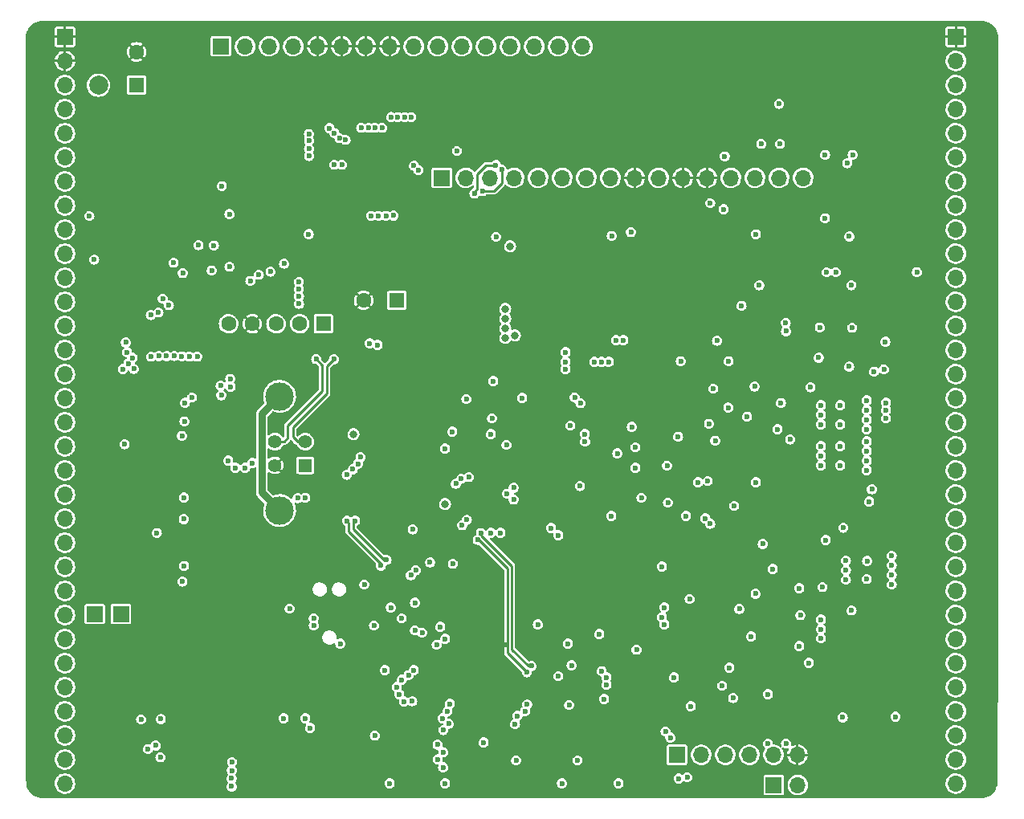
<source format=gbr>
%TF.GenerationSoftware,KiCad,Pcbnew,(6.0.1)*%
%TF.CreationDate,2023-10-27T01:40:01+01:00*%
%TF.ProjectId,polygonus-Shortage-Version,706f6c79-676f-46e7-9573-2d53686f7274,rev?*%
%TF.SameCoordinates,Original*%
%TF.FileFunction,Copper,L2,Inr*%
%TF.FilePolarity,Positive*%
%FSLAX46Y46*%
G04 Gerber Fmt 4.6, Leading zero omitted, Abs format (unit mm)*
G04 Created by KiCad (PCBNEW (6.0.1)) date 2023-10-27 01:40:01*
%MOMM*%
%LPD*%
G01*
G04 APERTURE LIST*
%TA.AperFunction,ComponentPad*%
%ADD10R,1.700000X1.700000*%
%TD*%
%TA.AperFunction,ComponentPad*%
%ADD11R,1.600000X1.600000*%
%TD*%
%TA.AperFunction,ComponentPad*%
%ADD12C,1.600000*%
%TD*%
%TA.AperFunction,ComponentPad*%
%ADD13O,1.700000X1.700000*%
%TD*%
%TA.AperFunction,ComponentPad*%
%ADD14R,1.400000X1.400000*%
%TD*%
%TA.AperFunction,ComponentPad*%
%ADD15C,1.400000*%
%TD*%
%TA.AperFunction,ComponentPad*%
%ADD16C,3.000000*%
%TD*%
%TA.AperFunction,ViaPad*%
%ADD17C,0.599440*%
%TD*%
%TA.AperFunction,ViaPad*%
%ADD18C,0.800000*%
%TD*%
%TA.AperFunction,ViaPad*%
%ADD19C,0.600000*%
%TD*%
%TA.AperFunction,ViaPad*%
%ADD20C,2.000000*%
%TD*%
%TA.AperFunction,Conductor*%
%ADD21C,0.254000*%
%TD*%
%TA.AperFunction,Conductor*%
%ADD22C,0.762000*%
%TD*%
G04 APERTURE END LIST*
D10*
%TO.N,/mcu/BOOT0*%
%TO.C,J16*%
X67258834Y-118181164D03*
%TD*%
%TO.N,+3V3*%
%TO.C,J15*%
X64502327Y-118189319D03*
%TD*%
D11*
%TO.N,Net-(C6-Pad1)*%
%TO.C,C6*%
X96348000Y-85119000D03*
D12*
%TO.N,GND*%
X92848000Y-85119000D03*
%TD*%
D11*
%TO.N,Net-(D14-Pad2)*%
%TO.C,J13*%
X88610209Y-87595853D03*
D12*
%TO.N,/USB_D-*%
X86110209Y-87595853D03*
%TO.N,/USB_D+*%
X83610209Y-87595853D03*
%TO.N,GND*%
X81110209Y-87595853D03*
%TO.N,/USB_SHIELD*%
X78610209Y-87595853D03*
%TD*%
D10*
%TO.N,+3V3*%
%TO.C,J11*%
X125881501Y-133044837D03*
D13*
%TO.N,/mcu/AUX_SPI_CS*%
X128421501Y-133044837D03*
%TO.N,/mcu/AUX_SPI_SCK*%
X130961501Y-133044837D03*
%TO.N,/mcu/AUX_SPI_MISO*%
X133501501Y-133044837D03*
%TO.N,/mcu/AUX_SPI_MOSI*%
X136041501Y-133044837D03*
%TO.N,GND*%
X138581501Y-133044837D03*
%TD*%
D11*
%TO.N,/12V_MR*%
%TO.C,C1*%
X68916000Y-62423028D03*
D12*
%TO.N,GND*%
X68916000Y-58923028D03*
%TD*%
D10*
%TO.N,/mcu/UART_TX*%
%TO.C,J12*%
X136088339Y-136214983D03*
D13*
%TO.N,/mcu/UART_RX*%
X138628339Y-136214983D03*
%TD*%
D14*
%TO.N,Net-(D14-Pad2)*%
%TO.C,J14*%
X86696000Y-102518000D03*
D15*
%TO.N,/USB_D-*%
X86696000Y-100018000D03*
%TO.N,/USB_D+*%
X83496000Y-100018000D03*
%TO.N,GND*%
X83496000Y-102518000D03*
D16*
%TO.N,/USB_SHIELD*%
X83986000Y-107288000D03*
X83986000Y-95248000D03*
%TD*%
D10*
%TO.N,GND*%
%TO.C,J4*%
X61363317Y-57335316D03*
D13*
X61363317Y-59875316D03*
%TO.N,/12V_MR*%
X61363317Y-62415316D03*
%TO.N,/LS1*%
X61363317Y-64955316D03*
%TO.N,/LS2*%
X61363317Y-67495316D03*
%TO.N,/LS3*%
X61363317Y-70035316D03*
%TO.N,/LS4*%
X61363317Y-72575316D03*
%TO.N,/LS5*%
X61363317Y-75115316D03*
%TO.N,/LS6*%
X61363317Y-77655316D03*
%TO.N,/LS7*%
X61363317Y-80195316D03*
%TO.N,/LS8*%
X61363317Y-82735316D03*
%TO.N,/IGN12*%
X61363317Y-85275316D03*
%TO.N,/IGN11*%
X61363317Y-87815316D03*
%TO.N,/IGN10*%
X61363317Y-90355316D03*
%TO.N,/IGN9*%
X61363317Y-92895316D03*
%TO.N,/IGN8*%
X61363317Y-95435316D03*
%TO.N,/IGN7*%
X61363317Y-97975316D03*
%TO.N,/IGN6*%
X61363317Y-100515316D03*
%TO.N,/IGN5*%
X61363317Y-103055316D03*
%TO.N,/IGN4*%
X61363317Y-105595316D03*
%TO.N,/IGN3*%
X61363317Y-108135316D03*
%TO.N,/IGN2*%
X61363317Y-110675316D03*
%TO.N,/IGN1*%
X61363317Y-113215316D03*
%TO.N,/LS9*%
X61363317Y-115755316D03*
%TO.N,/LS10*%
X61363317Y-118295316D03*
%TO.N,/LS11*%
X61363317Y-120835316D03*
%TO.N,/LS12*%
X61363317Y-123375316D03*
%TO.N,/LS13*%
X61363317Y-125915316D03*
%TO.N,/LS14*%
X61363317Y-128455316D03*
%TO.N,/LS15*%
X61363317Y-130995316D03*
%TO.N,/LS16*%
X61363317Y-133535316D03*
%TO.N,/12V_MR*%
X61363317Y-136075316D03*
%TD*%
D10*
%TO.N,+5V*%
%TO.C,J6*%
X101082286Y-72212971D03*
D13*
%TO.N,+3V3*%
X103622286Y-72212971D03*
%TO.N,/ETB1_PWM*%
X106162286Y-72212971D03*
%TO.N,/ETB1_DIS*%
X108702286Y-72212971D03*
%TO.N,/ETB1_DIR*%
X111242286Y-72212971D03*
%TO.N,/ETB2_PWM*%
X113782286Y-72212971D03*
%TO.N,/ETB2_DIS*%
X116322286Y-72212971D03*
%TO.N,/ETB2_DIR*%
X118862286Y-72212971D03*
%TO.N,GND*%
X121402286Y-72212971D03*
%TO.N,/12V_RAW*%
X123942286Y-72212971D03*
%TO.N,GND*%
X126482286Y-72212971D03*
X129022286Y-72212971D03*
%TO.N,/CAN+*%
X131562286Y-72212971D03*
%TO.N,/CAN-*%
X134102286Y-72212971D03*
%TO.N,/VR2+*%
X136642286Y-72212971D03*
%TO.N,/VR1+*%
X139182286Y-72212971D03*
%TD*%
D10*
%TO.N,GND*%
%TO.C,J5*%
X155276000Y-57330221D03*
D13*
%TO.N,Net-(F2-Pad1)*%
X155276000Y-59870221D03*
%TO.N,Net-(F1-Pad2)*%
X155276000Y-62410221D03*
%TO.N,/5V_SENSOR_2*%
X155276000Y-64950221D03*
X155276000Y-67490221D03*
%TO.N,unconnected-(J5-Pad6)*%
X155276000Y-70030221D03*
%TO.N,unconnected-(J5-Pad7)*%
X155276000Y-72570221D03*
%TO.N,/5V_SENSOR_1*%
X155276000Y-75110221D03*
X155276000Y-77650221D03*
%TO.N,/DIGITAL_6*%
X155276000Y-80190221D03*
%TO.N,/DIGITAL_5*%
X155276000Y-82730221D03*
%TO.N,/DIGITAL_4*%
X155276000Y-85270221D03*
%TO.N,/DIGITAL_3*%
X155276000Y-87810221D03*
%TO.N,/DIGITAL_2*%
X155276000Y-90350221D03*
%TO.N,/DIGITAL_1*%
X155276000Y-92890221D03*
%TO.N,/AT4*%
X155276000Y-95430221D03*
%TO.N,/AT3*%
X155276000Y-97970221D03*
%TO.N,/AT2*%
X155276000Y-100510221D03*
%TO.N,/AT1*%
X155276000Y-103050221D03*
%TO.N,/AV11*%
X155276000Y-105590221D03*
%TO.N,/AV10*%
X155276000Y-108130221D03*
%TO.N,/AV9*%
X155276000Y-110670221D03*
%TO.N,/AV8*%
X155276000Y-113210221D03*
%TO.N,/AV7*%
X155276000Y-115750221D03*
%TO.N,/AV6*%
X155276000Y-118290221D03*
%TO.N,/AV5*%
X155276000Y-120830221D03*
%TO.N,/AV4*%
X155276000Y-123370221D03*
%TO.N,/AV3*%
X155276000Y-125910221D03*
%TO.N,/AV2*%
X155276000Y-128450221D03*
%TO.N,/AV1*%
X155276000Y-130990221D03*
%TO.N,/KNOCK_1*%
X155276000Y-133530221D03*
%TO.N,/KNOCK_2*%
X155276000Y-136070221D03*
%TD*%
D10*
%TO.N,/HS1*%
%TO.C,J7*%
X77806000Y-58321088D03*
D13*
%TO.N,/HS2*%
X80346000Y-58321088D03*
%TO.N,/HS3*%
X82886000Y-58321088D03*
%TO.N,/HS4*%
X85426000Y-58321088D03*
%TO.N,GND*%
X87966000Y-58321088D03*
X90506000Y-58321088D03*
X93046000Y-58321088D03*
X95586000Y-58321088D03*
%TO.N,/CAN2+*%
X98126000Y-58321088D03*
%TO.N,/CAN2-*%
X100666000Y-58321088D03*
%TO.N,/RC1*%
X103206000Y-58321088D03*
%TO.N,/RC2*%
X105746000Y-58321088D03*
%TO.N,/Perm_Live*%
X108286000Y-58321088D03*
%TO.N,/RSVD*%
X110826000Y-58321088D03*
X113366000Y-58321088D03*
X115906000Y-58321088D03*
%TD*%
D17*
%TO.N,GND*%
X75838437Y-117677282D03*
X83866023Y-117628729D03*
X87552239Y-117416690D03*
X105118851Y-114448145D03*
X99312246Y-115785621D03*
X112752253Y-119634944D03*
X110843903Y-121086595D03*
X107777493Y-121478052D03*
X120923908Y-133254369D03*
X123974007Y-132813980D03*
X107891668Y-137234177D03*
X99997295Y-137168934D03*
X87389132Y-137103692D03*
X80680002Y-128033010D03*
X77928933Y-131262526D03*
X79538254Y-124651260D03*
X60428343Y-117073386D03*
X64104464Y-135464278D03*
X66801165Y-133615733D03*
X65572426Y-132213014D03*
X74782529Y-127037088D03*
X71955343Y-127113205D03*
X68258253Y-124818835D03*
X65713786Y-124807961D03*
X65550679Y-123187766D03*
X62136308Y-122122134D03*
X67475340Y-121719804D03*
X69894886Y-119882976D03*
X72062395Y-121905501D03*
X86443372Y-114752264D03*
X83843439Y-69242269D03*
X149579411Y-86449104D03*
X128305902Y-92916261D03*
X138735879Y-96962155D03*
X99509658Y-121464630D03*
X84980333Y-130186379D03*
X90845182Y-99528349D03*
X136547698Y-121794094D03*
X127717709Y-106988421D03*
X140592193Y-128179610D03*
X97570725Y-117848966D03*
X88771895Y-91335076D03*
X133509960Y-86439771D03*
X148332983Y-80372886D03*
X99649727Y-70878820D03*
X139253787Y-86489316D03*
X138098260Y-93391860D03*
X69185247Y-132039582D03*
X130921826Y-89535132D03*
X66653041Y-71650404D03*
X152850932Y-101464781D03*
X132937527Y-123232801D03*
X106589781Y-91795916D03*
X153842836Y-134009932D03*
X108253662Y-131984557D03*
X106575574Y-90218908D03*
X127796273Y-136202319D03*
X109530688Y-93401339D03*
X126552090Y-137226916D03*
X72202779Y-86620052D03*
X151859029Y-121597737D03*
X98272981Y-90830037D03*
X72246995Y-56239811D03*
X113972911Y-124126185D03*
X88534269Y-59720304D03*
X118033670Y-128339288D03*
X131290055Y-92492041D03*
X155840047Y-111933382D03*
X149740002Y-112292522D03*
X117045031Y-107384891D03*
X143360099Y-131684454D03*
X69902670Y-93884548D03*
X103612587Y-133628376D03*
X155893663Y-127200651D03*
X125865546Y-76947513D03*
X106561366Y-91071345D03*
X89937730Y-113594149D03*
X138719136Y-79353441D03*
X144034736Y-79354174D03*
X120031741Y-98023981D03*
X126772291Y-117485105D03*
X109151092Y-63605082D03*
X106575574Y-89380678D03*
X101685004Y-102361720D03*
X74007103Y-96792466D03*
X130836012Y-87561644D03*
X77823130Y-59788528D03*
X143496414Y-121254160D03*
X106210920Y-63859181D03*
X92901790Y-91768220D03*
X151416694Y-125042591D03*
X133841970Y-96335886D03*
X114910674Y-63567196D03*
X72620612Y-135616514D03*
X130638507Y-95794656D03*
X113875791Y-131262541D03*
X115600941Y-126624275D03*
X103942760Y-109292163D03*
X113488313Y-93524630D03*
X75293826Y-76024845D03*
X155853451Y-89079393D03*
X136829567Y-75077049D03*
X100457529Y-86176845D03*
X97376325Y-98841462D03*
X146833881Y-109172905D03*
X153282115Y-117409034D03*
X97070465Y-93282883D03*
X71179631Y-111005742D03*
X100447131Y-117823419D03*
X70431039Y-129085546D03*
X81798901Y-125355793D03*
X152968035Y-68399172D03*
X97390436Y-115109709D03*
X103872356Y-124929048D03*
X89796259Y-97486107D03*
X94478486Y-106106236D03*
X135350273Y-74621384D03*
X91866837Y-118173259D03*
X111438858Y-123390035D03*
X149445112Y-108941497D03*
X69864784Y-99254900D03*
X115999899Y-74304959D03*
X112614750Y-116976101D03*
X138733343Y-78358931D03*
X107992283Y-134645271D03*
X142560285Y-122653322D03*
X147908520Y-99339072D03*
X93103005Y-120112654D03*
X115333957Y-111274539D03*
X77725043Y-101114539D03*
X73733954Y-100524192D03*
X138840895Y-109314126D03*
X138195106Y-91460820D03*
X143282453Y-104222346D03*
X74232109Y-106845964D03*
X142531319Y-99397156D03*
X122168950Y-132039530D03*
X84915192Y-86419357D03*
X80644522Y-78656335D03*
X59407431Y-57307444D03*
X155833345Y-129740727D03*
X143487478Y-119922686D03*
X139186766Y-89505238D03*
X138099202Y-109340934D03*
X138152684Y-103855137D03*
X134443221Y-136533692D03*
X146015563Y-113571607D03*
X116907827Y-83578820D03*
X108273084Y-104169268D03*
X138678546Y-122921943D03*
X153311354Y-105947434D03*
X141262239Y-74963391D03*
X105079669Y-119396796D03*
X140411929Y-133795467D03*
X155853451Y-122120497D03*
X128259473Y-125602214D03*
X136829184Y-120315175D03*
X155866855Y-101786479D03*
X68409194Y-77988666D03*
X148414176Y-116102057D03*
X127804989Y-97773257D03*
X153735566Y-136421660D03*
X151944678Y-85036036D03*
X71346591Y-64007708D03*
X130417592Y-93741444D03*
X153320076Y-99628419D03*
X131900944Y-120355387D03*
X76941569Y-127243634D03*
X152968035Y-66469413D03*
X136042192Y-115726742D03*
X72270912Y-67133433D03*
X146121153Y-89532046D03*
X123551729Y-122614599D03*
X75168822Y-133200433D03*
X109514815Y-96270649D03*
X113793034Y-61426632D03*
X122593871Y-86769642D03*
X147341848Y-119667547D03*
X103712393Y-85334706D03*
X135723193Y-64389586D03*
X112932436Y-133749192D03*
X143383555Y-118491420D03*
X144089488Y-80902034D03*
X109544896Y-91909574D03*
X135397874Y-86475912D03*
X107878329Y-111231634D03*
X62899884Y-85326075D03*
X143638442Y-134497765D03*
X80907671Y-75878651D03*
X145980641Y-129919678D03*
X111519869Y-64618535D03*
X88269904Y-83525646D03*
X120272346Y-135050984D03*
X141403832Y-80929701D03*
X100467574Y-96171491D03*
X125140367Y-91597792D03*
X112458142Y-125357820D03*
X91468473Y-131999778D03*
X105813116Y-66190807D03*
X78670464Y-132911366D03*
X142420059Y-111343846D03*
X152587931Y-87258183D03*
X82545043Y-88977623D03*
X93101491Y-131906419D03*
X132266982Y-103924286D03*
X109530688Y-91142381D03*
X109495323Y-101338703D03*
X130848302Y-66822618D03*
X130713653Y-111976270D03*
X102035450Y-94886897D03*
X75225449Y-129868884D03*
X133274320Y-74153563D03*
X76122883Y-96133576D03*
X119702595Y-131999317D03*
X91853970Y-65801444D03*
X118336429Y-102434058D03*
X111200031Y-126978016D03*
X154100801Y-111853667D03*
X109417030Y-84848555D03*
X75606219Y-128610290D03*
X71123052Y-96329751D03*
X105865210Y-84948006D03*
X107000905Y-127648254D03*
X117278554Y-75604925D03*
X130023752Y-119788184D03*
X122426734Y-81667929D03*
X62409897Y-127068202D03*
X153722199Y-80608002D03*
X105624529Y-107492195D03*
X150950560Y-77375477D03*
X142582471Y-86502720D03*
X153874437Y-78369595D03*
X155853451Y-114493565D03*
X68435184Y-80573624D03*
X144424578Y-111285687D03*
X90671424Y-67178916D03*
X138867532Y-126401334D03*
X106229643Y-133619857D03*
X95208217Y-131296063D03*
X114277167Y-109886746D03*
X72781491Y-82327951D03*
X150741790Y-91519297D03*
X155840047Y-91612768D03*
X63864763Y-66291631D03*
X148457717Y-103959197D03*
X139373779Y-131037327D03*
X122131822Y-76249634D03*
X155840047Y-83999239D03*
X151913965Y-127593650D03*
X62174087Y-101620095D03*
X103684678Y-62048710D03*
X90985158Y-120264567D03*
X96203774Y-96889640D03*
X132999462Y-107362584D03*
X62963534Y-109426848D03*
X149880258Y-94909915D03*
X136182281Y-102514727D03*
X135823517Y-92727834D03*
X103230570Y-112858726D03*
X110284770Y-106124116D03*
X104840578Y-116603203D03*
X110510991Y-90218908D03*
X58063108Y-136862708D03*
X68092457Y-112391217D03*
X156330495Y-78691222D03*
X142600343Y-89549919D03*
X155893663Y-106866633D03*
X149029072Y-125891303D03*
X149727777Y-100151179D03*
X106575574Y-92563109D03*
X123548478Y-90351846D03*
X66524853Y-137051072D03*
X83382599Y-92822105D03*
X123227873Y-115525681D03*
X103045800Y-70284137D03*
X136786120Y-130384123D03*
X123375271Y-84169709D03*
X150237133Y-106544934D03*
X106575574Y-88627692D03*
X134626129Y-66503367D03*
X149579411Y-89532046D03*
X62896585Y-82545092D03*
X142553659Y-129977763D03*
X109564007Y-134955382D03*
X132557126Y-128474039D03*
X125861590Y-97646970D03*
X99328101Y-60703726D03*
X155950391Y-81410428D03*
X76856822Y-135022694D03*
X122308504Y-116919822D03*
X86187641Y-81588397D03*
X117199533Y-86771919D03*
X150599695Y-68896232D03*
X110650857Y-74006606D03*
X149218422Y-129948490D03*
X69883727Y-95324219D03*
X141248354Y-113464137D03*
X127854750Y-129379938D03*
X85766331Y-59778781D03*
X75086857Y-137197148D03*
X92802440Y-124638325D03*
X80304028Y-100227005D03*
X123389479Y-86712813D03*
X87970003Y-120338213D03*
X101769755Y-113701916D03*
X66674360Y-109956595D03*
X124941269Y-81580213D03*
X64333254Y-127207636D03*
X123403686Y-85093183D03*
X66654867Y-106350479D03*
X153025186Y-114828667D03*
X147947862Y-93624489D03*
X118301944Y-93879135D03*
X101478103Y-111382271D03*
X144634220Y-116209290D03*
X120476208Y-116120629D03*
X135730837Y-68651501D03*
X90841667Y-116797714D03*
X85277478Y-127918000D03*
X66518420Y-95805027D03*
X94896704Y-90894167D03*
X155840047Y-117026940D03*
X153552811Y-96351443D03*
X79719253Y-114184897D03*
X131950575Y-101927471D03*
X133709879Y-91411706D03*
X132758188Y-126476830D03*
X63022012Y-113549516D03*
X75586214Y-94240603D03*
X127121907Y-81785509D03*
X120055664Y-95406359D03*
X153611288Y-97637949D03*
X84042341Y-101281967D03*
X71113306Y-104565340D03*
X104664753Y-111288261D03*
X130862509Y-65288232D03*
X135948364Y-117522891D03*
X132201582Y-134136113D03*
X96784327Y-69592314D03*
X110244171Y-132648060D03*
X131226753Y-103107032D03*
X135284861Y-129982000D03*
X126887193Y-122495812D03*
X125910851Y-120532495D03*
X138648099Y-80433194D03*
X107192801Y-102372771D03*
X124226076Y-129662392D03*
X80688531Y-59788528D03*
X134272256Y-80021183D03*
X66674360Y-113660173D03*
X120568436Y-108549888D03*
X144061074Y-80134841D03*
X141673457Y-93343946D03*
X79855075Y-86375372D03*
X141446934Y-66694753D03*
X130840480Y-84509977D03*
X74319825Y-114028957D03*
X84908661Y-67068983D03*
X117088283Y-113145821D03*
X122570353Y-95562639D03*
X100467563Y-79643956D03*
X100827750Y-122408865D03*
X64329285Y-70089374D03*
X109652230Y-125342128D03*
X102218641Y-97467239D03*
X66618381Y-102789646D03*
X78121391Y-89109248D03*
X101243390Y-59973706D03*
X108664044Y-84848555D03*
X123346857Y-85902998D03*
X69855312Y-97521612D03*
X143302800Y-97179676D03*
X72035468Y-128349396D03*
X125946058Y-84640538D03*
X67220920Y-58345284D03*
X151141910Y-101605524D03*
X84620996Y-63656843D03*
X151187406Y-110160692D03*
X62963534Y-97731338D03*
X119957273Y-126610870D03*
X136124261Y-112024466D03*
X150383314Y-83359894D03*
X133132570Y-76414740D03*
X116849833Y-119846729D03*
X119614724Y-99817151D03*
X82641231Y-130215618D03*
X147463598Y-106269061D03*
X152426543Y-70745138D03*
X95346937Y-111300529D03*
X155880259Y-94172951D03*
X97875820Y-85093183D03*
X120395141Y-101967765D03*
X73959214Y-126980485D03*
X71478636Y-134389598D03*
X137179096Y-127753888D03*
X120753501Y-103857012D03*
X109516481Y-92676768D03*
X102481790Y-78905339D03*
X132490623Y-113627269D03*
X103726601Y-83729283D03*
X141440410Y-106239822D03*
X77454487Y-111129597D03*
X85356204Y-96914550D03*
X145156034Y-109793108D03*
X131096080Y-109467028D03*
X117940931Y-82311807D03*
X60522272Y-132264306D03*
X89384279Y-78292308D03*
X155853451Y-124653872D03*
X126043521Y-88811937D03*
X120071285Y-93838923D03*
X142076741Y-131843018D03*
X94474464Y-75147682D03*
X105069602Y-84962214D03*
X72037188Y-75763412D03*
X132366851Y-94212234D03*
X106632403Y-84919592D03*
X62905057Y-105362659D03*
X151190509Y-74552689D03*
X147100574Y-125015783D03*
X68393475Y-85059627D03*
X109091328Y-80596465D03*
X118092148Y-132296269D03*
X111803853Y-90360981D03*
X88158888Y-68159614D03*
X129609077Y-134214083D03*
X147864608Y-133768658D03*
X103270612Y-66094357D03*
X126337624Y-115968016D03*
X146121153Y-86475912D03*
X141461141Y-78330516D03*
X140551875Y-71170046D03*
X64767309Y-91288078D03*
X155880259Y-104306450D03*
X93458329Y-100673758D03*
X91389037Y-75392355D03*
X148991000Y-75361195D03*
X103726601Y-84496477D03*
X141489556Y-65146159D03*
X155853451Y-109373199D03*
X76569012Y-67133433D03*
X125519437Y-105929497D03*
X155866855Y-119560314D03*
X132070128Y-63938540D03*
X113627282Y-100091659D03*
X132936772Y-71170046D03*
X72246995Y-60723482D03*
X99852737Y-131275957D03*
X83349259Y-59817766D03*
X147785225Y-131472885D03*
X107725277Y-74051703D03*
X70163137Y-113743547D03*
X69760954Y-135125747D03*
X74855245Y-72954774D03*
X111853579Y-87967054D03*
X83047832Y-101281967D03*
X99547541Y-63092509D03*
X75805030Y-99214019D03*
X134001391Y-109585188D03*
X65042961Y-116261475D03*
X149245583Y-136420483D03*
X88260433Y-85078975D03*
X139981920Y-91610263D03*
X136203249Y-106734181D03*
X116059566Y-121277989D03*
X113357344Y-74091849D03*
X135406810Y-89514174D03*
X102234352Y-90624712D03*
D18*
%TO.N,+5V*%
X107778000Y-88040000D03*
X107778000Y-87024000D03*
X107778000Y-86008000D03*
X108794000Y-88802000D03*
D17*
X130638000Y-125759000D03*
X146650808Y-92618310D03*
D18*
X107778000Y-89056000D03*
D17*
X120224000Y-89310000D03*
X144263248Y-83533533D03*
X102190000Y-98962000D03*
X106813733Y-78424334D03*
X146132000Y-106328000D03*
X131289061Y-96420764D03*
X143831509Y-70665700D03*
D18*
X91776000Y-99216000D03*
D17*
X131908000Y-106793380D03*
X131321029Y-91546911D03*
X67468447Y-92358000D03*
X141052000Y-97184000D03*
X67647411Y-100295853D03*
X71048231Y-109640317D03*
X143691414Y-113563709D03*
X141052000Y-119790000D03*
X134557725Y-83533534D03*
X106381000Y-97565000D03*
X119462000Y-89310000D03*
X134062536Y-94199810D03*
X136640103Y-64398788D03*
X136735295Y-68619360D03*
X138766000Y-115472000D03*
X141052000Y-101502000D03*
X134194000Y-104296000D03*
X135464000Y-126648000D03*
X135972000Y-113440000D03*
X125992099Y-99504339D03*
%TO.N,+3V3*%
X117176000Y-91596000D03*
X117938000Y-91596000D03*
X118700000Y-91596000D03*
X131400000Y-123854000D03*
X87204000Y-130204000D03*
X105492000Y-131728000D03*
X95586000Y-136046000D03*
X101428000Y-100740000D03*
D19*
X127336000Y-127918000D03*
X148918680Y-129020660D03*
D17*
X85045000Y-117631000D03*
X121113000Y-98454000D03*
X114128000Y-91596000D03*
X92919000Y-115091000D03*
X121494000Y-102772000D03*
X115398000Y-133633000D03*
X102259855Y-112894623D03*
X114128000Y-92358000D03*
D19*
X115652000Y-104701566D03*
D18*
X101428000Y-106582000D03*
D17*
X90379000Y-121314000D03*
D19*
X121619667Y-121950333D03*
D17*
X95078000Y-124108000D03*
D19*
X131809698Y-127057698D03*
X124288000Y-113186000D03*
X118192000Y-127156000D03*
X118954000Y-107852000D03*
D17*
X107905000Y-100359000D03*
D19*
X143350146Y-129094828D03*
D17*
X98024400Y-109274400D03*
X101936000Y-127664000D03*
D19*
X114636000Y-98327000D03*
D17*
X119002273Y-78324847D03*
X114128000Y-90580000D03*
%TO.N,/mcu/AV4*%
X125558000Y-124870000D03*
X133686000Y-120552000D03*
%TO.N,/mcu/AV2*%
X117684000Y-120298000D03*
X139782000Y-123346000D03*
%TO.N,/mcu/AV5*%
X124542000Y-119282000D03*
X134170633Y-116055725D03*
%TO.N,/mcu/AV6*%
X124288000Y-118520000D03*
X141215557Y-115352032D03*
%TO.N,/mcu/AV9*%
X129391632Y-108685120D03*
X143413439Y-109106342D03*
%TO.N,/mcu/AV10*%
X128860000Y-108106000D03*
X146426241Y-105046781D03*
%TO.N,/5V_SENSOR_1*%
X144398964Y-69771176D03*
X141497818Y-69771176D03*
X130918191Y-69927525D03*
%TO.N,/5V_SENSOR_2*%
X141482146Y-76459902D03*
%TO.N,/mcu/nRESET*%
X111207000Y-119282000D03*
X93935000Y-119409000D03*
X100920000Y-119536000D03*
%TO.N,/mcu/SWDIO*%
X98253000Y-116996000D03*
X87585000Y-119409000D03*
%TO.N,/mcu/SWCLK*%
X87585000Y-118647000D03*
X95713000Y-117504000D03*
X96856000Y-118647000D03*
%TO.N,/mcu/5V_SENSOR_1_PG*%
X126955000Y-135411000D03*
X144045916Y-78383854D03*
%TO.N,/mcu/5V_SENSOR_2_PG*%
X126066000Y-135538000D03*
X134191182Y-78143291D03*
%TO.N,/mcu/AT2*%
X128098000Y-104296000D03*
X137811875Y-99785875D03*
%TO.N,/mcu/AT1*%
X129114000Y-104169000D03*
X136480000Y-98708000D03*
%TO.N,/mcu/AT3*%
X133261486Y-97383980D03*
X124923000Y-106455000D03*
%TO.N,Net-(C33-Pad1)*%
X130098312Y-89380012D03*
X129702906Y-94426278D03*
%TO.N,Net-(C34-Pad1)*%
X140821465Y-91165699D03*
X144033378Y-92098452D03*
%TO.N,Net-(C42-Pad1)*%
X145878000Y-98708000D03*
X141052000Y-98200000D03*
%TO.N,Net-(C43-Pad1)*%
X143084000Y-98200000D03*
X145878000Y-97692000D03*
%TO.N,Net-(C44-Pad1)*%
X143084000Y-96168000D03*
X145878000Y-96676000D03*
%TO.N,Net-(C45-Pad1)*%
X141052000Y-96168000D03*
X145878000Y-95660000D03*
%TO.N,Net-(C48-Pad1)*%
X141060141Y-120757140D03*
X138766000Y-121568000D03*
%TO.N,/mcu/12V_DIVIDED*%
X126281596Y-91534587D03*
X126828000Y-107852000D03*
%TO.N,Net-(C50-Pad1)*%
X141052000Y-118774000D03*
X144285755Y-117814098D03*
%TO.N,Net-(C52-Pad1)*%
X143691414Y-114579709D03*
X148517414Y-115087709D03*
%TO.N,Net-(C53-Pad1)*%
X148517414Y-114071709D03*
X145879421Y-114511171D03*
%TO.N,Net-(C54-Pad1)*%
X148517414Y-113055709D03*
X145929909Y-112592633D03*
%TO.N,/ETB2_DIR*%
X108660597Y-106118641D03*
%TO.N,/ETB2_DIS*%
X107972825Y-105515651D03*
%TO.N,Net-(C55-Pad1)*%
X148517414Y-112039709D03*
X143691414Y-112547709D03*
%TO.N,Net-(C57-Pad1)*%
X145878000Y-103026000D03*
X141052000Y-102518000D03*
%TO.N,Net-(C58-Pad1)*%
X145878000Y-102010000D03*
X143084000Y-102518000D03*
%TO.N,Net-(C59-Pad1)*%
X143084000Y-100486000D03*
X145878000Y-100994000D03*
%TO.N,Net-(C60-Pad1)*%
X141052000Y-100486000D03*
X145878000Y-99978000D03*
%TO.N,/lowside_quad1/IN1*%
X75309545Y-91050508D03*
X86043425Y-85485738D03*
X98126000Y-124108000D03*
%TO.N,/lowside_quad1/IN3*%
X86017435Y-83926337D03*
X73686549Y-91017033D03*
X96856000Y-125124000D03*
%TO.N,/lowside_quad1/IN2*%
X74471367Y-91050508D03*
X97594368Y-124639632D03*
X86027281Y-84691468D03*
%TO.N,/lowside_quad1/IN4*%
X72903265Y-90982024D03*
X96348000Y-125886000D03*
X86017435Y-83174994D03*
%TO.N,/lowside_quad2/IN1*%
X72071982Y-90995013D03*
X96602000Y-126648000D03*
X80908296Y-83074639D03*
%TO.N,/lowside_quad2/IN3*%
X70436416Y-91050508D03*
X97966732Y-127395072D03*
X83030617Y-82096601D03*
%TO.N,/lowside_quad2/IN2*%
X71254352Y-90994349D03*
X81798979Y-82418208D03*
X97110000Y-127410000D03*
%TO.N,/lowside_quad2/IN4*%
X101680241Y-128448273D03*
X67771535Y-89552652D03*
X84459708Y-81254813D03*
%TO.N,/ETB1_DIR*%
X103935160Y-103754820D03*
%TO.N,/ETB1_DIS*%
X103132946Y-103924701D03*
%TO.N,/lowside_quad4/IN4*%
X101231612Y-134355561D03*
X78934042Y-136379418D03*
%TO.N,/lowside_quad4/IN2*%
X101242831Y-132751170D03*
X78948065Y-134696581D03*
%TO.N,/lowside_quad4/IN3*%
X78934042Y-135523976D03*
X100659416Y-133514097D03*
%TO.N,/lowside_quad4/IN1*%
X100649446Y-131971846D03*
X78976113Y-133799068D03*
%TO.N,/highside_quad/IN1*%
X97825119Y-114103245D03*
X93637657Y-76213144D03*
%TO.N,/highside_quad/IN3*%
X103235992Y-108833684D03*
X95205721Y-76204480D03*
%TO.N,/highside_quad/IN2*%
X94417357Y-76204480D03*
X98356399Y-113571966D03*
%TO.N,/mcu/CAN_RX*%
X106254000Y-109630000D03*
X106254000Y-99216000D03*
%TO.N,/mcu/CAN_TX*%
X109556000Y-95406000D03*
X107270000Y-109630000D03*
%TO.N,/highside_quad/IN4*%
X95994085Y-76178490D03*
X103724080Y-108262470D03*
%TO.N,/ign1/IN4*%
X86696000Y-105921600D03*
X73905034Y-105908649D03*
%TO.N,/AT4*%
X147910000Y-95914000D03*
%TO.N,/AT2*%
X147910000Y-97565000D03*
%TO.N,/AT3*%
X147910000Y-96676000D03*
%TO.N,/HS4*%
X95744926Y-65784676D03*
X97169870Y-65804107D03*
X96459505Y-65804107D03*
X97866026Y-65804107D03*
%TO.N,/HS2*%
X89767876Y-67480566D03*
X90947080Y-68190931D03*
X102687460Y-69369474D03*
X89236000Y-66958000D03*
X90307752Y-68020442D03*
%TO.N,/HS3*%
X92595126Y-66926483D03*
X94809285Y-66924988D03*
X93390733Y-66926483D03*
X94015853Y-66926483D03*
%TO.N,/HS1*%
X87057848Y-78134240D03*
X87082700Y-69111300D03*
X87078928Y-67568241D03*
X87096907Y-69898907D03*
X87096907Y-68247760D03*
%TO.N,/LS9*%
X101174000Y-129188000D03*
%TO.N,/LS10*%
X101820636Y-129766620D03*
%TO.N,/LS11*%
X101248441Y-130441170D03*
%TO.N,/LS12*%
X94034308Y-131019790D03*
%TO.N,/CAN+*%
X129380719Y-74869112D03*
X115096263Y-95358263D03*
%TO.N,/CAN-*%
X130795195Y-75512333D03*
X115699737Y-95961737D03*
%TO.N,Net-(C80-Pad1)*%
X114382000Y-121314000D03*
X124542000Y-117504000D03*
%TO.N,/ign1/IN3*%
X85883200Y-105972400D03*
X73892039Y-108182776D03*
%TO.N,/ign1/IN1*%
X99015000Y-120171000D03*
X73749094Y-114771247D03*
%TO.N,/ign1/IN2*%
X73911532Y-113127378D03*
X98253000Y-119917000D03*
%TO.N,/ign2/IN2*%
X79330000Y-102772000D03*
X73962046Y-97890200D03*
%TO.N,/IGN9*%
X91067247Y-103515620D03*
X77839673Y-95129380D03*
X68616065Y-92332010D03*
%TO.N,/IGN10*%
X91691007Y-102937000D03*
X68054699Y-91789899D03*
X77770001Y-94118300D03*
%TO.N,/IGN11*%
X68486115Y-91174759D03*
X92246000Y-102348002D03*
X78822597Y-94235255D03*
%TO.N,/IGN12*%
X92517994Y-101647621D03*
X67908556Y-90596139D03*
X78783612Y-93397077D03*
%TO.N,/mcu/DIGITAL5*%
X129260378Y-98126157D03*
X124832268Y-102554268D03*
%TO.N,/mcu/DIGITAL2*%
X136840934Y-95923748D03*
X129914047Y-99913125D03*
%TO.N,/mcu/DIGITAL1*%
X99847117Y-112751646D03*
X122129000Y-105947000D03*
%TO.N,/DIGITAL_5*%
X137350003Y-87493676D03*
%TO.N,/DIGITAL_6*%
X132683659Y-85695086D03*
%TO.N,/DIGITAL_1*%
X140944780Y-87968001D03*
%TO.N,/DIGITAL_2*%
X147850428Y-89483158D03*
%TO.N,/DIGITAL_3*%
X144344295Y-88001659D03*
%TO.N,/DIGITAL_4*%
X137373311Y-88371903D03*
%TO.N,/ign2/IN1*%
X73691189Y-99412193D03*
X78568000Y-102010000D03*
%TO.N,/ign2/IN3*%
X74001972Y-95916535D03*
X80346000Y-102772000D03*
%TO.N,/ign2/IN4*%
X74755683Y-95357749D03*
X81108000Y-102264000D03*
%TO.N,/VR2+*%
X134760663Y-68623603D03*
D19*
%TO.N,/USB_D+*%
X91095000Y-108360000D03*
X94658871Y-113097129D03*
X87839561Y-91312427D03*
%TO.N,/USB_D-*%
X95262741Y-112493259D03*
X91949000Y-108360000D03*
X89710842Y-91338417D03*
D18*
%TO.N,/12V_PROT*%
X108286000Y-79404000D03*
D17*
X141654122Y-82154864D03*
X142623306Y-82150694D03*
X151169861Y-82144909D03*
%TO.N,/mcu/LED1*%
X101428000Y-136046000D03*
X108804446Y-129786228D03*
%TO.N,/mcu/LED2*%
X109048000Y-128934000D03*
X108921000Y-133633000D03*
%TO.N,/mcu/LED3*%
X113747000Y-136046000D03*
X109871234Y-128449632D03*
%TO.N,/mcu/LED4*%
X119716000Y-136046000D03*
X110082421Y-127728060D03*
%TO.N,Net-(C8-Pad1)*%
X106508000Y-93628000D03*
X103674896Y-95530405D03*
%TO.N,Net-(R57-Pad2)*%
X138892428Y-118317851D03*
X132452441Y-117652151D03*
%TO.N,Net-(R69-Pad2)*%
X141560000Y-110392000D03*
X134922265Y-110811205D03*
%TO.N,/knock/FILTERED_1*%
X114509000Y-127791000D03*
X124669000Y-130585000D03*
%TO.N,/knock/FILTERED_2*%
X125177000Y-131220000D03*
X113366000Y-124743000D03*
%TO.N,Net-(RN6-Pad5)*%
X78706364Y-76016794D03*
X78707216Y-81574423D03*
%TO.N,Net-(RN6-Pad6)*%
X72806956Y-81151377D03*
X63931362Y-76224825D03*
%TO.N,Net-(RN6-Pad7)*%
X76835934Y-81976036D03*
X77893453Y-73063557D03*
%TO.N,Net-(RN6-Pad8)*%
X73782107Y-82248931D03*
%TO.N,Net-(RN8-Pad5)*%
X71222089Y-86400837D03*
%TO.N,Net-(RN8-Pad6)*%
X64438693Y-80825977D03*
X70403404Y-86673732D03*
%TO.N,Net-(RN8-Pad7)*%
X72322334Y-85630325D03*
X77062297Y-79326628D03*
%TO.N,Net-(RN8-Pad8)*%
X75431424Y-79307135D03*
X71662296Y-84945921D03*
%TO.N,/ETB2_PWM*%
X108660597Y-104885841D03*
%TO.N,/ETB1_PWM*%
X102563165Y-104451077D03*
%TO.N,Net-(RN10-Pad6)*%
X71459761Y-129264864D03*
X70928739Y-132060001D03*
%TO.N,Net-(RN10-Pad7)*%
X71418059Y-133307769D03*
%TO.N,Net-(RN10-Pad8)*%
X70121360Y-132426991D03*
X69393301Y-129311439D03*
%TO.N,/mcu/AUX_SPI_MOSI*%
X117946990Y-124226010D03*
%TO.N,/mcu/AUX_SPI_MISO*%
X118446000Y-124870000D03*
%TO.N,/mcu/AUX_SPI_SCK*%
X118446000Y-125632000D03*
%TO.N,/mcu/AUX_SPI_CS*%
X114763000Y-123600000D03*
%TO.N,/mcu/SD_MISO*%
X84410000Y-129188000D03*
X86696000Y-129188000D03*
%TO.N,/RC1*%
X110056831Y-124344071D03*
X106792368Y-70851528D03*
X104874222Y-110380166D03*
X104532019Y-73863771D03*
%TO.N,/RC2*%
X107396388Y-71354878D03*
X105370404Y-73613662D03*
X105218691Y-109664433D03*
X110539384Y-123681072D03*
%TO.N,/mcu/UART_RX*%
X137369000Y-131855000D03*
X100539000Y-121441000D03*
%TO.N,/mcu/UART_TX*%
X135464000Y-131855000D03*
X101428000Y-120806000D03*
%TO.N,/CAN2+*%
X93483769Y-89648613D03*
%TO.N,/CAN2-*%
X94316000Y-89818000D03*
%TO.N,/mcu/BARO_SCL*%
X121494000Y-100613000D03*
X119589000Y-101248000D03*
%TO.N,/12V_MR*%
X90561491Y-70816469D03*
X89758861Y-70816469D03*
X98150578Y-70920429D03*
D20*
X64886257Y-62432760D03*
D17*
X98620941Y-71390792D03*
%TO.N,/Keep_Alive/Keep_Alive*%
X121024730Y-77926226D03*
X127209000Y-116615000D03*
%TO.N,Net-(C31-Pad1)*%
X139959129Y-94280282D03*
X147692706Y-92394706D03*
D19*
%TO.N,/mcu/VR_2*%
X116160000Y-99216000D03*
X112604000Y-109122000D03*
%TO.N,/mcu/VR_1*%
X113366000Y-109884000D03*
X116188698Y-100006698D03*
%TD*%
D21*
%TO.N,/USB_D+*%
X84866393Y-98295672D02*
X88474000Y-94688065D01*
X88474000Y-94688065D02*
X88474000Y-91946866D01*
X88474000Y-91946866D02*
X87839561Y-91312427D01*
X94658871Y-113097129D02*
X94658871Y-112852470D01*
X84462533Y-100018000D02*
X84866393Y-99614140D01*
X84866393Y-99614140D02*
X84866393Y-98295672D01*
X91268000Y-109461599D02*
X91268000Y-108533000D01*
X94658871Y-112852470D02*
X91268000Y-109461599D01*
X91268000Y-108533000D02*
X91095000Y-108360000D01*
X83496000Y-100018000D02*
X84462533Y-100018000D01*
%TO.N,/USB_D-*%
X85395241Y-99521720D02*
X85395241Y-98524452D01*
X85395241Y-98524452D02*
X88982000Y-94937693D01*
X86696000Y-100018000D02*
X85891521Y-100018000D01*
X88982000Y-94937693D02*
X88982000Y-92067259D01*
X85891521Y-100018000D02*
X85395241Y-99521720D01*
X91776000Y-108533000D02*
X91949000Y-108360000D01*
X88982000Y-92067259D02*
X89710842Y-91338417D01*
X95262741Y-112493259D02*
X95018082Y-112493259D01*
X91776000Y-109251177D02*
X91776000Y-108533000D01*
X95018082Y-112493259D02*
X91776000Y-109251177D01*
D22*
%TO.N,/USB_SHIELD*%
X82124000Y-97070000D02*
X82124000Y-105386000D01*
X83986000Y-95208000D02*
X82124000Y-97070000D01*
X82124000Y-105386000D02*
X83986000Y-107248000D01*
D21*
%TO.N,/RC1*%
X106792368Y-70851528D02*
X106767405Y-70876491D01*
X105774309Y-70876491D02*
X104839965Y-71810835D01*
X104532019Y-73671854D02*
X104532019Y-73863771D01*
X104839965Y-71810835D02*
X104839965Y-73363908D01*
X104839965Y-73363908D02*
X104532019Y-73671854D01*
X104990743Y-110380166D02*
X108000000Y-113389423D01*
X108000000Y-122287240D02*
X110056831Y-124344071D01*
X104874222Y-110380166D02*
X104990743Y-110380166D01*
X108000000Y-113389423D02*
X108000000Y-122287240D01*
X106767405Y-70876491D02*
X105774309Y-70876491D01*
%TO.N,/RC2*%
X107426953Y-71385443D02*
X107426953Y-72752569D01*
X110224790Y-123681072D02*
X110539384Y-123681072D01*
X107426953Y-72752569D02*
X106591028Y-73588494D01*
X105218691Y-109664433D02*
X105218691Y-109886122D01*
X106591028Y-73588494D02*
X105395572Y-73588494D01*
X108457529Y-121913811D02*
X110224790Y-123681072D01*
X105395572Y-73588494D02*
X105370404Y-73613662D01*
X105218691Y-109886122D02*
X108457529Y-113124960D01*
X108457529Y-113124960D02*
X108457529Y-121913811D01*
X107396388Y-71354878D02*
X107426953Y-71385443D01*
%TD*%
%TA.AperFunction,Conductor*%
%TO.N,GND*%
G36*
X108381234Y-55656001D02*
G01*
X157959264Y-55663529D01*
X157978873Y-55665463D01*
X157981974Y-55666080D01*
X157981975Y-55666080D01*
X157991693Y-55668013D01*
X158001412Y-55666080D01*
X158011317Y-55666080D01*
X158011317Y-55666339D01*
X158021764Y-55665685D01*
X158164383Y-55675885D01*
X158236615Y-55681051D01*
X158250822Y-55683094D01*
X158483724Y-55733759D01*
X158497496Y-55737803D01*
X158720815Y-55821097D01*
X158733871Y-55827059D01*
X158869276Y-55900995D01*
X158939543Y-55939363D01*
X158943068Y-55941288D01*
X158955143Y-55949049D01*
X159145955Y-56091889D01*
X159156803Y-56101288D01*
X159325339Y-56269824D01*
X159334738Y-56280672D01*
X159477578Y-56471484D01*
X159485339Y-56483559D01*
X159599568Y-56692756D01*
X159605530Y-56705812D01*
X159688824Y-56929131D01*
X159692868Y-56942903D01*
X159743533Y-57175805D01*
X159745576Y-57190012D01*
X159749293Y-57241988D01*
X159759867Y-57389826D01*
X159760942Y-57404861D01*
X159760288Y-57415310D01*
X159760547Y-57415310D01*
X159760547Y-57425215D01*
X159758614Y-57434934D01*
X159761090Y-57447379D01*
X159761134Y-57447602D01*
X159763067Y-57467309D01*
X159712847Y-119288540D01*
X159699415Y-135823613D01*
X159697482Y-135843158D01*
X159694909Y-135856093D01*
X159696842Y-135865812D01*
X159696842Y-135875717D01*
X159696583Y-135875717D01*
X159697237Y-135886164D01*
X159688170Y-136012938D01*
X159681871Y-136101015D01*
X159679828Y-136115222D01*
X159629163Y-136348124D01*
X159625119Y-136361896D01*
X159541825Y-136585215D01*
X159535863Y-136598271D01*
X159487092Y-136687589D01*
X159449277Y-136756844D01*
X159421634Y-136807468D01*
X159413873Y-136819543D01*
X159271033Y-137010355D01*
X159261634Y-137021203D01*
X159093098Y-137189739D01*
X159082250Y-137199138D01*
X158891438Y-137341978D01*
X158879363Y-137349739D01*
X158670166Y-137463968D01*
X158657110Y-137469930D01*
X158433791Y-137553224D01*
X158420019Y-137557268D01*
X158187117Y-137607933D01*
X158172910Y-137609976D01*
X158112032Y-137614330D01*
X157958059Y-137625342D01*
X157947612Y-137624688D01*
X157947612Y-137624947D01*
X157937707Y-137624947D01*
X157927988Y-137623014D01*
X157916284Y-137625342D01*
X157915208Y-137625556D01*
X157895573Y-137627489D01*
X108148786Y-137622148D01*
X59068249Y-137616879D01*
X59048634Y-137614946D01*
X59045537Y-137614330D01*
X59045536Y-137614330D01*
X59035818Y-137612397D01*
X59026099Y-137614330D01*
X59016194Y-137614330D01*
X59016194Y-137614071D01*
X59005747Y-137614725D01*
X58863128Y-137604525D01*
X58790896Y-137599359D01*
X58776689Y-137597316D01*
X58543787Y-137546651D01*
X58530015Y-137542607D01*
X58306696Y-137459313D01*
X58293640Y-137453351D01*
X58103887Y-137349739D01*
X58084441Y-137339121D01*
X58072368Y-137331361D01*
X57881556Y-137188521D01*
X57870708Y-137179122D01*
X57702172Y-137010586D01*
X57692773Y-136999738D01*
X57549933Y-136808926D01*
X57542172Y-136796851D01*
X57427943Y-136587654D01*
X57421981Y-136574598D01*
X57338687Y-136351279D01*
X57334643Y-136337507D01*
X57283978Y-136104605D01*
X57281935Y-136090398D01*
X57278827Y-136046947D01*
X60279965Y-136046947D01*
X60292936Y-136244848D01*
X60294069Y-136249309D01*
X60328408Y-136384515D01*
X60341755Y-136437070D01*
X60424785Y-136617177D01*
X60539248Y-136779138D01*
X60598161Y-136836529D01*
X60678006Y-136914311D01*
X60678010Y-136914314D01*
X60681308Y-136917527D01*
X60685141Y-136920088D01*
X60685142Y-136920089D01*
X60842374Y-137025148D01*
X60842378Y-137025150D01*
X60846209Y-137027710D01*
X60850446Y-137029530D01*
X60850449Y-137029532D01*
X61024189Y-137104177D01*
X61024191Y-137104178D01*
X61028428Y-137105998D01*
X61101440Y-137122519D01*
X61217363Y-137148750D01*
X61217366Y-137148750D01*
X61221863Y-137149768D01*
X61338948Y-137154368D01*
X61415426Y-137157373D01*
X61415427Y-137157373D01*
X61420035Y-137157554D01*
X61424592Y-137156893D01*
X61424597Y-137156893D01*
X61518171Y-137143325D01*
X61616307Y-137129096D01*
X61738711Y-137087545D01*
X135009239Y-137087545D01*
X135010204Y-137092396D01*
X135010204Y-137092397D01*
X135017636Y-137129757D01*
X135022532Y-137154373D01*
X135028035Y-137162610D01*
X135028036Y-137162611D01*
X135065115Y-137218104D01*
X135073167Y-137230155D01*
X135081406Y-137235660D01*
X135140711Y-137275286D01*
X135140712Y-137275287D01*
X135148949Y-137280790D01*
X135158665Y-137282723D01*
X135158666Y-137282723D01*
X135210925Y-137293118D01*
X135210926Y-137293118D01*
X135215777Y-137294083D01*
X136960901Y-137294083D01*
X136965752Y-137293118D01*
X136965753Y-137293118D01*
X137018012Y-137282723D01*
X137018013Y-137282723D01*
X137027729Y-137280790D01*
X137035966Y-137275287D01*
X137035967Y-137275286D01*
X137095272Y-137235660D01*
X137103511Y-137230155D01*
X137111563Y-137218104D01*
X137148642Y-137162611D01*
X137148643Y-137162610D01*
X137154146Y-137154373D01*
X137159043Y-137129757D01*
X137166474Y-137092397D01*
X137166474Y-137092396D01*
X137167439Y-137087545D01*
X137167439Y-136186614D01*
X137544987Y-136186614D01*
X137557958Y-136384515D01*
X137559091Y-136388976D01*
X137593272Y-136523560D01*
X137606777Y-136576737D01*
X137689807Y-136756844D01*
X137804270Y-136918805D01*
X137864779Y-136977750D01*
X137943028Y-137053978D01*
X137943032Y-137053981D01*
X137946330Y-137057194D01*
X137950163Y-137059755D01*
X137950164Y-137059756D01*
X138107396Y-137164815D01*
X138107400Y-137164817D01*
X138111231Y-137167377D01*
X138115468Y-137169197D01*
X138115471Y-137169199D01*
X138289211Y-137243844D01*
X138289213Y-137243845D01*
X138293450Y-137245665D01*
X138388979Y-137267281D01*
X138482385Y-137288417D01*
X138482388Y-137288417D01*
X138486885Y-137289435D01*
X138603970Y-137294035D01*
X138680448Y-137297040D01*
X138680449Y-137297040D01*
X138685057Y-137297221D01*
X138689614Y-137296560D01*
X138689619Y-137296560D01*
X138785048Y-137282723D01*
X138881329Y-137268763D01*
X139069129Y-137205013D01*
X139242166Y-137108108D01*
X139296290Y-137063094D01*
X139391106Y-136984236D01*
X139394647Y-136981291D01*
X139521464Y-136828810D01*
X139618369Y-136655773D01*
X139682119Y-136467973D01*
X139710577Y-136271701D01*
X139711164Y-136249309D01*
X139711985Y-136217939D01*
X139711985Y-136217932D01*
X139712062Y-136214983D01*
X139701274Y-136097573D01*
X139696154Y-136041852D01*
X154192648Y-136041852D01*
X154205619Y-136239753D01*
X154206752Y-136244214D01*
X154234928Y-136355154D01*
X154254438Y-136431975D01*
X154337468Y-136612082D01*
X154451931Y-136774043D01*
X154492726Y-136813784D01*
X154590689Y-136909216D01*
X154590693Y-136909219D01*
X154593991Y-136912432D01*
X154597824Y-136914993D01*
X154597825Y-136914994D01*
X154755057Y-137020053D01*
X154755061Y-137020055D01*
X154758892Y-137022615D01*
X154763129Y-137024435D01*
X154763132Y-137024437D01*
X154936872Y-137099082D01*
X154936874Y-137099083D01*
X154941111Y-137100903D01*
X154998015Y-137113779D01*
X155130046Y-137143655D01*
X155130049Y-137143655D01*
X155134546Y-137144673D01*
X155251631Y-137149273D01*
X155328109Y-137152278D01*
X155328110Y-137152278D01*
X155332718Y-137152459D01*
X155337275Y-137151798D01*
X155337280Y-137151798D01*
X155430854Y-137138230D01*
X155528990Y-137124001D01*
X155716790Y-137060251D01*
X155889827Y-136963346D01*
X156042308Y-136836529D01*
X156169125Y-136684048D01*
X156266030Y-136511011D01*
X156329780Y-136323211D01*
X156358238Y-136126939D01*
X156358562Y-136114595D01*
X156359646Y-136073177D01*
X156359646Y-136073170D01*
X156359723Y-136070221D01*
X156357116Y-136041852D01*
X156341998Y-135877316D01*
X156341997Y-135877311D01*
X156341576Y-135872728D01*
X156287743Y-135681849D01*
X156285703Y-135677712D01*
X156202065Y-135508111D01*
X156202063Y-135508108D01*
X156200026Y-135503977D01*
X156081363Y-135345069D01*
X155935729Y-135210446D01*
X155931833Y-135207988D01*
X155931828Y-135207984D01*
X155822622Y-135139081D01*
X155768000Y-135104617D01*
X155753949Y-135099011D01*
X155588080Y-135032836D01*
X155588081Y-135032836D01*
X155583794Y-135031126D01*
X155389280Y-134992435D01*
X155291646Y-134991157D01*
X155195587Y-134989899D01*
X155195582Y-134989899D01*
X155190972Y-134989839D01*
X155186428Y-134990620D01*
X155186426Y-134990620D01*
X155000057Y-135022644D01*
X154995512Y-135023425D01*
X154991188Y-135025020D01*
X154991185Y-135025021D01*
X154813776Y-135090471D01*
X154813774Y-135090472D01*
X154809445Y-135092069D01*
X154798622Y-135098508D01*
X154642968Y-135191112D01*
X154642963Y-135191116D01*
X154639004Y-135193471D01*
X154635538Y-135196510D01*
X154635536Y-135196512D01*
X154493362Y-135321194D01*
X154493359Y-135321197D01*
X154489895Y-135324235D01*
X154487042Y-135327854D01*
X154487041Y-135327855D01*
X154475939Y-135341938D01*
X154367113Y-135479983D01*
X154364963Y-135484069D01*
X154364962Y-135484071D01*
X154347408Y-135517436D01*
X154274771Y-135655498D01*
X154265211Y-135686285D01*
X154218799Y-135835757D01*
X154215959Y-135844902D01*
X154207168Y-135919175D01*
X154198284Y-135994238D01*
X154192648Y-136041852D01*
X139696154Y-136041852D01*
X139694337Y-136022078D01*
X139694336Y-136022073D01*
X139693915Y-136017490D01*
X139640082Y-135826611D01*
X139638042Y-135822474D01*
X139554404Y-135652873D01*
X139554402Y-135652870D01*
X139552365Y-135648739D01*
X139433702Y-135489831D01*
X139288068Y-135355208D01*
X139284172Y-135352750D01*
X139284167Y-135352746D01*
X139177286Y-135285310D01*
X139120339Y-135249379D01*
X138936133Y-135175888D01*
X138741619Y-135137197D01*
X138643985Y-135135919D01*
X138547926Y-135134661D01*
X138547921Y-135134661D01*
X138543311Y-135134601D01*
X138538767Y-135135382D01*
X138538765Y-135135382D01*
X138390602Y-135160841D01*
X138347851Y-135168187D01*
X138343527Y-135169782D01*
X138343524Y-135169783D01*
X138166115Y-135235233D01*
X138166113Y-135235234D01*
X138161784Y-135236831D01*
X138127404Y-135257285D01*
X137995307Y-135335874D01*
X137995302Y-135335878D01*
X137991343Y-135338233D01*
X137987877Y-135341272D01*
X137987875Y-135341274D01*
X137845701Y-135465956D01*
X137845698Y-135465959D01*
X137842234Y-135468997D01*
X137839381Y-135472616D01*
X137839380Y-135472617D01*
X137829557Y-135485078D01*
X137719452Y-135624745D01*
X137717302Y-135628831D01*
X137717301Y-135628833D01*
X137698275Y-135664996D01*
X137627110Y-135800260D01*
X137605985Y-135868293D01*
X137579270Y-135954330D01*
X137568298Y-135989664D01*
X137561630Y-136046000D01*
X137551798Y-136129073D01*
X137544987Y-136186614D01*
X137167439Y-136186614D01*
X137167439Y-135342421D01*
X137154146Y-135275593D01*
X137147791Y-135266081D01*
X137109016Y-135208050D01*
X137103511Y-135199811D01*
X137090492Y-135191112D01*
X137035967Y-135154680D01*
X137035966Y-135154679D01*
X137027729Y-135149176D01*
X137018013Y-135147243D01*
X137018012Y-135147243D01*
X136965753Y-135136848D01*
X136965752Y-135136848D01*
X136960901Y-135135883D01*
X135215777Y-135135883D01*
X135210926Y-135136848D01*
X135210925Y-135136848D01*
X135158666Y-135147243D01*
X135158665Y-135147243D01*
X135148949Y-135149176D01*
X135140712Y-135154679D01*
X135140711Y-135154680D01*
X135086186Y-135191112D01*
X135073167Y-135199811D01*
X135067662Y-135208050D01*
X135028888Y-135266081D01*
X135022532Y-135275593D01*
X135009239Y-135342421D01*
X135009239Y-137087545D01*
X61738711Y-137087545D01*
X61804107Y-137065346D01*
X61977144Y-136968441D01*
X62129625Y-136841624D01*
X62256442Y-136689143D01*
X62353347Y-136516106D01*
X62399747Y-136379418D01*
X78400659Y-136379418D01*
X78418834Y-136517468D01*
X78444480Y-136579383D01*
X78468426Y-136637193D01*
X78472119Y-136646109D01*
X78556883Y-136756577D01*
X78667350Y-136841341D01*
X78795992Y-136894626D01*
X78802528Y-136895487D01*
X78802530Y-136895487D01*
X78927502Y-136911940D01*
X78934042Y-136912801D01*
X78940582Y-136911940D01*
X79065554Y-136895487D01*
X79065556Y-136895487D01*
X79072092Y-136894626D01*
X79200734Y-136841341D01*
X79311201Y-136756577D01*
X79395965Y-136646109D01*
X79399659Y-136637193D01*
X79423604Y-136579383D01*
X79449250Y-136517468D01*
X79467425Y-136379418D01*
X79460025Y-136323211D01*
X79450111Y-136247906D01*
X79450111Y-136247904D01*
X79449250Y-136241368D01*
X79405178Y-136134969D01*
X79398488Y-136118817D01*
X79398486Y-136118814D01*
X79395965Y-136112727D01*
X79344764Y-136046000D01*
X95052617Y-136046000D01*
X95070792Y-136184050D01*
X95124077Y-136312691D01*
X95208841Y-136423159D01*
X95319308Y-136507923D01*
X95447950Y-136561208D01*
X95454486Y-136562069D01*
X95454488Y-136562069D01*
X95579460Y-136578522D01*
X95586000Y-136579383D01*
X95592540Y-136578522D01*
X95717512Y-136562069D01*
X95717514Y-136562069D01*
X95724050Y-136561208D01*
X95852692Y-136507923D01*
X95963159Y-136423159D01*
X96047923Y-136312691D01*
X96101208Y-136184050D01*
X96119383Y-136046000D01*
X100894617Y-136046000D01*
X100912792Y-136184050D01*
X100966077Y-136312691D01*
X101050841Y-136423159D01*
X101161308Y-136507923D01*
X101289950Y-136561208D01*
X101296486Y-136562069D01*
X101296488Y-136562069D01*
X101421460Y-136578522D01*
X101428000Y-136579383D01*
X101434540Y-136578522D01*
X101559512Y-136562069D01*
X101559514Y-136562069D01*
X101566050Y-136561208D01*
X101694692Y-136507923D01*
X101805159Y-136423159D01*
X101889923Y-136312691D01*
X101943208Y-136184050D01*
X101961383Y-136046000D01*
X113213617Y-136046000D01*
X113231792Y-136184050D01*
X113285077Y-136312691D01*
X113369841Y-136423159D01*
X113480308Y-136507923D01*
X113608950Y-136561208D01*
X113615486Y-136562069D01*
X113615488Y-136562069D01*
X113740460Y-136578522D01*
X113747000Y-136579383D01*
X113753540Y-136578522D01*
X113878512Y-136562069D01*
X113878514Y-136562069D01*
X113885050Y-136561208D01*
X114013692Y-136507923D01*
X114124159Y-136423159D01*
X114208923Y-136312691D01*
X114262208Y-136184050D01*
X114280383Y-136046000D01*
X119182617Y-136046000D01*
X119200792Y-136184050D01*
X119254077Y-136312691D01*
X119338841Y-136423159D01*
X119449308Y-136507923D01*
X119577950Y-136561208D01*
X119584486Y-136562069D01*
X119584488Y-136562069D01*
X119709460Y-136578522D01*
X119716000Y-136579383D01*
X119722540Y-136578522D01*
X119847512Y-136562069D01*
X119847514Y-136562069D01*
X119854050Y-136561208D01*
X119982692Y-136507923D01*
X120093159Y-136423159D01*
X120177923Y-136312691D01*
X120231208Y-136184050D01*
X120249383Y-136046000D01*
X120233612Y-135926208D01*
X120232069Y-135914488D01*
X120232069Y-135914486D01*
X120231208Y-135907950D01*
X120200362Y-135833481D01*
X120180446Y-135785399D01*
X120180444Y-135785396D01*
X120177923Y-135779309D01*
X120093159Y-135668841D01*
X119982692Y-135584077D01*
X119871452Y-135538000D01*
X125532617Y-135538000D01*
X125533478Y-135544540D01*
X125549748Y-135668118D01*
X125550792Y-135676050D01*
X125557142Y-135691380D01*
X125600552Y-135796180D01*
X125604077Y-135804691D01*
X125688841Y-135915159D01*
X125799308Y-135999923D01*
X125927950Y-136053208D01*
X125934486Y-136054069D01*
X125934488Y-136054069D01*
X126059460Y-136070522D01*
X126066000Y-136071383D01*
X126072540Y-136070522D01*
X126197512Y-136054069D01*
X126197514Y-136054069D01*
X126204050Y-136053208D01*
X126332692Y-135999923D01*
X126443159Y-135915159D01*
X126493165Y-135849989D01*
X126544404Y-135814773D01*
X126606557Y-135816400D01*
X126634216Y-135831417D01*
X126688308Y-135872923D01*
X126816950Y-135926208D01*
X126823486Y-135927069D01*
X126823488Y-135927069D01*
X126948460Y-135943522D01*
X126955000Y-135944383D01*
X126961540Y-135943522D01*
X127086512Y-135927069D01*
X127086514Y-135927069D01*
X127093050Y-135926208D01*
X127221692Y-135872923D01*
X127332159Y-135788159D01*
X127416923Y-135677691D01*
X127420889Y-135668118D01*
X127456745Y-135581552D01*
X127470208Y-135549050D01*
X127472280Y-135533316D01*
X127487522Y-135417540D01*
X127488383Y-135411000D01*
X127480006Y-135347368D01*
X127471069Y-135279488D01*
X127471069Y-135279486D01*
X127470208Y-135272950D01*
X127438420Y-135196207D01*
X127419446Y-135150399D01*
X127419444Y-135150396D01*
X127416923Y-135144309D01*
X127332159Y-135033841D01*
X127221692Y-134949077D01*
X127093050Y-134895792D01*
X127086514Y-134894931D01*
X127086512Y-134894931D01*
X126961540Y-134878478D01*
X126955000Y-134877617D01*
X126948460Y-134878478D01*
X126823488Y-134894931D01*
X126823486Y-134894931D01*
X126816950Y-134895792D01*
X126742984Y-134926430D01*
X126694399Y-134946554D01*
X126694396Y-134946556D01*
X126688309Y-134949077D01*
X126577841Y-135033841D01*
X126573828Y-135039071D01*
X126527835Y-135099011D01*
X126476596Y-135134227D01*
X126414443Y-135132600D01*
X126386784Y-135117583D01*
X126332692Y-135076077D01*
X126204050Y-135022792D01*
X126197514Y-135021931D01*
X126197512Y-135021931D01*
X126072540Y-135005478D01*
X126066000Y-135004617D01*
X126059460Y-135005478D01*
X125934488Y-135021931D01*
X125934486Y-135021931D01*
X125927950Y-135022792D01*
X125888647Y-135039072D01*
X125805399Y-135073554D01*
X125805396Y-135073556D01*
X125799309Y-135076077D01*
X125688841Y-135160841D01*
X125604077Y-135271309D01*
X125601556Y-135277396D01*
X125601554Y-135277399D01*
X125583414Y-135321194D01*
X125550792Y-135399950D01*
X125549931Y-135406486D01*
X125549931Y-135406488D01*
X125535959Y-135512617D01*
X125532617Y-135538000D01*
X119871452Y-135538000D01*
X119854050Y-135530792D01*
X119847514Y-135529931D01*
X119847512Y-135529931D01*
X119722540Y-135513478D01*
X119716000Y-135512617D01*
X119709460Y-135513478D01*
X119584488Y-135529931D01*
X119584486Y-135529931D01*
X119577950Y-135530792D01*
X119519164Y-135555142D01*
X119455399Y-135581554D01*
X119455396Y-135581556D01*
X119449309Y-135584077D01*
X119338841Y-135668841D01*
X119254077Y-135779309D01*
X119251556Y-135785396D01*
X119251554Y-135785399D01*
X119231638Y-135833481D01*
X119200792Y-135907950D01*
X119199931Y-135914486D01*
X119199931Y-135914488D01*
X119198388Y-135926208D01*
X119182617Y-136046000D01*
X114280383Y-136046000D01*
X114264612Y-135926208D01*
X114263069Y-135914488D01*
X114263069Y-135914486D01*
X114262208Y-135907950D01*
X114231362Y-135833481D01*
X114211446Y-135785399D01*
X114211444Y-135785396D01*
X114208923Y-135779309D01*
X114124159Y-135668841D01*
X114013692Y-135584077D01*
X113885050Y-135530792D01*
X113878514Y-135529931D01*
X113878512Y-135529931D01*
X113753540Y-135513478D01*
X113747000Y-135512617D01*
X113740460Y-135513478D01*
X113615488Y-135529931D01*
X113615486Y-135529931D01*
X113608950Y-135530792D01*
X113550164Y-135555142D01*
X113486399Y-135581554D01*
X113486396Y-135581556D01*
X113480309Y-135584077D01*
X113369841Y-135668841D01*
X113285077Y-135779309D01*
X113282556Y-135785396D01*
X113282554Y-135785399D01*
X113262638Y-135833481D01*
X113231792Y-135907950D01*
X113230931Y-135914486D01*
X113230931Y-135914488D01*
X113229388Y-135926208D01*
X113213617Y-136046000D01*
X101961383Y-136046000D01*
X101945612Y-135926208D01*
X101944069Y-135914488D01*
X101944069Y-135914486D01*
X101943208Y-135907950D01*
X101912362Y-135833481D01*
X101892446Y-135785399D01*
X101892444Y-135785396D01*
X101889923Y-135779309D01*
X101805159Y-135668841D01*
X101694692Y-135584077D01*
X101566050Y-135530792D01*
X101559514Y-135529931D01*
X101559512Y-135529931D01*
X101434540Y-135513478D01*
X101428000Y-135512617D01*
X101421460Y-135513478D01*
X101296488Y-135529931D01*
X101296486Y-135529931D01*
X101289950Y-135530792D01*
X101231164Y-135555142D01*
X101167399Y-135581554D01*
X101167396Y-135581556D01*
X101161309Y-135584077D01*
X101050841Y-135668841D01*
X100966077Y-135779309D01*
X100963556Y-135785396D01*
X100963554Y-135785399D01*
X100943638Y-135833481D01*
X100912792Y-135907950D01*
X100911931Y-135914486D01*
X100911931Y-135914488D01*
X100910388Y-135926208D01*
X100894617Y-136046000D01*
X96119383Y-136046000D01*
X96103612Y-135926208D01*
X96102069Y-135914488D01*
X96102069Y-135914486D01*
X96101208Y-135907950D01*
X96070362Y-135833481D01*
X96050446Y-135785399D01*
X96050444Y-135785396D01*
X96047923Y-135779309D01*
X95963159Y-135668841D01*
X95852692Y-135584077D01*
X95724050Y-135530792D01*
X95717514Y-135529931D01*
X95717512Y-135529931D01*
X95592540Y-135513478D01*
X95586000Y-135512617D01*
X95579460Y-135513478D01*
X95454488Y-135529931D01*
X95454486Y-135529931D01*
X95447950Y-135530792D01*
X95389164Y-135555142D01*
X95325399Y-135581554D01*
X95325396Y-135581556D01*
X95319309Y-135584077D01*
X95208841Y-135668841D01*
X95124077Y-135779309D01*
X95121556Y-135785396D01*
X95121554Y-135785399D01*
X95101638Y-135833481D01*
X95070792Y-135907950D01*
X95069931Y-135914486D01*
X95069931Y-135914488D01*
X95068388Y-135926208D01*
X95052617Y-136046000D01*
X79344764Y-136046000D01*
X79319395Y-136012938D01*
X79298641Y-135954330D01*
X79319395Y-135890456D01*
X79325568Y-135882411D01*
X79395965Y-135790667D01*
X79402836Y-135774081D01*
X79437091Y-135691380D01*
X79449250Y-135662026D01*
X79451000Y-135648739D01*
X79466564Y-135530516D01*
X79467425Y-135523976D01*
X79462171Y-135484071D01*
X79450111Y-135392464D01*
X79450111Y-135392462D01*
X79449250Y-135385926D01*
X79418612Y-135311960D01*
X79398488Y-135263375D01*
X79398486Y-135263372D01*
X79395965Y-135257285D01*
X79337167Y-135180657D01*
X79316413Y-135122049D01*
X79337167Y-135058175D01*
X79354013Y-135036221D01*
X79409988Y-134963272D01*
X79414204Y-134953095D01*
X79445111Y-134878478D01*
X79463273Y-134834631D01*
X79465531Y-134817484D01*
X79480587Y-134703121D01*
X79481448Y-134696581D01*
X79480587Y-134690041D01*
X79464134Y-134565069D01*
X79464134Y-134565067D01*
X79463273Y-134558531D01*
X79409988Y-134429890D01*
X79405977Y-134424663D01*
X79405976Y-134424661D01*
X79327702Y-134322651D01*
X79306948Y-134264043D01*
X79324607Y-134204429D01*
X79346269Y-134181601D01*
X79348040Y-134180242D01*
X79348042Y-134180240D01*
X79353272Y-134176227D01*
X79438036Y-134065759D01*
X79443831Y-134051770D01*
X79466421Y-133997231D01*
X79491321Y-133937118D01*
X79493279Y-133922251D01*
X79508635Y-133805608D01*
X79509496Y-133799068D01*
X79505807Y-133771050D01*
X79492182Y-133667556D01*
X79492182Y-133667554D01*
X79491321Y-133661018D01*
X79457633Y-133579688D01*
X79440559Y-133538467D01*
X79440557Y-133538464D01*
X79438036Y-133532377D01*
X79353272Y-133421909D01*
X79242805Y-133337145D01*
X79114163Y-133283860D01*
X79107627Y-133282999D01*
X79107625Y-133282999D01*
X78982653Y-133266546D01*
X78976113Y-133265685D01*
X78969573Y-133266546D01*
X78844601Y-133282999D01*
X78844599Y-133282999D01*
X78838063Y-133283860D01*
X78780342Y-133307769D01*
X78715512Y-133334622D01*
X78715509Y-133334624D01*
X78709422Y-133337145D01*
X78598954Y-133421909D01*
X78514190Y-133532377D01*
X78511669Y-133538464D01*
X78511667Y-133538467D01*
X78494593Y-133579688D01*
X78460905Y-133661018D01*
X78460044Y-133667554D01*
X78460044Y-133667556D01*
X78446419Y-133771050D01*
X78442730Y-133799068D01*
X78443591Y-133805608D01*
X78458948Y-133922251D01*
X78460905Y-133937118D01*
X78485805Y-133997231D01*
X78508396Y-134051770D01*
X78514190Y-134065759D01*
X78518201Y-134070986D01*
X78518202Y-134070988D01*
X78596476Y-134172998D01*
X78617230Y-134231606D01*
X78599571Y-134291220D01*
X78577909Y-134314048D01*
X78576138Y-134315407D01*
X78576136Y-134315409D01*
X78570906Y-134319422D01*
X78486142Y-134429890D01*
X78432857Y-134558531D01*
X78431996Y-134565067D01*
X78431996Y-134565069D01*
X78415543Y-134690041D01*
X78414682Y-134696581D01*
X78415543Y-134703121D01*
X78430600Y-134817484D01*
X78432857Y-134834631D01*
X78451019Y-134878478D01*
X78481927Y-134953095D01*
X78486142Y-134963272D01*
X78535609Y-135027739D01*
X78544940Y-135039900D01*
X78565694Y-135098508D01*
X78544940Y-135162381D01*
X78472119Y-135257285D01*
X78469598Y-135263372D01*
X78469596Y-135263375D01*
X78449472Y-135311960D01*
X78418834Y-135385926D01*
X78417973Y-135392462D01*
X78417973Y-135392464D01*
X78405913Y-135484071D01*
X78400659Y-135523976D01*
X78401520Y-135530516D01*
X78417085Y-135648739D01*
X78418834Y-135662026D01*
X78430993Y-135691380D01*
X78465249Y-135774081D01*
X78472119Y-135790667D01*
X78542516Y-135882411D01*
X78548689Y-135890456D01*
X78569443Y-135949064D01*
X78548689Y-136012938D01*
X78472119Y-136112727D01*
X78469598Y-136118814D01*
X78469596Y-136118817D01*
X78462906Y-136134969D01*
X78418834Y-136241368D01*
X78417973Y-136247904D01*
X78417973Y-136247906D01*
X78408059Y-136323211D01*
X78400659Y-136379418D01*
X62399747Y-136379418D01*
X62417097Y-136328306D01*
X62445555Y-136132034D01*
X62445689Y-136126939D01*
X62446963Y-136078272D01*
X62446963Y-136078265D01*
X62447040Y-136075316D01*
X62441308Y-136012938D01*
X62429315Y-135882411D01*
X62429314Y-135882406D01*
X62428893Y-135877823D01*
X62375060Y-135686944D01*
X62372692Y-135682142D01*
X62289382Y-135513206D01*
X62289380Y-135513203D01*
X62287343Y-135509072D01*
X62168680Y-135350164D01*
X62023046Y-135215541D01*
X62019150Y-135213083D01*
X62019145Y-135213079D01*
X61919802Y-135150399D01*
X61855317Y-135109712D01*
X61817013Y-135094430D01*
X61678257Y-135039072D01*
X61671111Y-135036221D01*
X61476597Y-134997530D01*
X61378963Y-134996252D01*
X61282904Y-134994994D01*
X61282899Y-134994994D01*
X61278289Y-134994934D01*
X61273745Y-134995715D01*
X61273743Y-134995715D01*
X61216926Y-135005478D01*
X61082829Y-135028520D01*
X61078505Y-135030115D01*
X61078502Y-135030116D01*
X60901093Y-135095566D01*
X60901091Y-135095567D01*
X60896762Y-135097164D01*
X60878545Y-135108002D01*
X60730285Y-135196207D01*
X60730280Y-135196211D01*
X60726321Y-135198566D01*
X60722855Y-135201605D01*
X60722853Y-135201607D01*
X60580679Y-135326289D01*
X60580676Y-135326292D01*
X60577212Y-135329330D01*
X60574359Y-135332949D01*
X60574358Y-135332950D01*
X60566892Y-135342421D01*
X60454430Y-135485078D01*
X60452280Y-135489164D01*
X60452279Y-135489166D01*
X60442312Y-135508111D01*
X60362088Y-135660593D01*
X60355488Y-135681849D01*
X60305400Y-135843158D01*
X60303276Y-135849997D01*
X60291550Y-135949064D01*
X60283452Y-136017490D01*
X60279965Y-136046947D01*
X57278827Y-136046947D01*
X57274416Y-135985264D01*
X57266569Y-135875547D01*
X57267223Y-135865100D01*
X57266964Y-135865100D01*
X57266964Y-135855195D01*
X57268897Y-135845476D01*
X57266330Y-135832570D01*
X57264396Y-135813009D01*
X57264391Y-135804691D01*
X57262846Y-133506947D01*
X60279965Y-133506947D01*
X60292936Y-133704848D01*
X60294069Y-133709309D01*
X60339210Y-133887048D01*
X60341755Y-133897070D01*
X60424785Y-134077177D01*
X60539248Y-134239138D01*
X60598161Y-134296529D01*
X60678006Y-134374311D01*
X60678010Y-134374314D01*
X60681308Y-134377527D01*
X60685141Y-134380088D01*
X60685142Y-134380089D01*
X60842374Y-134485148D01*
X60842378Y-134485150D01*
X60846209Y-134487710D01*
X60850446Y-134489530D01*
X60850449Y-134489532D01*
X61024189Y-134564177D01*
X61024191Y-134564178D01*
X61028428Y-134565998D01*
X61101440Y-134582519D01*
X61217363Y-134608750D01*
X61217366Y-134608750D01*
X61221863Y-134609768D01*
X61338948Y-134614368D01*
X61415426Y-134617373D01*
X61415427Y-134617373D01*
X61420035Y-134617554D01*
X61424592Y-134616893D01*
X61424597Y-134616893D01*
X61518171Y-134603325D01*
X61616307Y-134589096D01*
X61804107Y-134525346D01*
X61977144Y-134428441D01*
X62129625Y-134301624D01*
X62230577Y-134180242D01*
X62253497Y-134152684D01*
X62256442Y-134149143D01*
X62353347Y-133976106D01*
X62417097Y-133788306D01*
X62445555Y-133592034D01*
X62445689Y-133586939D01*
X62446963Y-133538272D01*
X62446963Y-133538265D01*
X62447040Y-133535316D01*
X62439376Y-133451911D01*
X62429315Y-133342411D01*
X62429314Y-133342406D01*
X62428893Y-133337823D01*
X62420417Y-133307769D01*
X70884676Y-133307769D01*
X70885537Y-133314309D01*
X70900392Y-133427139D01*
X70902851Y-133445819D01*
X70920921Y-133489444D01*
X70938705Y-133532377D01*
X70956136Y-133574460D01*
X71040900Y-133684928D01*
X71151367Y-133769692D01*
X71280009Y-133822977D01*
X71286545Y-133823838D01*
X71286547Y-133823838D01*
X71411519Y-133840291D01*
X71418059Y-133841152D01*
X71424599Y-133840291D01*
X71549571Y-133823838D01*
X71549573Y-133823838D01*
X71556109Y-133822977D01*
X71684751Y-133769692D01*
X71795218Y-133684928D01*
X71879982Y-133574460D01*
X71897414Y-133532377D01*
X71915197Y-133489444D01*
X71933267Y-133445819D01*
X71935727Y-133427139D01*
X71950581Y-133314309D01*
X71951442Y-133307769D01*
X71950133Y-133297827D01*
X71934128Y-133176257D01*
X71934128Y-133176255D01*
X71933267Y-133169719D01*
X71886240Y-133056186D01*
X71882505Y-133047168D01*
X71882503Y-133047165D01*
X71879982Y-133041078D01*
X71804771Y-132943060D01*
X71799232Y-132935841D01*
X71799231Y-132935840D01*
X71795218Y-132930610D01*
X71684751Y-132845846D01*
X71556109Y-132792561D01*
X71549573Y-132791700D01*
X71549571Y-132791700D01*
X71424599Y-132775247D01*
X71418059Y-132774386D01*
X71411519Y-132775247D01*
X71286547Y-132791700D01*
X71286545Y-132791700D01*
X71280009Y-132792561D01*
X71214929Y-132819518D01*
X71157458Y-132843323D01*
X71157455Y-132843325D01*
X71151368Y-132845846D01*
X71040900Y-132930610D01*
X70956136Y-133041078D01*
X70953615Y-133047165D01*
X70953613Y-133047168D01*
X70949878Y-133056186D01*
X70902851Y-133169719D01*
X70901990Y-133176255D01*
X70901990Y-133176257D01*
X70885985Y-133297827D01*
X70884676Y-133307769D01*
X62420417Y-133307769D01*
X62375060Y-133146944D01*
X62372705Y-133142168D01*
X62289382Y-132973206D01*
X62289380Y-132973203D01*
X62287343Y-132969072D01*
X62168680Y-132810164D01*
X62023046Y-132675541D01*
X62019150Y-132673083D01*
X62019145Y-132673079D01*
X61930142Y-132616923D01*
X61855317Y-132569712D01*
X61817013Y-132554430D01*
X61693690Y-132505229D01*
X61671111Y-132496221D01*
X61476597Y-132457530D01*
X61378963Y-132456252D01*
X61282904Y-132454994D01*
X61282899Y-132454994D01*
X61278289Y-132454934D01*
X61273745Y-132455715D01*
X61273743Y-132455715D01*
X61087374Y-132487739D01*
X61082829Y-132488520D01*
X61078505Y-132490115D01*
X61078502Y-132490116D01*
X60901093Y-132555566D01*
X60901091Y-132555567D01*
X60896762Y-132557164D01*
X60871533Y-132572174D01*
X60730285Y-132656207D01*
X60730280Y-132656211D01*
X60726321Y-132658566D01*
X60722855Y-132661605D01*
X60722853Y-132661607D01*
X60580679Y-132786289D01*
X60580676Y-132786292D01*
X60577212Y-132789330D01*
X60574359Y-132792949D01*
X60574358Y-132792950D01*
X60553414Y-132819518D01*
X60454430Y-132945078D01*
X60452280Y-132949164D01*
X60452279Y-132949166D01*
X60442312Y-132968111D01*
X60362088Y-133120593D01*
X60347196Y-133168552D01*
X60305700Y-133302192D01*
X60303276Y-133309997D01*
X60293253Y-133394677D01*
X60282013Y-133489648D01*
X60279965Y-133506947D01*
X57262846Y-133506947D01*
X57262120Y-132426991D01*
X69587977Y-132426991D01*
X69588838Y-132433531D01*
X69604905Y-132555566D01*
X69606152Y-132565041D01*
X69626067Y-132613120D01*
X69651923Y-132675541D01*
X69659437Y-132693682D01*
X69663449Y-132698910D01*
X69735309Y-132792561D01*
X69744201Y-132804150D01*
X69854668Y-132888914D01*
X69983310Y-132942199D01*
X69989846Y-132943060D01*
X69989848Y-132943060D01*
X70114820Y-132959513D01*
X70121360Y-132960374D01*
X70127900Y-132959513D01*
X70252872Y-132943060D01*
X70252874Y-132943060D01*
X70259410Y-132942199D01*
X70388052Y-132888914D01*
X70498519Y-132804150D01*
X70507412Y-132792561D01*
X70579271Y-132698910D01*
X70583283Y-132693682D01*
X70592908Y-132670446D01*
X70617046Y-132612172D01*
X70657425Y-132564894D01*
X70717881Y-132550380D01*
X70748486Y-132557728D01*
X70790689Y-132575209D01*
X70797225Y-132576070D01*
X70797227Y-132576070D01*
X70922199Y-132592523D01*
X70928739Y-132593384D01*
X70935279Y-132592523D01*
X71060251Y-132576070D01*
X71060253Y-132576070D01*
X71066789Y-132575209D01*
X71195431Y-132521924D01*
X71305898Y-132437160D01*
X71390662Y-132326692D01*
X71393565Y-132319685D01*
X71417714Y-132261383D01*
X71443947Y-132198051D01*
X71445193Y-132188592D01*
X71461261Y-132066541D01*
X71462122Y-132060001D01*
X71452293Y-131985346D01*
X71450516Y-131971846D01*
X100116063Y-131971846D01*
X100116924Y-131978386D01*
X100132926Y-132099928D01*
X100134238Y-132109896D01*
X100157639Y-132166390D01*
X100180464Y-132221494D01*
X100187523Y-132238537D01*
X100272287Y-132349005D01*
X100382754Y-132433769D01*
X100511396Y-132487054D01*
X100517932Y-132487915D01*
X100517934Y-132487915D01*
X100640514Y-132504053D01*
X100696632Y-132530819D01*
X100726298Y-132585459D01*
X100727122Y-132616923D01*
X100716328Y-132698910D01*
X100709448Y-132751170D01*
X100710309Y-132757710D01*
X100725170Y-132870590D01*
X100713840Y-132931723D01*
X100668740Y-132974521D01*
X100638565Y-132983459D01*
X100565533Y-132993074D01*
X100527904Y-132998028D01*
X100527902Y-132998028D01*
X100521366Y-132998889D01*
X100447400Y-133029527D01*
X100398815Y-133049651D01*
X100398812Y-133049653D01*
X100392725Y-133052174D01*
X100282257Y-133136938D01*
X100197493Y-133247406D01*
X100194972Y-133253493D01*
X100194970Y-133253496D01*
X100176608Y-133297827D01*
X100144208Y-133376047D01*
X100143347Y-133382583D01*
X100143347Y-133382585D01*
X100139635Y-133410784D01*
X100126033Y-133514097D01*
X100126894Y-133520637D01*
X100136088Y-133590467D01*
X100144208Y-133652147D01*
X100159450Y-133688944D01*
X100193943Y-133772217D01*
X100197493Y-133780788D01*
X100282257Y-133891256D01*
X100392724Y-133976020D01*
X100521366Y-134029305D01*
X100527902Y-134030166D01*
X100527904Y-134030166D01*
X100650262Y-134046275D01*
X100706380Y-134073042D01*
X100736047Y-134127681D01*
X100730073Y-134184511D01*
X100716404Y-134217511D01*
X100715543Y-134224047D01*
X100715543Y-134224049D01*
X100710996Y-134258585D01*
X100698229Y-134355561D01*
X100699090Y-134362101D01*
X100708817Y-134435980D01*
X100716404Y-134493611D01*
X100746003Y-134565069D01*
X100765633Y-134612459D01*
X100769689Y-134622252D01*
X100854453Y-134732720D01*
X100964920Y-134817484D01*
X101093562Y-134870769D01*
X101100098Y-134871630D01*
X101100100Y-134871630D01*
X101225072Y-134888083D01*
X101231612Y-134888944D01*
X101238152Y-134888083D01*
X101363124Y-134871630D01*
X101363126Y-134871630D01*
X101369662Y-134870769D01*
X101498304Y-134817484D01*
X101608771Y-134732720D01*
X101693535Y-134622252D01*
X101697592Y-134612459D01*
X101717221Y-134565069D01*
X101746820Y-134493611D01*
X101754408Y-134435980D01*
X101764134Y-134362101D01*
X101764995Y-134355561D01*
X101752228Y-134258585D01*
X101747681Y-134224049D01*
X101747681Y-134224047D01*
X101746820Y-134217511D01*
X101705744Y-134118344D01*
X101696058Y-134094960D01*
X101696056Y-134094957D01*
X101693535Y-134088870D01*
X101608771Y-133978402D01*
X101498304Y-133893638D01*
X101369662Y-133840353D01*
X101363126Y-133839492D01*
X101363124Y-133839492D01*
X101240766Y-133823383D01*
X101184648Y-133796616D01*
X101154981Y-133741977D01*
X101160955Y-133685147D01*
X101174624Y-133652147D01*
X101177145Y-133633000D01*
X108387617Y-133633000D01*
X108388478Y-133639540D01*
X108402348Y-133744888D01*
X108405792Y-133771050D01*
X108426970Y-133822178D01*
X108455524Y-133891113D01*
X108459077Y-133899691D01*
X108543841Y-134010159D01*
X108654308Y-134094923D01*
X108782950Y-134148208D01*
X108789486Y-134149069D01*
X108789488Y-134149069D01*
X108914460Y-134165522D01*
X108921000Y-134166383D01*
X108927540Y-134165522D01*
X109052512Y-134149069D01*
X109052514Y-134149069D01*
X109059050Y-134148208D01*
X109187692Y-134094923D01*
X109298159Y-134010159D01*
X109382923Y-133899691D01*
X109386477Y-133891113D01*
X109415030Y-133822178D01*
X109436208Y-133771050D01*
X109439653Y-133744888D01*
X109453522Y-133639540D01*
X109454383Y-133633000D01*
X114864617Y-133633000D01*
X114865478Y-133639540D01*
X114879348Y-133744888D01*
X114882792Y-133771050D01*
X114903970Y-133822178D01*
X114932524Y-133891113D01*
X114936077Y-133899691D01*
X115020841Y-134010159D01*
X115131308Y-134094923D01*
X115259950Y-134148208D01*
X115266486Y-134149069D01*
X115266488Y-134149069D01*
X115391460Y-134165522D01*
X115398000Y-134166383D01*
X115404540Y-134165522D01*
X115529512Y-134149069D01*
X115529514Y-134149069D01*
X115536050Y-134148208D01*
X115664692Y-134094923D01*
X115775159Y-134010159D01*
X115846335Y-133917399D01*
X124802401Y-133917399D01*
X124803366Y-133922250D01*
X124803366Y-133922251D01*
X124813211Y-133971742D01*
X124815694Y-133984227D01*
X124821197Y-133992464D01*
X124821198Y-133992465D01*
X124857152Y-134046275D01*
X124866329Y-134060009D01*
X124874568Y-134065514D01*
X124933873Y-134105140D01*
X124933874Y-134105141D01*
X124942111Y-134110644D01*
X124951827Y-134112577D01*
X124951828Y-134112577D01*
X125004087Y-134122972D01*
X125004088Y-134122972D01*
X125008939Y-134123937D01*
X126754063Y-134123937D01*
X126758914Y-134122972D01*
X126758915Y-134122972D01*
X126811174Y-134112577D01*
X126811175Y-134112577D01*
X126820891Y-134110644D01*
X126829128Y-134105141D01*
X126829129Y-134105140D01*
X126888434Y-134065514D01*
X126896673Y-134060009D01*
X126905850Y-134046275D01*
X126941804Y-133992465D01*
X126941805Y-133992464D01*
X126947308Y-133984227D01*
X126949792Y-133971742D01*
X126959636Y-133922251D01*
X126959636Y-133922250D01*
X126960601Y-133917399D01*
X126960601Y-133016468D01*
X127338149Y-133016468D01*
X127351120Y-133214369D01*
X127352253Y-133218830D01*
X127392182Y-133376047D01*
X127399939Y-133406591D01*
X127482969Y-133586698D01*
X127597432Y-133748659D01*
X127646661Y-133796616D01*
X127736190Y-133883832D01*
X127736194Y-133883835D01*
X127739492Y-133887048D01*
X127743325Y-133889609D01*
X127743326Y-133889610D01*
X127900558Y-133994669D01*
X127900562Y-133994671D01*
X127904393Y-133997231D01*
X127908630Y-133999051D01*
X127908633Y-133999053D01*
X128082373Y-134073698D01*
X128082375Y-134073699D01*
X128086612Y-134075519D01*
X128145615Y-134088870D01*
X128275547Y-134118271D01*
X128275550Y-134118271D01*
X128280047Y-134119289D01*
X128397132Y-134123889D01*
X128473610Y-134126894D01*
X128473611Y-134126894D01*
X128478219Y-134127075D01*
X128482776Y-134126414D01*
X128482781Y-134126414D01*
X128584362Y-134111685D01*
X128674491Y-134098617D01*
X128862291Y-134034867D01*
X129035328Y-133937962D01*
X129187809Y-133811145D01*
X129276215Y-133704848D01*
X129311681Y-133662205D01*
X129314626Y-133658664D01*
X129411531Y-133485627D01*
X129475281Y-133297827D01*
X129503739Y-133101555D01*
X129505224Y-133044837D01*
X129502617Y-133016468D01*
X129878149Y-133016468D01*
X129891120Y-133214369D01*
X129892253Y-133218830D01*
X129932182Y-133376047D01*
X129939939Y-133406591D01*
X130022969Y-133586698D01*
X130137432Y-133748659D01*
X130186661Y-133796616D01*
X130276190Y-133883832D01*
X130276194Y-133883835D01*
X130279492Y-133887048D01*
X130283325Y-133889609D01*
X130283326Y-133889610D01*
X130440558Y-133994669D01*
X130440562Y-133994671D01*
X130444393Y-133997231D01*
X130448630Y-133999051D01*
X130448633Y-133999053D01*
X130622373Y-134073698D01*
X130622375Y-134073699D01*
X130626612Y-134075519D01*
X130685615Y-134088870D01*
X130815547Y-134118271D01*
X130815550Y-134118271D01*
X130820047Y-134119289D01*
X130937132Y-134123889D01*
X131013610Y-134126894D01*
X131013611Y-134126894D01*
X131018219Y-134127075D01*
X131022776Y-134126414D01*
X131022781Y-134126414D01*
X131124362Y-134111685D01*
X131214491Y-134098617D01*
X131402291Y-134034867D01*
X131575328Y-133937962D01*
X131727809Y-133811145D01*
X131816215Y-133704848D01*
X131851681Y-133662205D01*
X131854626Y-133658664D01*
X131951531Y-133485627D01*
X132015281Y-133297827D01*
X132043739Y-133101555D01*
X132045224Y-133044837D01*
X132042617Y-133016468D01*
X132418149Y-133016468D01*
X132431120Y-133214369D01*
X132432253Y-133218830D01*
X132472182Y-133376047D01*
X132479939Y-133406591D01*
X132562969Y-133586698D01*
X132677432Y-133748659D01*
X132726661Y-133796616D01*
X132816190Y-133883832D01*
X132816194Y-133883835D01*
X132819492Y-133887048D01*
X132823325Y-133889609D01*
X132823326Y-133889610D01*
X132980558Y-133994669D01*
X132980562Y-133994671D01*
X132984393Y-133997231D01*
X132988630Y-133999051D01*
X132988633Y-133999053D01*
X133162373Y-134073698D01*
X133162375Y-134073699D01*
X133166612Y-134075519D01*
X133225615Y-134088870D01*
X133355547Y-134118271D01*
X133355550Y-134118271D01*
X133360047Y-134119289D01*
X133477132Y-134123889D01*
X133553610Y-134126894D01*
X133553611Y-134126894D01*
X133558219Y-134127075D01*
X133562776Y-134126414D01*
X133562781Y-134126414D01*
X133664362Y-134111685D01*
X133754491Y-134098617D01*
X133942291Y-134034867D01*
X134115328Y-133937962D01*
X134267809Y-133811145D01*
X134356215Y-133704848D01*
X134391681Y-133662205D01*
X134394626Y-133658664D01*
X134491531Y-133485627D01*
X134555281Y-133297827D01*
X134583739Y-133101555D01*
X134585224Y-133044837D01*
X134576433Y-132949166D01*
X134567499Y-132851932D01*
X134567498Y-132851927D01*
X134567077Y-132847344D01*
X134513244Y-132656465D01*
X134502515Y-132634709D01*
X134427566Y-132482727D01*
X134427564Y-132482724D01*
X134425527Y-132478593D01*
X134306864Y-132319685D01*
X134161230Y-132185062D01*
X134157334Y-132182604D01*
X134157329Y-132182600D01*
X134040956Y-132109175D01*
X133993501Y-132079233D01*
X133809295Y-132005742D01*
X133614781Y-131967051D01*
X133517147Y-131965773D01*
X133421088Y-131964515D01*
X133421083Y-131964515D01*
X133416473Y-131964455D01*
X133411929Y-131965236D01*
X133411927Y-131965236D01*
X133250059Y-131993050D01*
X133221013Y-131998041D01*
X133216689Y-131999636D01*
X133216686Y-131999637D01*
X133039277Y-132065087D01*
X133039275Y-132065088D01*
X133034946Y-132066685D01*
X133029764Y-132069768D01*
X132868469Y-132165728D01*
X132868464Y-132165732D01*
X132864505Y-132168087D01*
X132861039Y-132171126D01*
X132861037Y-132171128D01*
X132718863Y-132295810D01*
X132718860Y-132295813D01*
X132715396Y-132298851D01*
X132712543Y-132302470D01*
X132712542Y-132302471D01*
X132676392Y-132348327D01*
X132592614Y-132454599D01*
X132590464Y-132458685D01*
X132590463Y-132458687D01*
X132564454Y-132508123D01*
X132500272Y-132630114D01*
X132480533Y-132693682D01*
X132444365Y-132810164D01*
X132441460Y-132819518D01*
X132430595Y-132911316D01*
X132420230Y-132998889D01*
X132418149Y-133016468D01*
X132042617Y-133016468D01*
X132036433Y-132949166D01*
X132027499Y-132851932D01*
X132027498Y-132851927D01*
X132027077Y-132847344D01*
X131973244Y-132656465D01*
X131962515Y-132634709D01*
X131887566Y-132482727D01*
X131887564Y-132482724D01*
X131885527Y-132478593D01*
X131766864Y-132319685D01*
X131621230Y-132185062D01*
X131617334Y-132182604D01*
X131617329Y-132182600D01*
X131500956Y-132109175D01*
X131453501Y-132079233D01*
X131269295Y-132005742D01*
X131074781Y-131967051D01*
X130977147Y-131965773D01*
X130881088Y-131964515D01*
X130881083Y-131964515D01*
X130876473Y-131964455D01*
X130871929Y-131965236D01*
X130871927Y-131965236D01*
X130710059Y-131993050D01*
X130681013Y-131998041D01*
X130676689Y-131999636D01*
X130676686Y-131999637D01*
X130499277Y-132065087D01*
X130499275Y-132065088D01*
X130494946Y-132066685D01*
X130489764Y-132069768D01*
X130328469Y-132165728D01*
X130328464Y-132165732D01*
X130324505Y-132168087D01*
X130321039Y-132171126D01*
X130321037Y-132171128D01*
X130178863Y-132295810D01*
X130178860Y-132295813D01*
X130175396Y-132298851D01*
X130172543Y-132302470D01*
X130172542Y-132302471D01*
X130136392Y-132348327D01*
X130052614Y-132454599D01*
X130050464Y-132458685D01*
X130050463Y-132458687D01*
X130024454Y-132508123D01*
X129960272Y-132630114D01*
X129940533Y-132693682D01*
X129904365Y-132810164D01*
X129901460Y-132819518D01*
X129890595Y-132911316D01*
X129880230Y-132998889D01*
X129878149Y-133016468D01*
X129502617Y-133016468D01*
X129496433Y-132949166D01*
X129487499Y-132851932D01*
X129487498Y-132851927D01*
X129487077Y-132847344D01*
X129433244Y-132656465D01*
X129422515Y-132634709D01*
X129347566Y-132482727D01*
X129347564Y-132482724D01*
X129345527Y-132478593D01*
X129226864Y-132319685D01*
X129081230Y-132185062D01*
X129077334Y-132182604D01*
X129077329Y-132182600D01*
X128960956Y-132109175D01*
X128913501Y-132079233D01*
X128729295Y-132005742D01*
X128534781Y-131967051D01*
X128437147Y-131965773D01*
X128341088Y-131964515D01*
X128341083Y-131964515D01*
X128336473Y-131964455D01*
X128331929Y-131965236D01*
X128331927Y-131965236D01*
X128170059Y-131993050D01*
X128141013Y-131998041D01*
X128136689Y-131999636D01*
X128136686Y-131999637D01*
X127959277Y-132065087D01*
X127959275Y-132065088D01*
X127954946Y-132066685D01*
X127949764Y-132069768D01*
X127788469Y-132165728D01*
X127788464Y-132165732D01*
X127784505Y-132168087D01*
X127781039Y-132171126D01*
X127781037Y-132171128D01*
X127638863Y-132295810D01*
X127638860Y-132295813D01*
X127635396Y-132298851D01*
X127632543Y-132302470D01*
X127632542Y-132302471D01*
X127596392Y-132348327D01*
X127512614Y-132454599D01*
X127510464Y-132458685D01*
X127510463Y-132458687D01*
X127484454Y-132508123D01*
X127420272Y-132630114D01*
X127400533Y-132693682D01*
X127364365Y-132810164D01*
X127361460Y-132819518D01*
X127350595Y-132911316D01*
X127340230Y-132998889D01*
X127338149Y-133016468D01*
X126960601Y-133016468D01*
X126960601Y-132172275D01*
X126959636Y-132167423D01*
X126949241Y-132115164D01*
X126949241Y-132115163D01*
X126947308Y-132105447D01*
X126931737Y-132082142D01*
X126902178Y-132037904D01*
X126896673Y-132029665D01*
X126864148Y-132007933D01*
X126829129Y-131984534D01*
X126829128Y-131984533D01*
X126820891Y-131979030D01*
X126811175Y-131977097D01*
X126811174Y-131977097D01*
X126758915Y-131966702D01*
X126758914Y-131966702D01*
X126754063Y-131965737D01*
X125008939Y-131965737D01*
X125004088Y-131966702D01*
X125004087Y-131966702D01*
X124951828Y-131977097D01*
X124951827Y-131977097D01*
X124942111Y-131979030D01*
X124933874Y-131984533D01*
X124933873Y-131984534D01*
X124898854Y-132007933D01*
X124866329Y-132029665D01*
X124860824Y-132037904D01*
X124831266Y-132082142D01*
X124815694Y-132105447D01*
X124813761Y-132115163D01*
X124813761Y-132115164D01*
X124803366Y-132167423D01*
X124802401Y-132172275D01*
X124802401Y-133917399D01*
X115846335Y-133917399D01*
X115859923Y-133899691D01*
X115863477Y-133891113D01*
X115892030Y-133822178D01*
X115913208Y-133771050D01*
X115916653Y-133744888D01*
X115930522Y-133639540D01*
X115931383Y-133633000D01*
X115918912Y-133538272D01*
X115914069Y-133501488D01*
X115914069Y-133501486D01*
X115913208Y-133494950D01*
X115878276Y-133410617D01*
X115862446Y-133372399D01*
X115862444Y-133372396D01*
X115859923Y-133366309D01*
X115783244Y-133266378D01*
X115779173Y-133261072D01*
X115779172Y-133261071D01*
X115775159Y-133255841D01*
X115664692Y-133171077D01*
X115536050Y-133117792D01*
X115529514Y-133116931D01*
X115529512Y-133116931D01*
X115404540Y-133100478D01*
X115398000Y-133099617D01*
X115391460Y-133100478D01*
X115266488Y-133116931D01*
X115266486Y-133116931D01*
X115259950Y-133117792D01*
X115199559Y-133142807D01*
X115137399Y-133168554D01*
X115137396Y-133168556D01*
X115131309Y-133171077D01*
X115020841Y-133255841D01*
X114936077Y-133366309D01*
X114933556Y-133372396D01*
X114933554Y-133372399D01*
X114917724Y-133410617D01*
X114882792Y-133494950D01*
X114881931Y-133501486D01*
X114881931Y-133501488D01*
X114877088Y-133538272D01*
X114864617Y-133633000D01*
X109454383Y-133633000D01*
X109441912Y-133538272D01*
X109437069Y-133501488D01*
X109437069Y-133501486D01*
X109436208Y-133494950D01*
X109401276Y-133410617D01*
X109385446Y-133372399D01*
X109385444Y-133372396D01*
X109382923Y-133366309D01*
X109306244Y-133266378D01*
X109302173Y-133261072D01*
X109302172Y-133261071D01*
X109298159Y-133255841D01*
X109187692Y-133171077D01*
X109059050Y-133117792D01*
X109052514Y-133116931D01*
X109052512Y-133116931D01*
X108927540Y-133100478D01*
X108921000Y-133099617D01*
X108914460Y-133100478D01*
X108789488Y-133116931D01*
X108789486Y-133116931D01*
X108782950Y-133117792D01*
X108722559Y-133142807D01*
X108660399Y-133168554D01*
X108660396Y-133168556D01*
X108654309Y-133171077D01*
X108543841Y-133255841D01*
X108459077Y-133366309D01*
X108456556Y-133372396D01*
X108456554Y-133372399D01*
X108440724Y-133410617D01*
X108405792Y-133494950D01*
X108404931Y-133501486D01*
X108404931Y-133501488D01*
X108400088Y-133538272D01*
X108387617Y-133633000D01*
X101177145Y-133633000D01*
X101182745Y-133590467D01*
X101191938Y-133520637D01*
X101192799Y-133514097D01*
X101180133Y-133417893D01*
X101177077Y-133394677D01*
X101188407Y-133333544D01*
X101233507Y-133290746D01*
X101263682Y-133281808D01*
X101336714Y-133272193D01*
X101374343Y-133267239D01*
X101374345Y-133267239D01*
X101380881Y-133266378D01*
X101509523Y-133213093D01*
X101619990Y-133128329D01*
X101629836Y-133115498D01*
X101643956Y-133097096D01*
X101704754Y-133017861D01*
X101712613Y-132998889D01*
X101735319Y-132944071D01*
X101758039Y-132889220D01*
X101763221Y-132849864D01*
X101775353Y-132757710D01*
X101776214Y-132751170D01*
X101769334Y-132698910D01*
X101758900Y-132619658D01*
X101758900Y-132619656D01*
X101758039Y-132613120D01*
X101708216Y-132492836D01*
X101707277Y-132490569D01*
X101707275Y-132490566D01*
X101704754Y-132484479D01*
X101643956Y-132405244D01*
X101624004Y-132379242D01*
X101624003Y-132379241D01*
X101619990Y-132374011D01*
X101509523Y-132289247D01*
X101380881Y-132235962D01*
X101374345Y-132235101D01*
X101374343Y-132235101D01*
X101251763Y-132218963D01*
X101195645Y-132192197D01*
X101165979Y-132137557D01*
X101165155Y-132106093D01*
X101181968Y-131978386D01*
X101182829Y-131971846D01*
X101181937Y-131965068D01*
X101165515Y-131840334D01*
X101165515Y-131840332D01*
X101164654Y-131833796D01*
X101124174Y-131736069D01*
X101120832Y-131728000D01*
X104958617Y-131728000D01*
X104959478Y-131734540D01*
X104972546Y-131833796D01*
X104976792Y-131866050D01*
X104996781Y-131914307D01*
X105027350Y-131988107D01*
X105030077Y-131994691D01*
X105114841Y-132105159D01*
X105225308Y-132189923D01*
X105353950Y-132243208D01*
X105360486Y-132244069D01*
X105360488Y-132244069D01*
X105485460Y-132260522D01*
X105492000Y-132261383D01*
X105498540Y-132260522D01*
X105623512Y-132244069D01*
X105623514Y-132244069D01*
X105630050Y-132243208D01*
X105758692Y-132189923D01*
X105869159Y-132105159D01*
X105953923Y-131994691D01*
X105956651Y-131988107D01*
X105987219Y-131914307D01*
X106007208Y-131866050D01*
X106008663Y-131855000D01*
X134930617Y-131855000D01*
X134931478Y-131861540D01*
X134947778Y-131985346D01*
X134948792Y-131993050D01*
X134970650Y-132045819D01*
X134996893Y-132109175D01*
X135002077Y-132121691D01*
X135056370Y-132192448D01*
X135078658Y-132221494D01*
X135086841Y-132232159D01*
X135143763Y-132275836D01*
X135178977Y-132327074D01*
X135177350Y-132389227D01*
X135161524Y-132417926D01*
X135149035Y-132433769D01*
X135132614Y-132454599D01*
X135130464Y-132458685D01*
X135130463Y-132458687D01*
X135104454Y-132508123D01*
X135040272Y-132630114D01*
X135020533Y-132693682D01*
X134984365Y-132810164D01*
X134981460Y-132819518D01*
X134970595Y-132911316D01*
X134960230Y-132998889D01*
X134958149Y-133016468D01*
X134971120Y-133214369D01*
X134972253Y-133218830D01*
X135012182Y-133376047D01*
X135019939Y-133406591D01*
X135102969Y-133586698D01*
X135217432Y-133748659D01*
X135266661Y-133796616D01*
X135356190Y-133883832D01*
X135356194Y-133883835D01*
X135359492Y-133887048D01*
X135363325Y-133889609D01*
X135363326Y-133889610D01*
X135520558Y-133994669D01*
X135520562Y-133994671D01*
X135524393Y-133997231D01*
X135528630Y-133999051D01*
X135528633Y-133999053D01*
X135702373Y-134073698D01*
X135702375Y-134073699D01*
X135706612Y-134075519D01*
X135765615Y-134088870D01*
X135895547Y-134118271D01*
X135895550Y-134118271D01*
X135900047Y-134119289D01*
X136017132Y-134123889D01*
X136093610Y-134126894D01*
X136093611Y-134126894D01*
X136098219Y-134127075D01*
X136102776Y-134126414D01*
X136102781Y-134126414D01*
X136204362Y-134111685D01*
X136294491Y-134098617D01*
X136482291Y-134034867D01*
X136655328Y-133937962D01*
X136807809Y-133811145D01*
X136896215Y-133704848D01*
X136931681Y-133662205D01*
X136934626Y-133658664D01*
X137031531Y-133485627D01*
X137095281Y-133297827D01*
X137112163Y-133181391D01*
X137509459Y-133181391D01*
X137511315Y-133209695D01*
X137512750Y-133218754D01*
X137559276Y-133401952D01*
X137562345Y-133410617D01*
X137641471Y-133582254D01*
X137646068Y-133590216D01*
X137755148Y-133744562D01*
X137761120Y-133751554D01*
X137896506Y-133883442D01*
X137903642Y-133889220D01*
X138060798Y-133994228D01*
X138068873Y-133998611D01*
X138242528Y-134073220D01*
X138251267Y-134076059D01*
X138435609Y-134117772D01*
X138439954Y-134118344D01*
X138451624Y-134115052D01*
X138454279Y-134111685D01*
X138454501Y-134110442D01*
X138454501Y-134100446D01*
X138708501Y-134100446D01*
X138712689Y-134113336D01*
X138713879Y-134114200D01*
X138719955Y-134114718D01*
X138829813Y-134098790D01*
X138838739Y-134096647D01*
X139017724Y-134035890D01*
X139026108Y-134032157D01*
X139191021Y-133939801D01*
X139198585Y-133934603D01*
X139343913Y-133813735D01*
X139350399Y-133807249D01*
X139471267Y-133661921D01*
X139476465Y-133654357D01*
X139561872Y-133501852D01*
X154192648Y-133501852D01*
X154205619Y-133699753D01*
X154206752Y-133704214D01*
X154253187Y-133887048D01*
X154254438Y-133891975D01*
X154337468Y-134072082D01*
X154451931Y-134234043D01*
X154460468Y-134242359D01*
X154590689Y-134369216D01*
X154590693Y-134369219D01*
X154593991Y-134372432D01*
X154597824Y-134374993D01*
X154597825Y-134374994D01*
X154755057Y-134480053D01*
X154755061Y-134480055D01*
X154758892Y-134482615D01*
X154763129Y-134484435D01*
X154763132Y-134484437D01*
X154936872Y-134559082D01*
X154936874Y-134559083D01*
X154941111Y-134560903D01*
X155036640Y-134582519D01*
X155130046Y-134603655D01*
X155130049Y-134603655D01*
X155134546Y-134604673D01*
X155251631Y-134609273D01*
X155328109Y-134612278D01*
X155328110Y-134612278D01*
X155332718Y-134612459D01*
X155337275Y-134611798D01*
X155337280Y-134611798D01*
X155430854Y-134598230D01*
X155528990Y-134584001D01*
X155716790Y-134520251D01*
X155889827Y-134423346D01*
X156042308Y-134296529D01*
X156169125Y-134144048D01*
X156266030Y-133971011D01*
X156329780Y-133783211D01*
X156358238Y-133586939D01*
X156358355Y-133582505D01*
X156359646Y-133533177D01*
X156359646Y-133533170D01*
X156359723Y-133530221D01*
X156349402Y-133417893D01*
X156341998Y-133337316D01*
X156341997Y-133337311D01*
X156341576Y-133332728D01*
X156287743Y-133141849D01*
X156277124Y-133120316D01*
X156202065Y-132968111D01*
X156202063Y-132968108D01*
X156200026Y-132963977D01*
X156081363Y-132805069D01*
X155935729Y-132670446D01*
X155931833Y-132667988D01*
X155931828Y-132667984D01*
X155835217Y-132607028D01*
X155768000Y-132564617D01*
X155583794Y-132491126D01*
X155389280Y-132452435D01*
X155291646Y-132451157D01*
X155195587Y-132449899D01*
X155195582Y-132449899D01*
X155190972Y-132449839D01*
X155186428Y-132450620D01*
X155186426Y-132450620D01*
X155019803Y-132479251D01*
X154995512Y-132483425D01*
X154991188Y-132485020D01*
X154991185Y-132485021D01*
X154813776Y-132550471D01*
X154813774Y-132550472D01*
X154809445Y-132552069D01*
X154775652Y-132572174D01*
X154642968Y-132651112D01*
X154642963Y-132651116D01*
X154639004Y-132653471D01*
X154635538Y-132656510D01*
X154635536Y-132656512D01*
X154493362Y-132781194D01*
X154493359Y-132781197D01*
X154489895Y-132784235D01*
X154487042Y-132787854D01*
X154487041Y-132787855D01*
X154478319Y-132798919D01*
X154367113Y-132939983D01*
X154364963Y-132944069D01*
X154364962Y-132944071D01*
X154356385Y-132960374D01*
X154274771Y-133115498D01*
X154255977Y-133176025D01*
X154220355Y-133290746D01*
X154215959Y-133304902D01*
X154205333Y-133394677D01*
X154194117Y-133489444D01*
X154192648Y-133501852D01*
X139561872Y-133501852D01*
X139568821Y-133489444D01*
X139572554Y-133481060D01*
X139633311Y-133302075D01*
X139635454Y-133293149D01*
X139650757Y-133187607D01*
X139648461Y-133174246D01*
X139647408Y-133173221D01*
X139641471Y-133171837D01*
X138724434Y-133171837D01*
X138711544Y-133176025D01*
X138708501Y-133180214D01*
X138708501Y-134100446D01*
X138454501Y-134100446D01*
X138454501Y-133187770D01*
X138450313Y-133174880D01*
X138446124Y-133171837D01*
X137524766Y-133171837D01*
X137511876Y-133176025D01*
X137509767Y-133178928D01*
X137509459Y-133181391D01*
X137112163Y-133181391D01*
X137123739Y-133101555D01*
X137125224Y-133044837D01*
X137116433Y-132949166D01*
X137107499Y-132851932D01*
X137107498Y-132851927D01*
X137107077Y-132847344D01*
X137053244Y-132656465D01*
X137042515Y-132634709D01*
X136967566Y-132482727D01*
X136967564Y-132482724D01*
X136965527Y-132478593D01*
X136934434Y-132436954D01*
X136914449Y-132378080D01*
X136932885Y-132318703D01*
X136982703Y-132281502D01*
X137044871Y-132280688D01*
X137076278Y-132296949D01*
X137102308Y-132316923D01*
X137230950Y-132370208D01*
X137237486Y-132371069D01*
X137237488Y-132371069D01*
X137362460Y-132387522D01*
X137369000Y-132388383D01*
X137375540Y-132387522D01*
X137500512Y-132371069D01*
X137500514Y-132371069D01*
X137507050Y-132370208D01*
X137519146Y-132365198D01*
X137581126Y-132360321D01*
X137634138Y-132392807D01*
X137657931Y-132450249D01*
X137646671Y-132504982D01*
X137582881Y-132626227D01*
X137579368Y-132634709D01*
X137523317Y-132815223D01*
X137521410Y-132824197D01*
X137512200Y-132902014D01*
X137514844Y-132915306D01*
X137516444Y-132916786D01*
X137521236Y-132917837D01*
X138438568Y-132917837D01*
X138451458Y-132913649D01*
X138454501Y-132909460D01*
X138454501Y-132901904D01*
X138708501Y-132901904D01*
X138712689Y-132914794D01*
X138716878Y-132917837D01*
X139637119Y-132917837D01*
X139650009Y-132913649D01*
X139651704Y-132911316D01*
X139652115Y-132907638D01*
X139647005Y-132852024D01*
X139645332Y-132843001D01*
X139594026Y-132661081D01*
X139590735Y-132652508D01*
X139507138Y-132482990D01*
X139502343Y-132475166D01*
X139389249Y-132323715D01*
X139383104Y-132316890D01*
X139244312Y-132188592D01*
X139237023Y-132182998D01*
X139077174Y-132082142D01*
X139068987Y-132077970D01*
X138893438Y-132007933D01*
X138884627Y-132005323D01*
X138724129Y-131973399D01*
X138710668Y-131974992D01*
X138710634Y-131975023D01*
X138708501Y-131983198D01*
X138708501Y-132901904D01*
X138454501Y-132901904D01*
X138454501Y-131988107D01*
X138450313Y-131975217D01*
X138449698Y-131974770D01*
X138442438Y-131974247D01*
X138305691Y-131997744D01*
X138296812Y-132000124D01*
X138119493Y-132065540D01*
X138111194Y-132069499D01*
X138028233Y-132118855D01*
X137967592Y-132132577D01*
X137910467Y-132108034D01*
X137878678Y-132054601D01*
X137882812Y-132006270D01*
X137879978Y-132005511D01*
X137881685Y-131999142D01*
X137884208Y-131993050D01*
X137885223Y-131985346D01*
X137901522Y-131861540D01*
X137902383Y-131855000D01*
X137889807Y-131759474D01*
X137885069Y-131723488D01*
X137885069Y-131723486D01*
X137884208Y-131716950D01*
X137853570Y-131642984D01*
X137833446Y-131594399D01*
X137833444Y-131594396D01*
X137830923Y-131588309D01*
X137746159Y-131477841D01*
X137635692Y-131393077D01*
X137507050Y-131339792D01*
X137500514Y-131338931D01*
X137500512Y-131338931D01*
X137375540Y-131322478D01*
X137369000Y-131321617D01*
X137362460Y-131322478D01*
X137237488Y-131338931D01*
X137237486Y-131338931D01*
X137230950Y-131339792D01*
X137179115Y-131361263D01*
X137108399Y-131390554D01*
X137108396Y-131390556D01*
X137102309Y-131393077D01*
X136991841Y-131477841D01*
X136907077Y-131588309D01*
X136904556Y-131594396D01*
X136904554Y-131594399D01*
X136884430Y-131642984D01*
X136853792Y-131716950D01*
X136852931Y-131723486D01*
X136852931Y-131723488D01*
X136848193Y-131759474D01*
X136835617Y-131855000D01*
X136836478Y-131861540D01*
X136852778Y-131985346D01*
X136853792Y-131993050D01*
X136886684Y-132072459D01*
X136901871Y-132109123D01*
X136906749Y-132171106D01*
X136874263Y-132224118D01*
X136816822Y-132247911D01*
X136756366Y-132233397D01*
X136740642Y-132221494D01*
X136709220Y-132192448D01*
X136701230Y-132185062D01*
X136697334Y-132182604D01*
X136697329Y-132182600D01*
X136580956Y-132109175D01*
X136533501Y-132079233D01*
X136349295Y-132005742D01*
X136154781Y-131967051D01*
X136095805Y-131966279D01*
X136036931Y-131946294D01*
X136001047Y-131895520D01*
X135996522Y-131865688D01*
X135996522Y-131861540D01*
X135997383Y-131855000D01*
X135984807Y-131759474D01*
X135980069Y-131723488D01*
X135980069Y-131723486D01*
X135979208Y-131716950D01*
X135948570Y-131642984D01*
X135928446Y-131594399D01*
X135928444Y-131594396D01*
X135925923Y-131588309D01*
X135841159Y-131477841D01*
X135730692Y-131393077D01*
X135602050Y-131339792D01*
X135595514Y-131338931D01*
X135595512Y-131338931D01*
X135470540Y-131322478D01*
X135464000Y-131321617D01*
X135457460Y-131322478D01*
X135332488Y-131338931D01*
X135332486Y-131338931D01*
X135325950Y-131339792D01*
X135274115Y-131361263D01*
X135203399Y-131390554D01*
X135203396Y-131390556D01*
X135197309Y-131393077D01*
X135086841Y-131477841D01*
X135002077Y-131588309D01*
X134999556Y-131594396D01*
X134999554Y-131594399D01*
X134979430Y-131642984D01*
X134948792Y-131716950D01*
X134947931Y-131723486D01*
X134947931Y-131723488D01*
X134943193Y-131759474D01*
X134930617Y-131855000D01*
X106008663Y-131855000D01*
X106011455Y-131833796D01*
X106024522Y-131734540D01*
X106025383Y-131728000D01*
X106021583Y-131699138D01*
X106008069Y-131596488D01*
X106008069Y-131596486D01*
X106007208Y-131589950D01*
X105960771Y-131477841D01*
X105956446Y-131467399D01*
X105956444Y-131467396D01*
X105953923Y-131461309D01*
X105873939Y-131357070D01*
X105873173Y-131356072D01*
X105873172Y-131356071D01*
X105869159Y-131350841D01*
X105758692Y-131266077D01*
X105630050Y-131212792D01*
X105623514Y-131211931D01*
X105623512Y-131211931D01*
X105498540Y-131195478D01*
X105492000Y-131194617D01*
X105485460Y-131195478D01*
X105360488Y-131211931D01*
X105360486Y-131211931D01*
X105353950Y-131212792D01*
X105291526Y-131238649D01*
X105231399Y-131263554D01*
X105231396Y-131263556D01*
X105225309Y-131266077D01*
X105114841Y-131350841D01*
X105030077Y-131461309D01*
X105027556Y-131467396D01*
X105027554Y-131467399D01*
X105023229Y-131477841D01*
X104976792Y-131589950D01*
X104975931Y-131596486D01*
X104975931Y-131596488D01*
X104962417Y-131699138D01*
X104958617Y-131728000D01*
X101120832Y-131728000D01*
X101113892Y-131711245D01*
X101113890Y-131711242D01*
X101111369Y-131705155D01*
X101036505Y-131607589D01*
X101030619Y-131599918D01*
X101030618Y-131599917D01*
X101026605Y-131594687D01*
X100916138Y-131509923D01*
X100787496Y-131456638D01*
X100780960Y-131455777D01*
X100780958Y-131455777D01*
X100655986Y-131439324D01*
X100649446Y-131438463D01*
X100642906Y-131439324D01*
X100517934Y-131455777D01*
X100517932Y-131455777D01*
X100511396Y-131456638D01*
X100450860Y-131481713D01*
X100388845Y-131507400D01*
X100388842Y-131507402D01*
X100382755Y-131509923D01*
X100272287Y-131594687D01*
X100187523Y-131705155D01*
X100185002Y-131711242D01*
X100185000Y-131711245D01*
X100174718Y-131736069D01*
X100134238Y-131833796D01*
X100133377Y-131840332D01*
X100133377Y-131840334D01*
X100116955Y-131965068D01*
X100116063Y-131971846D01*
X71450516Y-131971846D01*
X71444808Y-131928489D01*
X71444808Y-131928487D01*
X71443947Y-131921951D01*
X71390662Y-131793310D01*
X71305898Y-131682842D01*
X71195431Y-131598078D01*
X71066789Y-131544793D01*
X71060253Y-131543932D01*
X71060251Y-131543932D01*
X70935279Y-131527479D01*
X70928739Y-131526618D01*
X70922199Y-131527479D01*
X70797227Y-131543932D01*
X70797225Y-131543932D01*
X70790689Y-131544793D01*
X70716723Y-131575431D01*
X70668138Y-131595555D01*
X70668135Y-131595557D01*
X70662048Y-131598078D01*
X70551580Y-131682842D01*
X70466816Y-131793310D01*
X70464293Y-131799401D01*
X70433053Y-131874820D01*
X70392674Y-131922098D01*
X70332218Y-131936612D01*
X70301613Y-131929264D01*
X70299742Y-131928489D01*
X70259410Y-131911783D01*
X70252874Y-131910922D01*
X70252872Y-131910922D01*
X70127900Y-131894469D01*
X70121360Y-131893608D01*
X70114820Y-131894469D01*
X69989848Y-131910922D01*
X69989846Y-131910922D01*
X69983310Y-131911783D01*
X69909344Y-131942421D01*
X69860759Y-131962545D01*
X69860756Y-131962547D01*
X69854669Y-131965068D01*
X69744201Y-132049832D01*
X69659437Y-132160300D01*
X69656916Y-132166387D01*
X69656914Y-132166390D01*
X69636790Y-132214975D01*
X69606152Y-132288941D01*
X69605291Y-132295477D01*
X69605291Y-132295479D01*
X69589170Y-132417926D01*
X69587977Y-132426991D01*
X57262120Y-132426991D01*
X57261139Y-130966947D01*
X60279965Y-130966947D01*
X60292936Y-131164848D01*
X60294069Y-131169309D01*
X60332970Y-131322478D01*
X60341755Y-131357070D01*
X60424785Y-131537177D01*
X60539248Y-131699138D01*
X60594932Y-131753383D01*
X60678006Y-131834311D01*
X60678010Y-131834314D01*
X60681308Y-131837527D01*
X60685141Y-131840088D01*
X60685142Y-131840089D01*
X60842374Y-131945148D01*
X60842378Y-131945150D01*
X60846209Y-131947710D01*
X60850446Y-131949530D01*
X60850449Y-131949532D01*
X61024189Y-132024177D01*
X61024191Y-132024178D01*
X61028428Y-132025998D01*
X61081045Y-132037904D01*
X61217363Y-132068750D01*
X61217366Y-132068750D01*
X61221863Y-132069768D01*
X61338948Y-132074368D01*
X61415426Y-132077373D01*
X61415427Y-132077373D01*
X61420035Y-132077554D01*
X61424592Y-132076893D01*
X61424597Y-132076893D01*
X61541096Y-132060001D01*
X61616307Y-132049096D01*
X61804107Y-131985346D01*
X61952125Y-131902453D01*
X61973121Y-131890694D01*
X61977144Y-131888441D01*
X61993522Y-131874820D01*
X62126084Y-131764569D01*
X62129625Y-131761624D01*
X62256442Y-131609143D01*
X62260389Y-131602096D01*
X62299093Y-131532984D01*
X62353347Y-131436106D01*
X62417097Y-131248306D01*
X62445555Y-131052034D01*
X62445689Y-131046939D01*
X62446400Y-131019790D01*
X93500925Y-131019790D01*
X93519100Y-131157840D01*
X93544848Y-131220000D01*
X93565598Y-131270095D01*
X93572385Y-131286481D01*
X93657149Y-131396949D01*
X93767616Y-131481713D01*
X93896258Y-131534998D01*
X93902794Y-131535859D01*
X93902796Y-131535859D01*
X94027768Y-131552312D01*
X94034308Y-131553173D01*
X94040848Y-131552312D01*
X94165820Y-131535859D01*
X94165822Y-131535859D01*
X94172358Y-131534998D01*
X94301000Y-131481713D01*
X94411467Y-131396949D01*
X94496231Y-131286481D01*
X94503019Y-131270095D01*
X94523768Y-131220000D01*
X94549516Y-131157840D01*
X94567691Y-131019790D01*
X94559415Y-130956928D01*
X94550377Y-130888278D01*
X94550377Y-130888276D01*
X94549516Y-130881740D01*
X94505125Y-130774571D01*
X94498754Y-130759189D01*
X94498752Y-130759186D01*
X94496231Y-130753099D01*
X94411467Y-130642631D01*
X94301000Y-130557867D01*
X94172358Y-130504582D01*
X94165822Y-130503721D01*
X94165820Y-130503721D01*
X94040848Y-130487268D01*
X94034308Y-130486407D01*
X94027768Y-130487268D01*
X93902796Y-130503721D01*
X93902794Y-130503721D01*
X93896258Y-130504582D01*
X93822292Y-130535220D01*
X93773707Y-130555344D01*
X93773704Y-130555346D01*
X93767617Y-130557867D01*
X93657149Y-130642631D01*
X93572385Y-130753099D01*
X93569864Y-130759186D01*
X93569862Y-130759189D01*
X93563491Y-130774571D01*
X93519100Y-130881740D01*
X93518239Y-130888276D01*
X93518239Y-130888278D01*
X93509201Y-130956928D01*
X93500925Y-131019790D01*
X62446400Y-131019790D01*
X62446963Y-130998272D01*
X62446963Y-130998265D01*
X62447040Y-130995316D01*
X62433843Y-130851691D01*
X62429315Y-130802411D01*
X62429314Y-130802406D01*
X62428893Y-130797823D01*
X62375060Y-130606944D01*
X62373020Y-130602807D01*
X62289382Y-130433206D01*
X62289380Y-130433203D01*
X62287343Y-130429072D01*
X62168680Y-130270164D01*
X62023046Y-130135541D01*
X62019150Y-130133083D01*
X62019145Y-130133079D01*
X61918840Y-130069792D01*
X61855317Y-130029712D01*
X61817013Y-130014430D01*
X61675397Y-129957931D01*
X61675398Y-129957931D01*
X61671111Y-129956221D01*
X61476597Y-129917530D01*
X61378963Y-129916252D01*
X61282904Y-129914994D01*
X61282899Y-129914994D01*
X61278289Y-129914934D01*
X61273745Y-129915715D01*
X61273743Y-129915715D01*
X61112480Y-129943425D01*
X61082829Y-129948520D01*
X61078505Y-129950115D01*
X61078502Y-129950116D01*
X60901093Y-130015566D01*
X60901091Y-130015567D01*
X60896762Y-130017164D01*
X60860834Y-130038539D01*
X60730285Y-130116207D01*
X60730280Y-130116211D01*
X60726321Y-130118566D01*
X60722855Y-130121605D01*
X60722853Y-130121607D01*
X60580679Y-130246289D01*
X60580676Y-130246292D01*
X60577212Y-130249330D01*
X60574359Y-130252949D01*
X60574358Y-130252950D01*
X60564804Y-130265069D01*
X60454430Y-130405078D01*
X60452280Y-130409164D01*
X60452279Y-130409166D01*
X60423114Y-130464601D01*
X60362088Y-130580593D01*
X60360722Y-130584994D01*
X60360721Y-130584995D01*
X60305730Y-130762095D01*
X60303276Y-130769997D01*
X60297080Y-130822345D01*
X60280532Y-130962159D01*
X60279965Y-130966947D01*
X57261139Y-130966947D01*
X57259431Y-128426947D01*
X60279965Y-128426947D01*
X60292936Y-128624848D01*
X60294069Y-128629309D01*
X60339186Y-128806953D01*
X60341755Y-128817070D01*
X60424785Y-128997177D01*
X60539248Y-129159138D01*
X60598161Y-129216529D01*
X60678006Y-129294311D01*
X60678010Y-129294314D01*
X60681308Y-129297527D01*
X60685141Y-129300088D01*
X60685142Y-129300089D01*
X60842374Y-129405148D01*
X60842378Y-129405150D01*
X60846209Y-129407710D01*
X60850446Y-129409530D01*
X60850449Y-129409532D01*
X61024189Y-129484177D01*
X61024191Y-129484178D01*
X61028428Y-129485998D01*
X61066890Y-129494701D01*
X61217363Y-129528750D01*
X61217366Y-129528750D01*
X61221863Y-129529768D01*
X61319855Y-129533618D01*
X61415426Y-129537373D01*
X61415427Y-129537373D01*
X61420035Y-129537554D01*
X61424592Y-129536893D01*
X61424597Y-129536893D01*
X61544296Y-129519537D01*
X61616307Y-129509096D01*
X61804107Y-129445346D01*
X61977144Y-129348441D01*
X62021634Y-129311439D01*
X68859918Y-129311439D01*
X68860779Y-129317979D01*
X68872632Y-129408006D01*
X68878093Y-129449489D01*
X68901509Y-129506019D01*
X68927669Y-129569175D01*
X68931378Y-129578130D01*
X68990144Y-129654716D01*
X69003006Y-129671478D01*
X69016142Y-129688598D01*
X69126609Y-129773362D01*
X69255251Y-129826647D01*
X69261787Y-129827508D01*
X69261789Y-129827508D01*
X69386761Y-129843961D01*
X69393301Y-129844822D01*
X69399841Y-129843961D01*
X69524813Y-129827508D01*
X69524815Y-129827508D01*
X69531351Y-129826647D01*
X69659993Y-129773362D01*
X69770460Y-129688598D01*
X69783597Y-129671478D01*
X69796458Y-129654716D01*
X69855224Y-129578130D01*
X69858934Y-129569175D01*
X69885093Y-129506019D01*
X69908509Y-129449489D01*
X69913971Y-129408006D01*
X69925823Y-129317979D01*
X69926684Y-129311439D01*
X69923531Y-129287493D01*
X69920552Y-129264864D01*
X70926378Y-129264864D01*
X70927239Y-129271404D01*
X70943633Y-129395923D01*
X70944553Y-129402914D01*
X70968165Y-129459919D01*
X70994566Y-129523655D01*
X70997838Y-129531555D01*
X71082602Y-129642023D01*
X71193069Y-129726787D01*
X71321711Y-129780072D01*
X71328247Y-129780933D01*
X71328249Y-129780933D01*
X71453221Y-129797386D01*
X71459761Y-129798247D01*
X71466301Y-129797386D01*
X71591273Y-129780933D01*
X71591275Y-129780933D01*
X71597811Y-129780072D01*
X71726453Y-129726787D01*
X71836920Y-129642023D01*
X71921684Y-129531555D01*
X71924957Y-129523655D01*
X71951357Y-129459919D01*
X71974969Y-129402914D01*
X71975890Y-129395923D01*
X71992283Y-129271404D01*
X71993144Y-129264864D01*
X71989745Y-129239043D01*
X71983025Y-129188000D01*
X83876617Y-129188000D01*
X83877478Y-129194540D01*
X83892972Y-129312223D01*
X83894792Y-129326050D01*
X83904067Y-129348441D01*
X83944820Y-129446827D01*
X83948077Y-129454691D01*
X84032841Y-129565159D01*
X84143308Y-129649923D01*
X84271950Y-129703208D01*
X84278486Y-129704069D01*
X84278488Y-129704069D01*
X84403460Y-129720522D01*
X84410000Y-129721383D01*
X84416540Y-129720522D01*
X84541512Y-129704069D01*
X84541514Y-129704069D01*
X84548050Y-129703208D01*
X84676692Y-129649923D01*
X84787159Y-129565159D01*
X84871923Y-129454691D01*
X84875181Y-129446827D01*
X84915933Y-129348441D01*
X84925208Y-129326050D01*
X84927029Y-129312223D01*
X84942522Y-129194540D01*
X84943383Y-129188000D01*
X86162617Y-129188000D01*
X86163478Y-129194540D01*
X86178972Y-129312223D01*
X86180792Y-129326050D01*
X86190067Y-129348441D01*
X86230820Y-129446827D01*
X86234077Y-129454691D01*
X86318841Y-129565159D01*
X86429308Y-129649923D01*
X86557950Y-129703208D01*
X86564486Y-129704069D01*
X86564488Y-129704069D01*
X86683566Y-129719746D01*
X86696000Y-129721383D01*
X86702540Y-129720522D01*
X86704426Y-129720522D01*
X86763557Y-129739735D01*
X86800102Y-129790035D01*
X86800102Y-129852209D01*
X86784238Y-129882363D01*
X86742077Y-129937309D01*
X86739556Y-129943396D01*
X86739554Y-129943399D01*
X86735645Y-129952836D01*
X86688792Y-130065950D01*
X86687931Y-130072486D01*
X86687931Y-130072488D01*
X86682175Y-130116207D01*
X86670617Y-130204000D01*
X86671478Y-130210540D01*
X86683667Y-130303120D01*
X86688792Y-130342050D01*
X86711287Y-130396357D01*
X86727140Y-130434629D01*
X86742077Y-130470691D01*
X86768082Y-130504582D01*
X86819367Y-130571418D01*
X86826841Y-130581159D01*
X86937308Y-130665923D01*
X87065950Y-130719208D01*
X87072486Y-130720069D01*
X87072488Y-130720069D01*
X87197460Y-130736522D01*
X87204000Y-130737383D01*
X87210540Y-130736522D01*
X87335512Y-130720069D01*
X87335514Y-130720069D01*
X87342050Y-130719208D01*
X87470692Y-130665923D01*
X87581159Y-130581159D01*
X87588634Y-130571418D01*
X87639918Y-130504582D01*
X87665923Y-130470691D01*
X87680861Y-130434629D01*
X87696713Y-130396357D01*
X87719208Y-130342050D01*
X87724334Y-130303120D01*
X87736522Y-130210540D01*
X87737383Y-130204000D01*
X87725825Y-130116207D01*
X87720069Y-130072488D01*
X87720069Y-130072486D01*
X87719208Y-130065950D01*
X87672355Y-129952836D01*
X87668446Y-129943399D01*
X87668444Y-129943396D01*
X87665923Y-129937309D01*
X87594956Y-129844822D01*
X87585173Y-129832072D01*
X87585172Y-129832071D01*
X87581159Y-129826841D01*
X87470692Y-129742077D01*
X87342050Y-129688792D01*
X87335514Y-129687931D01*
X87335512Y-129687931D01*
X87210540Y-129671478D01*
X87204000Y-129670617D01*
X87197460Y-129671478D01*
X87195574Y-129671478D01*
X87136443Y-129652265D01*
X87099898Y-129601965D01*
X87099898Y-129539791D01*
X87115762Y-129509637D01*
X87133119Y-129487016D01*
X87157923Y-129454691D01*
X87161181Y-129446827D01*
X87201933Y-129348441D01*
X87211208Y-129326050D01*
X87213029Y-129312223D01*
X87228522Y-129194540D01*
X87229383Y-129188000D01*
X100640617Y-129188000D01*
X100641478Y-129194540D01*
X100656972Y-129312223D01*
X100658792Y-129326050D01*
X100668067Y-129348441D01*
X100708820Y-129446827D01*
X100712077Y-129454691D01*
X100796841Y-129565159D01*
X100907308Y-129649923D01*
X101035950Y-129703208D01*
X101042486Y-129704069D01*
X101042488Y-129704069D01*
X101099144Y-129711528D01*
X101161569Y-129719746D01*
X101217686Y-129746512D01*
X101247352Y-129801152D01*
X101239237Y-129862794D01*
X101196439Y-129907894D01*
X101161569Y-129919224D01*
X101116929Y-129925101D01*
X101116927Y-129925101D01*
X101110391Y-129925962D01*
X101051813Y-129950226D01*
X100987840Y-129976724D01*
X100987837Y-129976726D01*
X100981750Y-129979247D01*
X100871282Y-130064011D01*
X100786518Y-130174479D01*
X100783997Y-130180566D01*
X100783995Y-130180569D01*
X100770532Y-130213072D01*
X100733233Y-130303120D01*
X100732372Y-130309656D01*
X100732372Y-130309658D01*
X100715919Y-130434629D01*
X100715058Y-130441170D01*
X100715919Y-130447710D01*
X100730090Y-130555344D01*
X100733233Y-130579220D01*
X100750082Y-130619897D01*
X100770193Y-130668448D01*
X100786518Y-130707861D01*
X100871282Y-130818329D01*
X100981749Y-130903093D01*
X101110391Y-130956378D01*
X101116927Y-130957239D01*
X101116929Y-130957239D01*
X101241901Y-130973692D01*
X101248441Y-130974553D01*
X101254981Y-130973692D01*
X101379953Y-130957239D01*
X101379955Y-130957239D01*
X101386491Y-130956378D01*
X101515133Y-130903093D01*
X101625600Y-130818329D01*
X101710364Y-130707861D01*
X101726690Y-130668448D01*
X101746800Y-130619897D01*
X101761255Y-130585000D01*
X124135617Y-130585000D01*
X124136478Y-130591540D01*
X124152481Y-130713089D01*
X124153792Y-130723050D01*
X124173238Y-130769997D01*
X124201748Y-130838825D01*
X124207077Y-130851691D01*
X124291841Y-130962159D01*
X124402308Y-131046923D01*
X124530950Y-131100208D01*
X124537488Y-131101069D01*
X124537489Y-131101069D01*
X124549835Y-131102694D01*
X124557460Y-131103698D01*
X124613578Y-131130464D01*
X124643245Y-131185103D01*
X124643815Y-131206869D01*
X124644478Y-131206869D01*
X124644478Y-131213460D01*
X124643617Y-131220000D01*
X124644478Y-131226540D01*
X124660315Y-131346828D01*
X124661792Y-131358050D01*
X124675255Y-131390552D01*
X124711351Y-131477695D01*
X124715077Y-131486691D01*
X124753816Y-131537177D01*
X124794863Y-131590671D01*
X124799841Y-131597159D01*
X124910308Y-131681923D01*
X125038950Y-131735208D01*
X125045486Y-131736069D01*
X125045488Y-131736069D01*
X125170460Y-131752522D01*
X125177000Y-131753383D01*
X125183540Y-131752522D01*
X125308512Y-131736069D01*
X125308514Y-131736069D01*
X125315050Y-131735208D01*
X125443692Y-131681923D01*
X125554159Y-131597159D01*
X125559138Y-131590671D01*
X125600184Y-131537177D01*
X125638923Y-131486691D01*
X125642650Y-131477695D01*
X125678745Y-131390552D01*
X125692208Y-131358050D01*
X125693686Y-131346828D01*
X125709522Y-131226540D01*
X125710383Y-131220000D01*
X125703122Y-131164848D01*
X125693069Y-131088488D01*
X125693069Y-131088486D01*
X125692208Y-131081950D01*
X125655437Y-130993177D01*
X125642462Y-130961852D01*
X154192648Y-130961852D01*
X154205619Y-131159753D01*
X154206752Y-131164214D01*
X154246947Y-131322478D01*
X154254438Y-131351975D01*
X154256371Y-131356168D01*
X154326090Y-131507400D01*
X154337468Y-131532082D01*
X154451931Y-131694043D01*
X154482157Y-131723488D01*
X154590689Y-131829216D01*
X154590693Y-131829219D01*
X154593991Y-131832432D01*
X154597824Y-131834993D01*
X154597825Y-131834994D01*
X154755057Y-131940053D01*
X154755061Y-131940055D01*
X154758892Y-131942615D01*
X154763129Y-131944435D01*
X154763132Y-131944437D01*
X154936872Y-132019082D01*
X154936874Y-132019083D01*
X154941111Y-132020903D01*
X155036640Y-132042519D01*
X155130046Y-132063655D01*
X155130049Y-132063655D01*
X155134546Y-132064673D01*
X155245849Y-132069046D01*
X155328109Y-132072278D01*
X155328110Y-132072278D01*
X155332718Y-132072459D01*
X155337275Y-132071798D01*
X155337280Y-132071798D01*
X155452703Y-132055062D01*
X155528990Y-132044001D01*
X155716790Y-131980251D01*
X155889827Y-131883346D01*
X156042308Y-131756529D01*
X156169125Y-131604048D01*
X156175913Y-131591928D01*
X156206574Y-131537177D01*
X156266030Y-131431011D01*
X156329780Y-131243211D01*
X156358238Y-131046939D01*
X156359513Y-130998272D01*
X156359646Y-130993177D01*
X156359646Y-130993170D01*
X156359723Y-130990221D01*
X156357539Y-130966456D01*
X156341998Y-130797316D01*
X156341997Y-130797311D01*
X156341576Y-130792728D01*
X156287743Y-130601849D01*
X156277261Y-130580593D01*
X156202065Y-130428111D01*
X156202063Y-130428108D01*
X156200026Y-130423977D01*
X156081363Y-130265069D01*
X156041850Y-130228543D01*
X155989952Y-130180569D01*
X155935729Y-130130446D01*
X155931833Y-130127988D01*
X155931828Y-130127984D01*
X155838725Y-130069241D01*
X155768000Y-130024617D01*
X155583794Y-129951126D01*
X155389280Y-129912435D01*
X155291646Y-129911157D01*
X155195587Y-129909899D01*
X155195582Y-129909899D01*
X155190972Y-129909839D01*
X155186428Y-129910620D01*
X155186426Y-129910620D01*
X155031105Y-129937309D01*
X154995512Y-129943425D01*
X154991188Y-129945020D01*
X154991185Y-129945021D01*
X154813776Y-130010471D01*
X154813774Y-130010472D01*
X154809445Y-130012069D01*
X154764953Y-130038539D01*
X154642968Y-130111112D01*
X154642963Y-130111116D01*
X154639004Y-130113471D01*
X154635538Y-130116510D01*
X154635536Y-130116512D01*
X154493362Y-130241194D01*
X154493359Y-130241197D01*
X154489895Y-130244235D01*
X154487042Y-130247854D01*
X154487041Y-130247855D01*
X154475939Y-130261938D01*
X154367113Y-130399983D01*
X154364963Y-130404069D01*
X154364962Y-130404071D01*
X154345608Y-130440858D01*
X154274771Y-130575498D01*
X154252302Y-130647861D01*
X154228955Y-130723050D01*
X154215959Y-130764902D01*
X154206115Y-130848072D01*
X154193231Y-130956928D01*
X154192648Y-130961852D01*
X125642462Y-130961852D01*
X125641446Y-130959399D01*
X125641444Y-130959396D01*
X125638923Y-130953309D01*
X125554159Y-130842841D01*
X125443692Y-130758077D01*
X125315050Y-130704792D01*
X125308512Y-130703931D01*
X125308511Y-130703931D01*
X125292103Y-130701771D01*
X125288540Y-130701302D01*
X125232422Y-130674536D01*
X125202755Y-130619897D01*
X125202185Y-130598131D01*
X125201522Y-130598131D01*
X125201522Y-130591540D01*
X125202383Y-130585000D01*
X125184208Y-130446950D01*
X125130923Y-130318309D01*
X125070125Y-130239074D01*
X125050173Y-130213072D01*
X125050172Y-130213071D01*
X125046159Y-130207841D01*
X124935692Y-130123077D01*
X124807050Y-130069792D01*
X124800514Y-130068931D01*
X124800512Y-130068931D01*
X124675540Y-130052478D01*
X124669000Y-130051617D01*
X124662460Y-130052478D01*
X124537488Y-130068931D01*
X124537486Y-130068931D01*
X124530950Y-130069792D01*
X124456984Y-130100430D01*
X124408399Y-130120554D01*
X124408396Y-130120556D01*
X124402309Y-130123077D01*
X124291841Y-130207841D01*
X124207077Y-130318309D01*
X124153792Y-130446950D01*
X124135617Y-130585000D01*
X101761255Y-130585000D01*
X101763649Y-130579220D01*
X101766793Y-130555344D01*
X101780963Y-130447710D01*
X101781824Y-130441170D01*
X101780963Y-130434629D01*
X101777348Y-130407169D01*
X101788678Y-130346036D01*
X101833778Y-130303239D01*
X101863955Y-130294300D01*
X101952148Y-130282689D01*
X101952150Y-130282689D01*
X101958686Y-130281828D01*
X102087328Y-130228543D01*
X102197795Y-130143779D01*
X102205623Y-130133578D01*
X102252630Y-130072316D01*
X102282559Y-130033311D01*
X102285141Y-130027079D01*
X102305998Y-129976724D01*
X102335844Y-129904670D01*
X102346449Y-129824123D01*
X102351438Y-129786228D01*
X108271063Y-129786228D01*
X108271924Y-129792768D01*
X108288350Y-129917530D01*
X108289238Y-129924278D01*
X108303178Y-129957931D01*
X108336567Y-130038539D01*
X108342523Y-130052919D01*
X108396356Y-130123077D01*
X108408324Y-130138673D01*
X108427287Y-130163387D01*
X108537754Y-130248151D01*
X108666396Y-130301436D01*
X108672932Y-130302297D01*
X108672934Y-130302297D01*
X108797906Y-130318750D01*
X108804446Y-130319611D01*
X108810986Y-130318750D01*
X108935958Y-130302297D01*
X108935960Y-130302297D01*
X108942496Y-130301436D01*
X109071138Y-130248151D01*
X109181605Y-130163387D01*
X109200569Y-130138673D01*
X109212536Y-130123077D01*
X109266369Y-130052919D01*
X109272326Y-130038539D01*
X109305714Y-129957931D01*
X109319654Y-129924278D01*
X109320543Y-129917530D01*
X109336968Y-129792768D01*
X109337829Y-129786228D01*
X109335248Y-129766620D01*
X109320515Y-129654716D01*
X109320515Y-129654714D01*
X109319654Y-129648178D01*
X109272202Y-129533618D01*
X109267804Y-129523001D01*
X109262926Y-129461018D01*
X109295412Y-129408006D01*
X109309418Y-129398108D01*
X109314692Y-129395923D01*
X109323114Y-129389461D01*
X109397813Y-129332142D01*
X109425159Y-129311159D01*
X109429963Y-129304899D01*
X109460682Y-129264864D01*
X109509923Y-129200691D01*
X109553773Y-129094828D01*
X142816480Y-129094828D01*
X142817341Y-129101368D01*
X142833561Y-129224569D01*
X142834664Y-129232951D01*
X142887978Y-129361661D01*
X142972787Y-129472187D01*
X143083313Y-129556996D01*
X143212023Y-129610310D01*
X143218559Y-129611170D01*
X143218561Y-129611171D01*
X143343606Y-129627633D01*
X143350146Y-129628494D01*
X143356686Y-129627633D01*
X143481731Y-129611171D01*
X143481733Y-129611170D01*
X143488269Y-129610310D01*
X143616979Y-129556996D01*
X143727505Y-129472187D01*
X143812314Y-129361661D01*
X143865628Y-129232951D01*
X143866732Y-129224569D01*
X143882951Y-129101368D01*
X143883812Y-129094828D01*
X143876531Y-129039520D01*
X143874048Y-129020660D01*
X148385014Y-129020660D01*
X148385875Y-129027200D01*
X148402078Y-129150272D01*
X148403198Y-129158783D01*
X148456512Y-129287493D01*
X148541321Y-129398019D01*
X148651847Y-129482828D01*
X148780557Y-129536142D01*
X148787093Y-129537002D01*
X148787095Y-129537003D01*
X148912140Y-129553465D01*
X148918680Y-129554326D01*
X148925220Y-129553465D01*
X149050265Y-129537003D01*
X149050267Y-129537002D01*
X149056803Y-129536142D01*
X149185513Y-129482828D01*
X149296039Y-129398019D01*
X149380848Y-129287493D01*
X149434162Y-129158783D01*
X149435283Y-129150272D01*
X149451485Y-129027200D01*
X149452346Y-129020660D01*
X149440068Y-128927399D01*
X149435023Y-128889075D01*
X149435022Y-128889073D01*
X149434162Y-128882537D01*
X149380848Y-128753827D01*
X149296039Y-128643301D01*
X149185513Y-128558492D01*
X149056803Y-128505178D01*
X149050267Y-128504318D01*
X149050265Y-128504317D01*
X148925220Y-128487855D01*
X148918680Y-128486994D01*
X148912140Y-128487855D01*
X148787095Y-128504317D01*
X148787093Y-128504318D01*
X148780557Y-128505178D01*
X148651847Y-128558492D01*
X148541321Y-128643301D01*
X148456512Y-128753827D01*
X148403198Y-128882537D01*
X148402338Y-128889073D01*
X148402337Y-128889075D01*
X148397292Y-128927399D01*
X148385014Y-129020660D01*
X143874048Y-129020660D01*
X143866489Y-128963243D01*
X143866488Y-128963241D01*
X143865628Y-128956705D01*
X143812314Y-128827995D01*
X143727505Y-128717469D01*
X143616979Y-128632660D01*
X143488269Y-128579346D01*
X143481733Y-128578486D01*
X143481731Y-128578485D01*
X143356686Y-128562023D01*
X143350146Y-128561162D01*
X143343606Y-128562023D01*
X143218561Y-128578485D01*
X143218559Y-128578486D01*
X143212023Y-128579346D01*
X143083313Y-128632660D01*
X142972787Y-128717469D01*
X142887978Y-128827995D01*
X142834664Y-128956705D01*
X142833804Y-128963241D01*
X142833803Y-128963243D01*
X142823761Y-129039520D01*
X142816480Y-129094828D01*
X109553773Y-129094828D01*
X109563208Y-129072050D01*
X109564121Y-129065120D01*
X109568270Y-129033601D01*
X109595037Y-128977483D01*
X109649676Y-128947817D01*
X109706507Y-128953790D01*
X109733184Y-128964840D01*
X109739720Y-128965701D01*
X109739722Y-128965701D01*
X109864694Y-128982154D01*
X109871234Y-128983015D01*
X109877774Y-128982154D01*
X110002746Y-128965701D01*
X110002748Y-128965701D01*
X110009284Y-128964840D01*
X110137926Y-128911555D01*
X110248393Y-128826791D01*
X110263611Y-128806959D01*
X110276732Y-128789858D01*
X110333157Y-128716323D01*
X110336243Y-128708874D01*
X110358360Y-128655478D01*
X110386442Y-128587682D01*
X110387540Y-128579346D01*
X110403756Y-128456172D01*
X110404617Y-128449632D01*
X110402237Y-128431551D01*
X110387303Y-128318120D01*
X110387303Y-128318118D01*
X110386442Y-128311582D01*
X110383356Y-128304130D01*
X110368759Y-128268892D01*
X110363880Y-128206910D01*
X110400458Y-128150584D01*
X110459580Y-128105219D01*
X110544344Y-127994751D01*
X110549171Y-127983099D01*
X110569035Y-127935142D01*
X110597629Y-127866110D01*
X110607518Y-127791000D01*
X113975617Y-127791000D01*
X113976478Y-127797540D01*
X113990989Y-127907756D01*
X113993792Y-127929050D01*
X114018483Y-127988658D01*
X114041893Y-128045175D01*
X114047077Y-128057691D01*
X114131841Y-128168159D01*
X114242308Y-128252923D01*
X114370950Y-128306208D01*
X114377486Y-128307069D01*
X114377488Y-128307069D01*
X114502460Y-128323522D01*
X114509000Y-128324383D01*
X114515540Y-128323522D01*
X114640512Y-128307069D01*
X114640514Y-128307069D01*
X114647050Y-128306208D01*
X114775692Y-128252923D01*
X114886159Y-128168159D01*
X114970923Y-128057691D01*
X114976108Y-128045175D01*
X114999517Y-127988658D01*
X115024208Y-127929050D01*
X115025663Y-127918000D01*
X126802334Y-127918000D01*
X126803195Y-127924540D01*
X126819077Y-128045175D01*
X126820518Y-128056123D01*
X126873832Y-128184833D01*
X126958641Y-128295359D01*
X127069167Y-128380168D01*
X127197877Y-128433482D01*
X127204413Y-128434342D01*
X127204415Y-128434343D01*
X127329460Y-128450805D01*
X127336000Y-128451666D01*
X127342540Y-128450805D01*
X127467585Y-128434343D01*
X127467587Y-128434342D01*
X127474123Y-128433482D01*
X127502200Y-128421852D01*
X154192648Y-128421852D01*
X154205619Y-128619753D01*
X154206752Y-128624214D01*
X154253163Y-128806953D01*
X154254438Y-128811975D01*
X154337468Y-128992082D01*
X154451931Y-129154043D01*
X154505183Y-129205919D01*
X154590689Y-129289216D01*
X154590693Y-129289219D01*
X154593991Y-129292432D01*
X154597824Y-129294993D01*
X154597825Y-129294994D01*
X154755057Y-129400053D01*
X154755061Y-129400055D01*
X154758892Y-129402615D01*
X154763129Y-129404435D01*
X154763132Y-129404437D01*
X154936872Y-129479082D01*
X154936874Y-129479083D01*
X154941111Y-129480903D01*
X155025194Y-129499929D01*
X155130046Y-129523655D01*
X155130049Y-129523655D01*
X155134546Y-129524673D01*
X155251631Y-129529273D01*
X155328109Y-129532278D01*
X155328110Y-129532278D01*
X155332718Y-129532459D01*
X155337275Y-129531798D01*
X155337280Y-129531798D01*
X155430854Y-129518230D01*
X155528990Y-129504001D01*
X155716790Y-129440251D01*
X155889827Y-129343346D01*
X156042308Y-129216529D01*
X156169125Y-129064048D01*
X156266030Y-128891011D01*
X156329780Y-128703211D01*
X156358238Y-128506939D01*
X156358568Y-128494367D01*
X156359646Y-128453177D01*
X156359646Y-128453170D01*
X156359723Y-128450221D01*
X156353286Y-128380168D01*
X156341998Y-128257316D01*
X156341997Y-128257311D01*
X156341576Y-128252728D01*
X156287743Y-128061849D01*
X156285703Y-128057712D01*
X156202065Y-127888111D01*
X156202063Y-127888108D01*
X156200026Y-127883977D01*
X156081363Y-127725069D01*
X155935729Y-127590446D01*
X155931833Y-127587988D01*
X155931828Y-127587984D01*
X155823866Y-127519866D01*
X155768000Y-127484617D01*
X155583794Y-127411126D01*
X155389280Y-127372435D01*
X155291646Y-127371157D01*
X155195587Y-127369899D01*
X155195582Y-127369899D01*
X155190972Y-127369839D01*
X155186428Y-127370620D01*
X155186426Y-127370620D01*
X155044124Y-127395072D01*
X154995512Y-127403425D01*
X154991188Y-127405020D01*
X154991185Y-127405021D01*
X154813776Y-127470471D01*
X154813774Y-127470472D01*
X154809445Y-127472069D01*
X154796913Y-127479525D01*
X154642968Y-127571112D01*
X154642963Y-127571116D01*
X154639004Y-127573471D01*
X154635538Y-127576510D01*
X154635536Y-127576512D01*
X154493362Y-127701194D01*
X154493359Y-127701197D01*
X154489895Y-127704235D01*
X154487042Y-127707854D01*
X154487041Y-127707855D01*
X154475939Y-127721938D01*
X154367113Y-127859983D01*
X154364963Y-127864069D01*
X154364962Y-127864071D01*
X154354489Y-127883977D01*
X154274771Y-128035498D01*
X154265211Y-128066285D01*
X154221546Y-128206910D01*
X154215959Y-128224902D01*
X154206421Y-128305490D01*
X154194507Y-128406149D01*
X154192648Y-128421852D01*
X127502200Y-128421852D01*
X127602833Y-128380168D01*
X127713359Y-128295359D01*
X127798168Y-128184833D01*
X127851482Y-128056123D01*
X127852924Y-128045175D01*
X127868805Y-127924540D01*
X127869666Y-127918000D01*
X127863071Y-127867905D01*
X127852343Y-127786415D01*
X127852342Y-127786413D01*
X127851482Y-127779877D01*
X127798168Y-127651167D01*
X127713359Y-127540641D01*
X127602833Y-127455832D01*
X127474123Y-127402518D01*
X127467587Y-127401658D01*
X127467585Y-127401657D01*
X127342540Y-127385195D01*
X127336000Y-127384334D01*
X127329460Y-127385195D01*
X127204415Y-127401657D01*
X127204413Y-127401658D01*
X127197877Y-127402518D01*
X127069167Y-127455832D01*
X126958641Y-127540641D01*
X126873832Y-127651167D01*
X126820518Y-127779877D01*
X126819658Y-127786413D01*
X126819657Y-127786415D01*
X126808929Y-127867905D01*
X126802334Y-127918000D01*
X115025663Y-127918000D01*
X115027012Y-127907756D01*
X115041522Y-127797540D01*
X115042383Y-127791000D01*
X115034097Y-127728060D01*
X115025069Y-127659488D01*
X115025069Y-127659486D01*
X115024208Y-127652950D01*
X114991166Y-127573180D01*
X114973446Y-127530399D01*
X114973444Y-127530396D01*
X114970923Y-127524309D01*
X114886159Y-127413841D01*
X114775692Y-127329077D01*
X114647050Y-127275792D01*
X114640514Y-127274931D01*
X114640512Y-127274931D01*
X114515540Y-127258478D01*
X114509000Y-127257617D01*
X114502460Y-127258478D01*
X114377488Y-127274931D01*
X114377486Y-127274931D01*
X114370950Y-127275792D01*
X114311988Y-127300215D01*
X114248399Y-127326554D01*
X114248396Y-127326556D01*
X114242309Y-127329077D01*
X114131841Y-127413841D01*
X114047077Y-127524309D01*
X114044556Y-127530396D01*
X114044554Y-127530399D01*
X114026834Y-127573180D01*
X113993792Y-127652950D01*
X113992931Y-127659486D01*
X113992931Y-127659488D01*
X113983903Y-127728060D01*
X113975617Y-127791000D01*
X110607518Y-127791000D01*
X110615804Y-127728060D01*
X110606274Y-127655673D01*
X110598490Y-127596548D01*
X110598490Y-127596546D01*
X110597629Y-127590010D01*
X110555376Y-127488002D01*
X110546867Y-127467459D01*
X110546865Y-127467456D01*
X110544344Y-127461369D01*
X110474711Y-127370620D01*
X110463594Y-127356132D01*
X110463593Y-127356131D01*
X110459580Y-127350901D01*
X110349113Y-127266137D01*
X110220471Y-127212852D01*
X110213935Y-127211991D01*
X110213933Y-127211991D01*
X110088961Y-127195538D01*
X110082421Y-127194677D01*
X110075881Y-127195538D01*
X109950909Y-127211991D01*
X109950907Y-127211991D01*
X109944371Y-127212852D01*
X109870405Y-127243490D01*
X109821820Y-127263614D01*
X109821817Y-127263616D01*
X109815730Y-127266137D01*
X109705262Y-127350901D01*
X109620498Y-127461369D01*
X109617977Y-127467456D01*
X109617975Y-127467459D01*
X109609466Y-127488002D01*
X109567213Y-127590010D01*
X109566352Y-127596546D01*
X109566352Y-127596548D01*
X109558568Y-127655673D01*
X109549038Y-127728060D01*
X109567213Y-127866110D01*
X109584896Y-127908801D01*
X109589775Y-127970780D01*
X109553195Y-128027109D01*
X109536524Y-128039901D01*
X109494075Y-128072473D01*
X109409311Y-128182941D01*
X109406790Y-128189028D01*
X109406788Y-128189031D01*
X109389820Y-128229997D01*
X109356026Y-128311582D01*
X109355165Y-128318118D01*
X109355165Y-128318120D01*
X109350964Y-128350031D01*
X109324197Y-128406149D01*
X109269558Y-128435815D01*
X109212727Y-128429842D01*
X109186050Y-128418792D01*
X109179514Y-128417931D01*
X109179512Y-128417931D01*
X109054540Y-128401478D01*
X109048000Y-128400617D01*
X109041460Y-128401478D01*
X108916488Y-128417931D01*
X108916486Y-128417931D01*
X108909950Y-128418792D01*
X108838777Y-128448273D01*
X108787399Y-128469554D01*
X108787396Y-128469556D01*
X108781309Y-128472077D01*
X108670841Y-128556841D01*
X108586077Y-128667309D01*
X108583556Y-128673396D01*
X108583554Y-128673399D01*
X108571206Y-128703211D01*
X108532792Y-128795950D01*
X108531931Y-128802486D01*
X108531931Y-128802488D01*
X108518280Y-128906178D01*
X108514617Y-128934000D01*
X108515478Y-128940540D01*
X108531880Y-129065120D01*
X108532792Y-129072050D01*
X108539518Y-129088288D01*
X108584642Y-129197228D01*
X108589520Y-129259211D01*
X108557034Y-129312223D01*
X108543030Y-129322120D01*
X108537755Y-129324305D01*
X108427287Y-129409069D01*
X108342523Y-129519537D01*
X108340002Y-129525624D01*
X108340000Y-129525627D01*
X108328113Y-129554326D01*
X108289238Y-129648178D01*
X108288377Y-129654714D01*
X108288377Y-129654716D01*
X108273644Y-129766620D01*
X108271063Y-129786228D01*
X102351438Y-129786228D01*
X102353158Y-129773160D01*
X102354019Y-129766620D01*
X102350788Y-129742077D01*
X102336705Y-129635108D01*
X102336705Y-129635106D01*
X102335844Y-129628570D01*
X102304535Y-129552984D01*
X102285082Y-129506019D01*
X102285080Y-129506016D01*
X102282559Y-129499929D01*
X102207441Y-129402032D01*
X102201809Y-129394692D01*
X102201808Y-129394691D01*
X102197795Y-129389461D01*
X102087328Y-129304697D01*
X101958686Y-129251412D01*
X101952150Y-129250551D01*
X101952148Y-129250551D01*
X101827176Y-129234098D01*
X101820636Y-129233237D01*
X101814096Y-129234098D01*
X101807505Y-129234098D01*
X101807505Y-129232621D01*
X101753767Y-129222658D01*
X101710972Y-129177556D01*
X101702036Y-129147384D01*
X101693348Y-129081399D01*
X101704677Y-129020266D01*
X101749776Y-128977468D01*
X101779956Y-128968528D01*
X101811753Y-128964342D01*
X101811755Y-128964342D01*
X101818291Y-128963481D01*
X101946933Y-128910196D01*
X102057400Y-128825432D01*
X102064509Y-128816168D01*
X102107670Y-128759918D01*
X102142164Y-128714964D01*
X102145225Y-128707576D01*
X102167161Y-128654617D01*
X102195449Y-128586323D01*
X102199331Y-128556841D01*
X102212763Y-128454813D01*
X102213624Y-128448273D01*
X102211677Y-128433482D01*
X102196310Y-128316761D01*
X102196310Y-128316759D01*
X102195449Y-128310223D01*
X102173534Y-128257316D01*
X102168670Y-128245572D01*
X102163792Y-128183589D01*
X102196278Y-128130577D01*
X102202752Y-128126001D01*
X102202692Y-128125923D01*
X102313159Y-128041159D01*
X102320634Y-128031418D01*
X102355215Y-127986350D01*
X102397923Y-127930691D01*
X102406992Y-127908798D01*
X102427211Y-127859983D01*
X102451208Y-127802050D01*
X102453169Y-127787159D01*
X102468522Y-127670540D01*
X102469383Y-127664000D01*
X102467928Y-127652950D01*
X102452069Y-127532488D01*
X102452069Y-127532486D01*
X102451208Y-127525950D01*
X102413559Y-127435057D01*
X102400446Y-127403399D01*
X102400444Y-127403396D01*
X102397923Y-127397309D01*
X102313159Y-127286841D01*
X102202692Y-127202077D01*
X102091452Y-127156000D01*
X117658334Y-127156000D01*
X117659195Y-127162540D01*
X117675031Y-127282825D01*
X117676518Y-127294123D01*
X117729832Y-127422833D01*
X117814641Y-127533359D01*
X117925167Y-127618168D01*
X118053877Y-127671482D01*
X118060413Y-127672342D01*
X118060415Y-127672343D01*
X118185460Y-127688805D01*
X118192000Y-127689666D01*
X118198540Y-127688805D01*
X118323585Y-127672343D01*
X118323587Y-127672342D01*
X118330123Y-127671482D01*
X118458833Y-127618168D01*
X118569359Y-127533359D01*
X118654168Y-127422833D01*
X118707482Y-127294123D01*
X118708970Y-127282825D01*
X118724805Y-127162540D01*
X118725666Y-127156000D01*
X118717255Y-127092112D01*
X118712725Y-127057698D01*
X131276032Y-127057698D01*
X131276893Y-127064238D01*
X131291760Y-127177163D01*
X131294216Y-127195821D01*
X131347530Y-127324531D01*
X131432339Y-127435057D01*
X131542865Y-127519866D01*
X131671575Y-127573180D01*
X131678111Y-127574040D01*
X131678113Y-127574041D01*
X131803158Y-127590503D01*
X131809698Y-127591364D01*
X131816238Y-127590503D01*
X131941283Y-127574041D01*
X131941285Y-127574040D01*
X131947821Y-127573180D01*
X132076531Y-127519866D01*
X132187057Y-127435057D01*
X132271866Y-127324531D01*
X132325180Y-127195821D01*
X132327637Y-127177163D01*
X132342503Y-127064238D01*
X132343364Y-127057698D01*
X132334775Y-126992459D01*
X132326041Y-126926113D01*
X132326040Y-126926111D01*
X132325180Y-126919575D01*
X132271866Y-126790865D01*
X132187057Y-126680339D01*
X132144912Y-126648000D01*
X134930617Y-126648000D01*
X134931478Y-126654540D01*
X134947817Y-126778641D01*
X134948792Y-126786050D01*
X134957773Y-126807732D01*
X134998820Y-126906827D01*
X135002077Y-126914691D01*
X135086841Y-127025159D01*
X135197308Y-127109923D01*
X135325950Y-127163208D01*
X135332486Y-127164069D01*
X135332488Y-127164069D01*
X135457460Y-127180522D01*
X135464000Y-127181383D01*
X135470540Y-127180522D01*
X135595512Y-127164069D01*
X135595514Y-127164069D01*
X135602050Y-127163208D01*
X135730692Y-127109923D01*
X135841159Y-127025159D01*
X135925923Y-126914691D01*
X135929181Y-126906827D01*
X135970227Y-126807732D01*
X135979208Y-126786050D01*
X135980184Y-126778641D01*
X135996522Y-126654540D01*
X135997383Y-126648000D01*
X135993583Y-126619138D01*
X135980069Y-126516488D01*
X135980069Y-126516486D01*
X135979208Y-126509950D01*
X135948570Y-126435984D01*
X135928446Y-126387399D01*
X135928444Y-126387396D01*
X135925923Y-126381309D01*
X135845939Y-126277070D01*
X135845173Y-126276072D01*
X135845172Y-126276071D01*
X135841159Y-126270841D01*
X135730692Y-126186077D01*
X135602050Y-126132792D01*
X135595514Y-126131931D01*
X135595512Y-126131931D01*
X135470540Y-126115478D01*
X135464000Y-126114617D01*
X135457460Y-126115478D01*
X135332488Y-126131931D01*
X135332486Y-126131931D01*
X135325950Y-126132792D01*
X135252512Y-126163211D01*
X135203399Y-126183554D01*
X135203396Y-126183556D01*
X135197309Y-126186077D01*
X135086841Y-126270841D01*
X135002077Y-126381309D01*
X134999556Y-126387396D01*
X134999554Y-126387399D01*
X134979430Y-126435984D01*
X134948792Y-126509950D01*
X134947931Y-126516486D01*
X134947931Y-126516488D01*
X134934417Y-126619138D01*
X134930617Y-126648000D01*
X132144912Y-126648000D01*
X132076531Y-126595530D01*
X131947821Y-126542216D01*
X131941285Y-126541356D01*
X131941283Y-126541355D01*
X131816238Y-126524893D01*
X131809698Y-126524032D01*
X131803158Y-126524893D01*
X131678113Y-126541355D01*
X131678111Y-126541356D01*
X131671575Y-126542216D01*
X131542865Y-126595530D01*
X131432339Y-126680339D01*
X131347530Y-126790865D01*
X131294216Y-126919575D01*
X131293356Y-126926111D01*
X131293355Y-126926113D01*
X131284621Y-126992459D01*
X131276032Y-127057698D01*
X118712725Y-127057698D01*
X118708343Y-127024415D01*
X118708342Y-127024413D01*
X118707482Y-127017877D01*
X118654168Y-126889167D01*
X118569359Y-126778641D01*
X118458833Y-126693832D01*
X118330123Y-126640518D01*
X118323587Y-126639658D01*
X118323585Y-126639657D01*
X118198540Y-126623195D01*
X118192000Y-126622334D01*
X118185460Y-126623195D01*
X118060415Y-126639657D01*
X118060413Y-126639658D01*
X118053877Y-126640518D01*
X117925167Y-126693832D01*
X117814641Y-126778641D01*
X117729832Y-126889167D01*
X117676518Y-127017877D01*
X117675658Y-127024413D01*
X117675657Y-127024415D01*
X117666745Y-127092112D01*
X117658334Y-127156000D01*
X102091452Y-127156000D01*
X102074050Y-127148792D01*
X102067514Y-127147931D01*
X102067512Y-127147931D01*
X101942540Y-127131478D01*
X101936000Y-127130617D01*
X101929460Y-127131478D01*
X101804488Y-127147931D01*
X101804486Y-127147931D01*
X101797950Y-127148792D01*
X101749497Y-127168862D01*
X101675399Y-127199554D01*
X101675396Y-127199556D01*
X101669309Y-127202077D01*
X101558841Y-127286841D01*
X101474077Y-127397309D01*
X101471556Y-127403396D01*
X101471554Y-127403399D01*
X101458441Y-127435057D01*
X101420792Y-127525950D01*
X101419931Y-127532486D01*
X101419931Y-127532488D01*
X101404072Y-127652950D01*
X101402617Y-127664000D01*
X101403478Y-127670540D01*
X101418832Y-127787159D01*
X101420792Y-127802050D01*
X101423316Y-127808143D01*
X101447571Y-127866701D01*
X101452449Y-127928684D01*
X101419963Y-127981696D01*
X101413489Y-127986271D01*
X101413550Y-127986350D01*
X101303082Y-128071114D01*
X101218318Y-128181582D01*
X101215797Y-128187669D01*
X101215795Y-128187672D01*
X101207827Y-128206910D01*
X101165033Y-128310223D01*
X101164172Y-128316759D01*
X101164172Y-128316761D01*
X101148805Y-128433482D01*
X101146858Y-128448273D01*
X101155253Y-128512034D01*
X101160893Y-128554875D01*
X101149563Y-128616008D01*
X101104464Y-128658806D01*
X101074285Y-128667745D01*
X101042488Y-128671931D01*
X101042486Y-128671931D01*
X101035950Y-128672792D01*
X100973526Y-128698649D01*
X100913399Y-128723554D01*
X100913396Y-128723556D01*
X100907309Y-128726077D01*
X100796841Y-128810841D01*
X100712077Y-128921309D01*
X100709556Y-128927396D01*
X100709554Y-128927399D01*
X100708366Y-128930267D01*
X100658792Y-129049950D01*
X100657931Y-129056486D01*
X100657931Y-129056488D01*
X100643343Y-129167297D01*
X100640617Y-129188000D01*
X87229383Y-129188000D01*
X87226657Y-129167297D01*
X87212069Y-129056488D01*
X87212069Y-129056486D01*
X87211208Y-129049950D01*
X87161634Y-128930267D01*
X87160446Y-128927399D01*
X87160444Y-128927396D01*
X87157923Y-128921309D01*
X87088479Y-128830807D01*
X87077173Y-128816072D01*
X87077172Y-128816071D01*
X87073159Y-128810841D01*
X86962692Y-128726077D01*
X86834050Y-128672792D01*
X86827514Y-128671931D01*
X86827512Y-128671931D01*
X86702540Y-128655478D01*
X86696000Y-128654617D01*
X86689460Y-128655478D01*
X86564488Y-128671931D01*
X86564486Y-128671931D01*
X86557950Y-128672792D01*
X86495526Y-128698649D01*
X86435399Y-128723554D01*
X86435396Y-128723556D01*
X86429309Y-128726077D01*
X86318841Y-128810841D01*
X86234077Y-128921309D01*
X86231556Y-128927396D01*
X86231554Y-128927399D01*
X86230366Y-128930267D01*
X86180792Y-129049950D01*
X86179931Y-129056486D01*
X86179931Y-129056488D01*
X86165343Y-129167297D01*
X86162617Y-129188000D01*
X84943383Y-129188000D01*
X84940657Y-129167297D01*
X84926069Y-129056488D01*
X84926069Y-129056486D01*
X84925208Y-129049950D01*
X84875634Y-128930267D01*
X84874446Y-128927399D01*
X84874444Y-128927396D01*
X84871923Y-128921309D01*
X84802479Y-128830807D01*
X84791173Y-128816072D01*
X84791172Y-128816071D01*
X84787159Y-128810841D01*
X84676692Y-128726077D01*
X84548050Y-128672792D01*
X84541514Y-128671931D01*
X84541512Y-128671931D01*
X84416540Y-128655478D01*
X84410000Y-128654617D01*
X84403460Y-128655478D01*
X84278488Y-128671931D01*
X84278486Y-128671931D01*
X84271950Y-128672792D01*
X84209526Y-128698649D01*
X84149399Y-128723554D01*
X84149396Y-128723556D01*
X84143309Y-128726077D01*
X84032841Y-128810841D01*
X83948077Y-128921309D01*
X83945556Y-128927396D01*
X83945554Y-128927399D01*
X83944366Y-128930267D01*
X83894792Y-129049950D01*
X83893931Y-129056486D01*
X83893931Y-129056488D01*
X83879343Y-129167297D01*
X83876617Y-129188000D01*
X71983025Y-129188000D01*
X71975830Y-129133352D01*
X71975830Y-129133350D01*
X71974969Y-129126814D01*
X71936359Y-129033601D01*
X71924207Y-129004263D01*
X71924205Y-129004260D01*
X71921684Y-128998173D01*
X71854178Y-128910196D01*
X71840934Y-128892936D01*
X71840933Y-128892935D01*
X71836920Y-128887705D01*
X71726453Y-128802941D01*
X71597811Y-128749656D01*
X71591275Y-128748795D01*
X71591273Y-128748795D01*
X71466301Y-128732342D01*
X71459761Y-128731481D01*
X71453221Y-128732342D01*
X71328249Y-128748795D01*
X71328247Y-128748795D01*
X71321711Y-128749656D01*
X71253148Y-128778056D01*
X71199160Y-128800418D01*
X71199157Y-128800420D01*
X71193070Y-128802941D01*
X71082602Y-128887705D01*
X70997838Y-128998173D01*
X70995317Y-129004260D01*
X70995315Y-129004263D01*
X70983163Y-129033601D01*
X70944553Y-129126814D01*
X70943692Y-129133350D01*
X70943692Y-129133352D01*
X70929777Y-129239043D01*
X70926378Y-129264864D01*
X69920552Y-129264864D01*
X69909370Y-129179927D01*
X69909370Y-129179925D01*
X69908509Y-129173389D01*
X69873259Y-129088288D01*
X69857747Y-129050838D01*
X69857745Y-129050835D01*
X69855224Y-129044748D01*
X69780847Y-128947817D01*
X69774474Y-128939511D01*
X69774473Y-128939510D01*
X69770460Y-128934280D01*
X69659993Y-128849516D01*
X69531351Y-128796231D01*
X69524815Y-128795370D01*
X69524813Y-128795370D01*
X69399841Y-128778917D01*
X69393301Y-128778056D01*
X69386761Y-128778917D01*
X69261789Y-128795370D01*
X69261787Y-128795370D01*
X69255251Y-128796231D01*
X69194819Y-128821263D01*
X69132700Y-128846993D01*
X69132697Y-128846995D01*
X69126610Y-128849516D01*
X69016142Y-128934280D01*
X68931378Y-129044748D01*
X68928857Y-129050835D01*
X68928855Y-129050838D01*
X68913343Y-129088288D01*
X68878093Y-129173389D01*
X68877232Y-129179925D01*
X68877232Y-129179927D01*
X68863071Y-129287493D01*
X68859918Y-129311439D01*
X62021634Y-129311439D01*
X62129625Y-129221624D01*
X62256442Y-129069143D01*
X62353347Y-128896106D01*
X62417097Y-128708306D01*
X62445555Y-128512034D01*
X62445669Y-128507702D01*
X62446963Y-128458272D01*
X62446963Y-128458265D01*
X62447040Y-128455316D01*
X62434930Y-128323522D01*
X62429315Y-128262411D01*
X62429314Y-128262406D01*
X62428893Y-128257823D01*
X62375060Y-128066944D01*
X62372728Y-128062215D01*
X62289382Y-127893206D01*
X62289380Y-127893203D01*
X62287343Y-127889072D01*
X62168680Y-127730164D01*
X62023046Y-127595541D01*
X62019150Y-127593083D01*
X62019145Y-127593079D01*
X61916204Y-127528129D01*
X61855317Y-127489712D01*
X61817013Y-127474430D01*
X61678257Y-127419072D01*
X61671111Y-127416221D01*
X61476597Y-127377530D01*
X61378963Y-127376252D01*
X61282904Y-127374994D01*
X61282899Y-127374994D01*
X61278289Y-127374934D01*
X61273745Y-127375715D01*
X61273743Y-127375715D01*
X61103192Y-127405021D01*
X61082829Y-127408520D01*
X61078505Y-127410115D01*
X61078502Y-127410116D01*
X60901093Y-127475566D01*
X60901091Y-127475567D01*
X60896762Y-127477164D01*
X60878545Y-127488002D01*
X60730285Y-127576207D01*
X60730280Y-127576211D01*
X60726321Y-127578566D01*
X60722855Y-127581605D01*
X60722853Y-127581607D01*
X60580679Y-127706289D01*
X60580676Y-127706292D01*
X60577212Y-127709330D01*
X60574359Y-127712949D01*
X60574358Y-127712950D01*
X60564804Y-127725069D01*
X60454430Y-127865078D01*
X60452280Y-127869164D01*
X60452279Y-127869166D01*
X60442312Y-127888111D01*
X60362088Y-128040593D01*
X60355488Y-128061849D01*
X60315677Y-128190061D01*
X60303276Y-128229997D01*
X60290782Y-128335552D01*
X60282427Y-128406149D01*
X60279965Y-128426947D01*
X57259431Y-128426947D01*
X57257723Y-125886947D01*
X60279965Y-125886947D01*
X60292936Y-126084848D01*
X60294069Y-126089309D01*
X60328137Y-126223448D01*
X60341755Y-126277070D01*
X60424785Y-126457177D01*
X60539248Y-126619138D01*
X60597953Y-126676326D01*
X60678006Y-126754311D01*
X60678010Y-126754314D01*
X60681308Y-126757527D01*
X60685141Y-126760088D01*
X60685142Y-126760089D01*
X60842374Y-126865148D01*
X60842378Y-126865150D01*
X60846209Y-126867710D01*
X60850446Y-126869530D01*
X60850449Y-126869532D01*
X61024189Y-126944177D01*
X61024191Y-126944178D01*
X61028428Y-126945998D01*
X61055360Y-126952092D01*
X61217363Y-126988750D01*
X61217366Y-126988750D01*
X61221863Y-126989768D01*
X61338948Y-126994368D01*
X61415426Y-126997373D01*
X61415427Y-126997373D01*
X61420035Y-126997554D01*
X61424592Y-126996893D01*
X61424597Y-126996893D01*
X61518171Y-126983325D01*
X61616307Y-126969096D01*
X61804107Y-126905346D01*
X61977144Y-126808441D01*
X62129625Y-126681624D01*
X62256442Y-126529143D01*
X62353347Y-126356106D01*
X62417097Y-126168306D01*
X62445555Y-125972034D01*
X62445689Y-125966939D01*
X62446963Y-125918272D01*
X62446963Y-125918265D01*
X62447040Y-125915316D01*
X62444346Y-125886000D01*
X95814617Y-125886000D01*
X95815478Y-125892540D01*
X95830832Y-126009159D01*
X95832792Y-126024050D01*
X95859823Y-126089309D01*
X95880893Y-126140175D01*
X95886077Y-126152691D01*
X95970841Y-126263159D01*
X95987668Y-126276071D01*
X96075155Y-126343202D01*
X96110371Y-126394441D01*
X96106856Y-126461511D01*
X96086792Y-126509950D01*
X96085931Y-126516486D01*
X96085931Y-126516488D01*
X96072417Y-126619138D01*
X96068617Y-126648000D01*
X96069478Y-126654540D01*
X96085817Y-126778641D01*
X96086792Y-126786050D01*
X96095773Y-126807732D01*
X96136820Y-126906827D01*
X96140077Y-126914691D01*
X96224841Y-127025159D01*
X96335308Y-127109923D01*
X96463950Y-127163208D01*
X96470486Y-127164069D01*
X96470488Y-127164069D01*
X96506896Y-127168862D01*
X96563014Y-127195628D01*
X96592680Y-127250268D01*
X96593504Y-127281732D01*
X96581563Y-127372435D01*
X96576617Y-127410000D01*
X96577478Y-127416540D01*
X96593817Y-127540641D01*
X96594792Y-127548050D01*
X96614881Y-127596548D01*
X96644874Y-127668958D01*
X96648077Y-127676691D01*
X96732841Y-127787159D01*
X96843308Y-127871923D01*
X96971950Y-127925208D01*
X96978486Y-127926069D01*
X96978488Y-127926069D01*
X97103460Y-127942522D01*
X97110000Y-127943383D01*
X97116540Y-127942522D01*
X97241512Y-127926069D01*
X97241514Y-127926069D01*
X97248050Y-127925208D01*
X97376692Y-127871923D01*
X97486854Y-127787393D01*
X97545459Y-127766639D01*
X97609334Y-127787394D01*
X97700040Y-127856995D01*
X97828682Y-127910280D01*
X97835218Y-127911141D01*
X97835220Y-127911141D01*
X97960192Y-127927594D01*
X97966732Y-127928455D01*
X97973272Y-127927594D01*
X98098244Y-127911141D01*
X98098246Y-127911141D01*
X98104782Y-127910280D01*
X98233424Y-127856995D01*
X98343891Y-127772231D01*
X98428655Y-127661763D01*
X98432306Y-127652950D01*
X98458172Y-127590503D01*
X98481940Y-127533122D01*
X98483101Y-127524309D01*
X98499254Y-127401612D01*
X98500115Y-127395072D01*
X98493771Y-127346885D01*
X98482801Y-127263560D01*
X98482801Y-127263558D01*
X98481940Y-127257022D01*
X98445423Y-127168862D01*
X98431178Y-127134471D01*
X98431176Y-127134468D01*
X98428655Y-127128381D01*
X98343891Y-127017913D01*
X98233424Y-126933149D01*
X98104782Y-126879864D01*
X98098246Y-126879003D01*
X98098244Y-126879003D01*
X97973272Y-126862550D01*
X97966732Y-126861689D01*
X97960192Y-126862550D01*
X97835220Y-126879003D01*
X97835218Y-126879003D01*
X97828682Y-126879864D01*
X97772600Y-126903094D01*
X97706131Y-126930626D01*
X97706128Y-126930628D01*
X97700041Y-126933149D01*
X97632893Y-126984673D01*
X97589879Y-127017678D01*
X97531271Y-127038432D01*
X97467399Y-127017679D01*
X97376692Y-126948077D01*
X97248050Y-126894792D01*
X97241514Y-126893931D01*
X97241512Y-126893931D01*
X97212822Y-126890154D01*
X97205104Y-126889138D01*
X97148986Y-126862372D01*
X97119320Y-126807732D01*
X97118496Y-126776268D01*
X97134522Y-126654540D01*
X97135383Y-126648000D01*
X97131583Y-126619138D01*
X97118069Y-126516488D01*
X97118069Y-126516486D01*
X97117208Y-126509950D01*
X97086570Y-126435984D01*
X97066446Y-126387399D01*
X97066444Y-126387396D01*
X97063923Y-126381309D01*
X96983939Y-126277070D01*
X96983173Y-126276072D01*
X96983172Y-126276071D01*
X96979159Y-126270841D01*
X96917395Y-126223448D01*
X96874845Y-126190798D01*
X96839629Y-126139559D01*
X96843144Y-126072489D01*
X96846605Y-126064133D01*
X96863208Y-126024050D01*
X96865169Y-126009159D01*
X96880522Y-125892540D01*
X96881383Y-125886000D01*
X96864496Y-125757732D01*
X96875826Y-125696599D01*
X96920925Y-125653801D01*
X96951104Y-125644862D01*
X96987512Y-125640069D01*
X96987514Y-125640069D01*
X96994050Y-125639208D01*
X97122692Y-125585923D01*
X97233159Y-125501159D01*
X97240634Y-125491418D01*
X97308184Y-125403383D01*
X97317923Y-125390691D01*
X97323253Y-125377825D01*
X97348713Y-125316357D01*
X97371208Y-125262050D01*
X97373402Y-125245389D01*
X97400167Y-125189274D01*
X97454806Y-125159607D01*
X97486268Y-125158783D01*
X97594368Y-125173015D01*
X97600908Y-125172154D01*
X97725880Y-125155701D01*
X97725882Y-125155701D01*
X97732418Y-125154840D01*
X97861060Y-125101555D01*
X97971527Y-125016791D01*
X98056291Y-124906323D01*
X98066760Y-124881050D01*
X98085538Y-124835715D01*
X98109576Y-124777682D01*
X98117471Y-124717711D01*
X98144237Y-124661594D01*
X98204079Y-124631103D01*
X98238264Y-124626603D01*
X98257511Y-124624069D01*
X98257512Y-124624069D01*
X98264050Y-124623208D01*
X98392692Y-124569923D01*
X98503159Y-124485159D01*
X98587923Y-124374691D01*
X98590814Y-124367713D01*
X98632239Y-124267703D01*
X98641208Y-124246050D01*
X98642986Y-124232550D01*
X98658522Y-124114540D01*
X98659383Y-124108000D01*
X98655583Y-124079138D01*
X98642069Y-123976488D01*
X98642069Y-123976486D01*
X98641208Y-123969950D01*
X98596522Y-123862069D01*
X98590446Y-123847399D01*
X98590444Y-123847396D01*
X98587923Y-123841309D01*
X98507939Y-123737070D01*
X98507173Y-123736072D01*
X98507172Y-123736071D01*
X98503159Y-123730841D01*
X98392692Y-123646077D01*
X98264050Y-123592792D01*
X98257514Y-123591931D01*
X98257512Y-123591931D01*
X98132540Y-123575478D01*
X98126000Y-123574617D01*
X98119460Y-123575478D01*
X97994488Y-123591931D01*
X97994486Y-123591931D01*
X97987950Y-123592792D01*
X97925526Y-123618649D01*
X97865399Y-123643554D01*
X97865396Y-123643556D01*
X97859309Y-123646077D01*
X97748841Y-123730841D01*
X97664077Y-123841309D01*
X97661556Y-123847396D01*
X97661554Y-123847399D01*
X97655478Y-123862069D01*
X97610792Y-123969950D01*
X97609931Y-123976488D01*
X97609931Y-123976489D01*
X97602897Y-124029920D01*
X97576131Y-124086038D01*
X97516289Y-124116529D01*
X97484673Y-124120691D01*
X97462857Y-124123563D01*
X97462856Y-124123563D01*
X97456318Y-124124424D01*
X97414794Y-124141624D01*
X97333767Y-124175186D01*
X97333764Y-124175188D01*
X97327677Y-124177709D01*
X97217209Y-124262473D01*
X97132445Y-124372941D01*
X97129924Y-124379028D01*
X97129922Y-124379031D01*
X97117891Y-124408077D01*
X97079160Y-124501582D01*
X97076966Y-124518243D01*
X97050201Y-124574358D01*
X96995562Y-124604025D01*
X96964100Y-124604849D01*
X96856000Y-124590617D01*
X96849460Y-124591478D01*
X96724488Y-124607931D01*
X96724486Y-124607931D01*
X96717950Y-124608792D01*
X96643984Y-124639430D01*
X96595399Y-124659554D01*
X96595396Y-124659556D01*
X96589309Y-124662077D01*
X96478841Y-124746841D01*
X96394077Y-124857309D01*
X96391556Y-124863396D01*
X96391554Y-124863399D01*
X96385535Y-124877931D01*
X96340792Y-124985950D01*
X96339931Y-124992486D01*
X96339931Y-124992488D01*
X96334175Y-125036207D01*
X96322617Y-125124000D01*
X96323478Y-125130540D01*
X96339504Y-125252268D01*
X96328174Y-125313401D01*
X96283075Y-125356199D01*
X96252896Y-125365138D01*
X96216488Y-125369931D01*
X96216486Y-125369931D01*
X96209950Y-125370792D01*
X96135984Y-125401430D01*
X96087399Y-125421554D01*
X96087396Y-125421556D01*
X96081309Y-125424077D01*
X95970841Y-125508841D01*
X95886077Y-125619309D01*
X95883556Y-125625396D01*
X95883554Y-125625399D01*
X95872054Y-125653163D01*
X95832792Y-125747950D01*
X95814617Y-125886000D01*
X62444346Y-125886000D01*
X62433278Y-125765540D01*
X62429315Y-125722411D01*
X62429314Y-125722406D01*
X62428893Y-125717823D01*
X62375060Y-125526944D01*
X62373020Y-125522807D01*
X62289382Y-125353206D01*
X62289380Y-125353203D01*
X62287343Y-125349072D01*
X62168680Y-125190164D01*
X62023046Y-125055541D01*
X62019150Y-125053083D01*
X62019145Y-125053079D01*
X61923113Y-124992488D01*
X61855317Y-124949712D01*
X61817013Y-124934430D01*
X61675397Y-124877931D01*
X61675398Y-124877931D01*
X61671111Y-124876221D01*
X61476597Y-124837530D01*
X61378963Y-124836252D01*
X61282904Y-124834994D01*
X61282899Y-124834994D01*
X61278289Y-124834934D01*
X61273745Y-124835715D01*
X61273743Y-124835715D01*
X61112253Y-124863464D01*
X61082829Y-124868520D01*
X61078505Y-124870115D01*
X61078502Y-124870116D01*
X60901093Y-124935566D01*
X60901091Y-124935567D01*
X60896762Y-124937164D01*
X60878545Y-124948002D01*
X60730285Y-125036207D01*
X60730280Y-125036211D01*
X60726321Y-125038566D01*
X60722855Y-125041605D01*
X60722853Y-125041607D01*
X60580679Y-125166289D01*
X60580676Y-125166292D01*
X60577212Y-125169330D01*
X60574359Y-125172949D01*
X60574358Y-125172950D01*
X60564804Y-125185069D01*
X60454430Y-125325078D01*
X60452280Y-125329164D01*
X60452279Y-125329166D01*
X60437721Y-125356837D01*
X60362088Y-125500593D01*
X60355488Y-125521849D01*
X60319047Y-125639208D01*
X60303276Y-125689997D01*
X60279965Y-125886947D01*
X57257723Y-125886947D01*
X57256015Y-123346947D01*
X60279965Y-123346947D01*
X60292936Y-123544848D01*
X60294069Y-123549309D01*
X60338052Y-123722488D01*
X60341755Y-123737070D01*
X60424785Y-123917177D01*
X60539248Y-124079138D01*
X60594932Y-124133383D01*
X60678006Y-124214311D01*
X60678010Y-124214314D01*
X60681308Y-124217527D01*
X60685141Y-124220088D01*
X60685142Y-124220089D01*
X60842374Y-124325148D01*
X60842378Y-124325150D01*
X60846209Y-124327710D01*
X60850446Y-124329530D01*
X60850449Y-124329532D01*
X61024189Y-124404177D01*
X61024191Y-124404178D01*
X61028428Y-124405998D01*
X61101440Y-124422519D01*
X61217363Y-124448750D01*
X61217366Y-124448750D01*
X61221863Y-124449768D01*
X61338948Y-124454368D01*
X61415426Y-124457373D01*
X61415427Y-124457373D01*
X61420035Y-124457554D01*
X61424592Y-124456893D01*
X61424597Y-124456893D01*
X61518171Y-124443325D01*
X61616307Y-124429096D01*
X61804107Y-124365346D01*
X61977144Y-124268441D01*
X62129625Y-124141624D01*
X62157590Y-124108000D01*
X94544617Y-124108000D01*
X94545478Y-124114540D01*
X94561015Y-124232550D01*
X94562792Y-124246050D01*
X94571761Y-124267703D01*
X94613187Y-124367713D01*
X94616077Y-124374691D01*
X94700841Y-124485159D01*
X94811308Y-124569923D01*
X94939950Y-124623208D01*
X94946486Y-124624069D01*
X94946488Y-124624069D01*
X95071460Y-124640522D01*
X95078000Y-124641383D01*
X95084540Y-124640522D01*
X95209512Y-124624069D01*
X95209514Y-124624069D01*
X95216050Y-124623208D01*
X95344692Y-124569923D01*
X95455159Y-124485159D01*
X95539923Y-124374691D01*
X95542814Y-124367713D01*
X95584239Y-124267703D01*
X95593208Y-124246050D01*
X95594986Y-124232550D01*
X95610522Y-124114540D01*
X95611383Y-124108000D01*
X95607583Y-124079138D01*
X95594069Y-123976488D01*
X95594069Y-123976486D01*
X95593208Y-123969950D01*
X95548522Y-123862069D01*
X95542446Y-123847399D01*
X95542444Y-123847396D01*
X95539923Y-123841309D01*
X95459939Y-123737070D01*
X95459173Y-123736072D01*
X95459172Y-123736071D01*
X95455159Y-123730841D01*
X95344692Y-123646077D01*
X95216050Y-123592792D01*
X95209514Y-123591931D01*
X95209512Y-123591931D01*
X95084540Y-123575478D01*
X95078000Y-123574617D01*
X95071460Y-123575478D01*
X94946488Y-123591931D01*
X94946486Y-123591931D01*
X94939950Y-123592792D01*
X94877526Y-123618649D01*
X94817399Y-123643554D01*
X94817396Y-123643556D01*
X94811309Y-123646077D01*
X94700841Y-123730841D01*
X94616077Y-123841309D01*
X94613556Y-123847396D01*
X94613554Y-123847399D01*
X94607478Y-123862069D01*
X94562792Y-123969950D01*
X94561931Y-123976486D01*
X94561931Y-123976488D01*
X94548417Y-124079138D01*
X94544617Y-124108000D01*
X62157590Y-124108000D01*
X62256442Y-123989143D01*
X62353347Y-123816106D01*
X62417097Y-123628306D01*
X62445555Y-123432034D01*
X62445689Y-123426939D01*
X62446963Y-123378272D01*
X62446963Y-123378265D01*
X62447040Y-123375316D01*
X62440110Y-123299897D01*
X62429315Y-123182411D01*
X62429314Y-123182406D01*
X62428893Y-123177823D01*
X62375060Y-122986944D01*
X62373020Y-122982807D01*
X62289382Y-122813206D01*
X62289380Y-122813203D01*
X62287343Y-122809072D01*
X62168680Y-122650164D01*
X62023046Y-122515541D01*
X62019150Y-122513083D01*
X62019145Y-122513079D01*
X61920905Y-122451095D01*
X61855317Y-122409712D01*
X61817013Y-122394430D01*
X61675397Y-122337931D01*
X61675398Y-122337931D01*
X61671111Y-122336221D01*
X61476597Y-122297530D01*
X61378963Y-122296252D01*
X61282904Y-122294994D01*
X61282899Y-122294994D01*
X61278289Y-122294934D01*
X61273745Y-122295715D01*
X61273743Y-122295715D01*
X61117025Y-122322644D01*
X61082829Y-122328520D01*
X61078505Y-122330115D01*
X61078502Y-122330116D01*
X60901093Y-122395566D01*
X60901091Y-122395567D01*
X60896762Y-122397164D01*
X60871533Y-122412174D01*
X60730285Y-122496207D01*
X60730280Y-122496211D01*
X60726321Y-122498566D01*
X60722855Y-122501605D01*
X60722853Y-122501607D01*
X60580679Y-122626289D01*
X60580676Y-122626292D01*
X60577212Y-122629330D01*
X60574359Y-122632949D01*
X60574358Y-122632950D01*
X60564804Y-122645069D01*
X60454430Y-122785078D01*
X60452280Y-122789164D01*
X60452279Y-122789166D01*
X60442312Y-122808111D01*
X60362088Y-122960593D01*
X60355488Y-122981849D01*
X60305730Y-123142095D01*
X60303276Y-123149997D01*
X60297920Y-123195248D01*
X60282980Y-123321478D01*
X60279965Y-123346947D01*
X57256015Y-123346947D01*
X57254307Y-120806947D01*
X60279965Y-120806947D01*
X60292936Y-121004848D01*
X60294069Y-121009309D01*
X60338052Y-121182488D01*
X60341755Y-121197070D01*
X60424785Y-121377177D01*
X60539248Y-121539138D01*
X60598161Y-121596529D01*
X60678006Y-121674311D01*
X60678010Y-121674314D01*
X60681308Y-121677527D01*
X60685141Y-121680088D01*
X60685142Y-121680089D01*
X60842374Y-121785148D01*
X60842378Y-121785150D01*
X60846209Y-121787710D01*
X60850446Y-121789530D01*
X60850449Y-121789532D01*
X61024189Y-121864177D01*
X61024191Y-121864178D01*
X61028428Y-121865998D01*
X61101440Y-121882519D01*
X61217363Y-121908750D01*
X61217366Y-121908750D01*
X61221863Y-121909768D01*
X61338948Y-121914368D01*
X61415426Y-121917373D01*
X61415427Y-121917373D01*
X61420035Y-121917554D01*
X61424592Y-121916893D01*
X61424597Y-121916893D01*
X61518171Y-121903325D01*
X61616307Y-121889096D01*
X61804107Y-121825346D01*
X61977144Y-121728441D01*
X62129625Y-121601624D01*
X62256442Y-121449143D01*
X62353347Y-121276106D01*
X62417097Y-121088306D01*
X62445555Y-120892034D01*
X62445689Y-120886939D01*
X62446963Y-120838272D01*
X62446963Y-120838265D01*
X62447040Y-120835316D01*
X62440458Y-120763680D01*
X62436408Y-120719607D01*
X88486222Y-120719607D01*
X88487212Y-120725368D01*
X88487212Y-120725369D01*
X88491559Y-120750665D01*
X88515673Y-120891004D01*
X88537403Y-120942072D01*
X88579958Y-121042081D01*
X88583765Y-121051029D01*
X88587224Y-121055729D01*
X88587225Y-121055731D01*
X88681001Y-121183159D01*
X88686843Y-121191097D01*
X88691291Y-121194876D01*
X88691294Y-121194879D01*
X88814924Y-121299910D01*
X88814927Y-121299912D01*
X88819380Y-121303695D01*
X88824588Y-121306354D01*
X88824589Y-121306355D01*
X88969061Y-121380126D01*
X88969063Y-121380127D01*
X88974265Y-121382783D01*
X89143190Y-121424119D01*
X89147661Y-121424396D01*
X89147665Y-121424397D01*
X89152202Y-121424678D01*
X89154167Y-121424800D01*
X89279547Y-121424800D01*
X89282452Y-121424461D01*
X89282457Y-121424461D01*
X89402933Y-121410415D01*
X89402934Y-121410415D01*
X89408739Y-121409738D01*
X89414231Y-121407744D01*
X89414233Y-121407744D01*
X89512479Y-121372082D01*
X89572212Y-121350400D01*
X89694322Y-121270341D01*
X89754305Y-121253989D01*
X89812446Y-121276017D01*
X89846536Y-121328012D01*
X89849216Y-121341338D01*
X89850409Y-121350400D01*
X89862880Y-121445120D01*
X89863792Y-121452050D01*
X89880413Y-121492177D01*
X89913881Y-121572974D01*
X89917077Y-121580691D01*
X89935399Y-121604569D01*
X89991953Y-121678272D01*
X90001841Y-121691159D01*
X90112308Y-121775923D01*
X90240950Y-121829208D01*
X90247486Y-121830069D01*
X90247488Y-121830069D01*
X90372460Y-121846522D01*
X90379000Y-121847383D01*
X90385540Y-121846522D01*
X90510512Y-121830069D01*
X90510514Y-121830069D01*
X90517050Y-121829208D01*
X90645692Y-121775923D01*
X90756159Y-121691159D01*
X90766048Y-121678272D01*
X90822601Y-121604569D01*
X90840923Y-121580691D01*
X90844120Y-121572974D01*
X90877587Y-121492177D01*
X90894208Y-121452050D01*
X90895121Y-121445120D01*
X90895663Y-121441000D01*
X100005617Y-121441000D01*
X100006478Y-121447540D01*
X100022464Y-121568961D01*
X100023792Y-121579050D01*
X100054430Y-121653016D01*
X100071893Y-121695175D01*
X100077077Y-121707691D01*
X100161841Y-121818159D01*
X100272308Y-121902923D01*
X100400950Y-121956208D01*
X100407486Y-121957069D01*
X100407488Y-121957069D01*
X100532460Y-121973522D01*
X100539000Y-121974383D01*
X100545540Y-121973522D01*
X100670512Y-121957069D01*
X100670514Y-121957069D01*
X100677050Y-121956208D01*
X100805692Y-121902923D01*
X100916159Y-121818159D01*
X101000923Y-121707691D01*
X101006108Y-121695175D01*
X101023570Y-121653016D01*
X101054208Y-121579050D01*
X101055537Y-121568961D01*
X101071522Y-121447540D01*
X101072383Y-121441000D01*
X101065897Y-121391735D01*
X101077227Y-121330602D01*
X101122326Y-121287804D01*
X101183969Y-121279689D01*
X101204134Y-121285662D01*
X101289950Y-121321208D01*
X101296486Y-121322069D01*
X101296488Y-121322069D01*
X101421460Y-121338522D01*
X101428000Y-121339383D01*
X101434540Y-121338522D01*
X101559512Y-121322069D01*
X101559514Y-121322069D01*
X101566050Y-121321208D01*
X101694692Y-121267923D01*
X101805159Y-121183159D01*
X101889923Y-121072691D01*
X101898166Y-121052792D01*
X101916177Y-121009309D01*
X101943208Y-120944050D01*
X101944686Y-120932828D01*
X101960522Y-120812540D01*
X101961383Y-120806000D01*
X101945612Y-120686208D01*
X101944069Y-120674488D01*
X101944069Y-120674486D01*
X101943208Y-120667950D01*
X101897889Y-120558540D01*
X101892446Y-120545399D01*
X101892444Y-120545396D01*
X101889923Y-120539309D01*
X101805159Y-120428841D01*
X101694692Y-120344077D01*
X101566050Y-120290792D01*
X101559514Y-120289931D01*
X101559512Y-120289931D01*
X101434540Y-120273478D01*
X101428000Y-120272617D01*
X101421460Y-120273478D01*
X101296488Y-120289931D01*
X101296486Y-120289931D01*
X101289950Y-120290792D01*
X101237917Y-120312345D01*
X101167399Y-120341554D01*
X101167396Y-120341556D01*
X101161309Y-120344077D01*
X101050841Y-120428841D01*
X100966077Y-120539309D01*
X100963556Y-120545396D01*
X100963554Y-120545399D01*
X100958111Y-120558540D01*
X100912792Y-120667950D01*
X100911931Y-120674486D01*
X100911931Y-120674488D01*
X100910388Y-120686208D01*
X100894617Y-120806000D01*
X100895478Y-120812540D01*
X100901103Y-120855265D01*
X100889773Y-120916398D01*
X100844674Y-120959196D01*
X100783031Y-120967311D01*
X100762866Y-120961338D01*
X100735836Y-120950142D01*
X100677050Y-120925792D01*
X100670514Y-120924931D01*
X100670512Y-120924931D01*
X100545540Y-120908478D01*
X100539000Y-120907617D01*
X100532460Y-120908478D01*
X100407488Y-120924931D01*
X100407486Y-120924931D01*
X100400950Y-120925792D01*
X100342164Y-120950142D01*
X100278399Y-120976554D01*
X100278396Y-120976556D01*
X100272309Y-120979077D01*
X100161841Y-121063841D01*
X100077077Y-121174309D01*
X100074556Y-121180396D01*
X100074554Y-121180399D01*
X100058539Y-121219063D01*
X100023792Y-121302950D01*
X100022931Y-121309486D01*
X100022931Y-121309488D01*
X100013099Y-121384172D01*
X100005617Y-121441000D01*
X90895663Y-121441000D01*
X90911522Y-121320540D01*
X90912383Y-121314000D01*
X90911514Y-121307399D01*
X90895069Y-121182488D01*
X90895069Y-121182486D01*
X90894208Y-121175950D01*
X90855794Y-121083211D01*
X90843446Y-121053399D01*
X90843444Y-121053396D01*
X90840923Y-121047309D01*
X90756159Y-120936841D01*
X90645692Y-120852077D01*
X90517050Y-120798792D01*
X90510514Y-120797931D01*
X90510512Y-120797931D01*
X90385540Y-120781478D01*
X90379000Y-120780617D01*
X90372460Y-120781478D01*
X90247488Y-120797931D01*
X90247486Y-120797931D01*
X90240950Y-120798792D01*
X90207612Y-120812601D01*
X90117718Y-120849836D01*
X90055735Y-120854714D01*
X90002723Y-120822228D01*
X89978930Y-120764787D01*
X89978813Y-120750665D01*
X89985416Y-120644228D01*
X89985778Y-120638393D01*
X89956327Y-120466996D01*
X89917594Y-120375968D01*
X89890522Y-120312345D01*
X89890521Y-120312343D01*
X89888235Y-120306971D01*
X89878807Y-120294159D01*
X89788619Y-120171607D01*
X89788618Y-120171606D01*
X89785157Y-120166903D01*
X89780709Y-120163124D01*
X89780706Y-120163121D01*
X89657076Y-120058090D01*
X89657073Y-120058088D01*
X89652620Y-120054305D01*
X89623266Y-120039316D01*
X89502939Y-119977874D01*
X89502937Y-119977873D01*
X89497735Y-119975217D01*
X89328810Y-119933881D01*
X89324339Y-119933604D01*
X89324335Y-119933603D01*
X89319798Y-119933322D01*
X89317833Y-119933200D01*
X89192453Y-119933200D01*
X89189548Y-119933539D01*
X89189543Y-119933539D01*
X89069067Y-119947585D01*
X89069066Y-119947585D01*
X89063261Y-119948262D01*
X89057769Y-119950256D01*
X89057767Y-119950256D01*
X89034874Y-119958566D01*
X88899788Y-120007600D01*
X88754350Y-120102953D01*
X88750328Y-120107199D01*
X88665372Y-120196881D01*
X88634749Y-120229207D01*
X88631814Y-120234260D01*
X88560809Y-120356505D01*
X88547401Y-120379588D01*
X88535191Y-120419901D01*
X88520928Y-120466996D01*
X88496990Y-120546031D01*
X88496628Y-120551860D01*
X88496628Y-120551862D01*
X88488294Y-120686208D01*
X88486222Y-120719607D01*
X62436408Y-120719607D01*
X62429315Y-120642411D01*
X62429314Y-120642406D01*
X62428893Y-120637823D01*
X62375060Y-120446944D01*
X62372692Y-120442142D01*
X62289382Y-120273206D01*
X62289380Y-120273203D01*
X62287343Y-120269072D01*
X62168680Y-120110164D01*
X62023046Y-119975541D01*
X62019150Y-119973083D01*
X62019145Y-119973079D01*
X61924176Y-119913159D01*
X61855317Y-119869712D01*
X61817013Y-119854430D01*
X61675397Y-119797931D01*
X61675398Y-119797931D01*
X61671111Y-119796221D01*
X61476597Y-119757530D01*
X61378963Y-119756252D01*
X61282904Y-119754994D01*
X61282899Y-119754994D01*
X61278289Y-119754934D01*
X61273745Y-119755715D01*
X61273743Y-119755715D01*
X61103192Y-119785021D01*
X61082829Y-119788520D01*
X61078505Y-119790115D01*
X61078502Y-119790116D01*
X60901093Y-119855566D01*
X60901091Y-119855567D01*
X60896762Y-119857164D01*
X60871533Y-119872174D01*
X60730285Y-119956207D01*
X60730280Y-119956211D01*
X60726321Y-119958566D01*
X60722855Y-119961605D01*
X60722853Y-119961607D01*
X60580679Y-120086289D01*
X60580676Y-120086292D01*
X60577212Y-120089330D01*
X60574359Y-120092949D01*
X60574358Y-120092950D01*
X60566472Y-120102953D01*
X60454430Y-120245078D01*
X60452280Y-120249164D01*
X60452279Y-120249166D01*
X60442312Y-120268111D01*
X60362088Y-120420593D01*
X60355488Y-120441849D01*
X60315721Y-120569919D01*
X60303276Y-120609997D01*
X60290993Y-120713772D01*
X60282980Y-120781478D01*
X60279965Y-120806947D01*
X57254307Y-120806947D01*
X57253367Y-119409000D01*
X87051617Y-119409000D01*
X87052478Y-119415540D01*
X87068315Y-119535828D01*
X87069792Y-119547050D01*
X87100430Y-119621016D01*
X87117893Y-119663175D01*
X87123077Y-119675691D01*
X87207841Y-119786159D01*
X87318308Y-119870923D01*
X87446950Y-119924208D01*
X87453486Y-119925069D01*
X87453488Y-119925069D01*
X87578460Y-119941522D01*
X87585000Y-119942383D01*
X87591540Y-119941522D01*
X87716512Y-119925069D01*
X87716514Y-119925069D01*
X87723050Y-119924208D01*
X87851692Y-119870923D01*
X87962159Y-119786159D01*
X88046923Y-119675691D01*
X88052108Y-119663175D01*
X88069570Y-119621016D01*
X88100208Y-119547050D01*
X88101686Y-119535828D01*
X88117522Y-119415540D01*
X88118383Y-119409000D01*
X93401617Y-119409000D01*
X93402478Y-119415540D01*
X93418315Y-119535828D01*
X93419792Y-119547050D01*
X93450430Y-119621016D01*
X93467893Y-119663175D01*
X93473077Y-119675691D01*
X93557841Y-119786159D01*
X93668308Y-119870923D01*
X93796950Y-119924208D01*
X93803486Y-119925069D01*
X93803488Y-119925069D01*
X93928460Y-119941522D01*
X93935000Y-119942383D01*
X93941540Y-119941522D01*
X94066512Y-119925069D01*
X94066514Y-119925069D01*
X94073050Y-119924208D01*
X94090452Y-119917000D01*
X97719617Y-119917000D01*
X97720478Y-119923540D01*
X97735721Y-120039316D01*
X97737792Y-120055050D01*
X97757214Y-120101938D01*
X97786072Y-120171607D01*
X97791077Y-120183691D01*
X97875841Y-120294159D01*
X97986308Y-120378923D01*
X98114950Y-120432208D01*
X98121486Y-120433069D01*
X98121488Y-120433069D01*
X98246460Y-120449522D01*
X98253000Y-120450383D01*
X98259540Y-120449522D01*
X98384512Y-120433069D01*
X98384514Y-120433069D01*
X98391050Y-120432208D01*
X98439489Y-120412144D01*
X98501472Y-120407266D01*
X98557799Y-120443845D01*
X98589548Y-120485221D01*
X98637841Y-120548159D01*
X98748308Y-120632923D01*
X98876950Y-120686208D01*
X98883486Y-120687069D01*
X98883488Y-120687069D01*
X99008460Y-120703522D01*
X99015000Y-120704383D01*
X99021540Y-120703522D01*
X99146512Y-120687069D01*
X99146514Y-120687069D01*
X99153050Y-120686208D01*
X99281692Y-120632923D01*
X99392159Y-120548159D01*
X99476923Y-120437691D01*
X99482182Y-120424996D01*
X99510551Y-120356505D01*
X99530208Y-120309050D01*
X99532169Y-120294159D01*
X99547522Y-120177540D01*
X99548383Y-120171000D01*
X99539983Y-120107199D01*
X99531069Y-120039488D01*
X99531069Y-120039486D01*
X99530208Y-120032950D01*
X99497287Y-119953471D01*
X99479446Y-119910399D01*
X99479444Y-119910396D01*
X99476923Y-119904309D01*
X99392159Y-119793841D01*
X99281692Y-119709077D01*
X99153050Y-119655792D01*
X99146514Y-119654931D01*
X99146512Y-119654931D01*
X99021540Y-119638478D01*
X99015000Y-119637617D01*
X99008460Y-119638478D01*
X98883488Y-119654931D01*
X98883486Y-119654931D01*
X98876950Y-119655792D01*
X98836867Y-119672395D01*
X98828511Y-119675856D01*
X98766528Y-119680734D01*
X98710201Y-119644155D01*
X98634173Y-119545072D01*
X98634172Y-119545071D01*
X98630159Y-119539841D01*
X98625153Y-119536000D01*
X100386617Y-119536000D01*
X100387478Y-119542540D01*
X100402832Y-119659159D01*
X100404792Y-119674050D01*
X100418255Y-119706552D01*
X100453287Y-119791126D01*
X100458077Y-119802691D01*
X100542841Y-119913159D01*
X100653308Y-119997923D01*
X100781950Y-120051208D01*
X100788486Y-120052069D01*
X100788488Y-120052069D01*
X100913460Y-120068522D01*
X100920000Y-120069383D01*
X100926540Y-120068522D01*
X101051512Y-120052069D01*
X101051514Y-120052069D01*
X101058050Y-120051208D01*
X101186692Y-119997923D01*
X101297159Y-119913159D01*
X101381923Y-119802691D01*
X101386714Y-119791126D01*
X101421745Y-119706552D01*
X101435208Y-119674050D01*
X101437169Y-119659159D01*
X101452522Y-119542540D01*
X101453383Y-119536000D01*
X101437257Y-119413512D01*
X101436069Y-119404488D01*
X101436069Y-119404486D01*
X101435208Y-119397950D01*
X101389889Y-119288540D01*
X101384446Y-119275399D01*
X101384444Y-119275396D01*
X101381923Y-119269309D01*
X101297159Y-119158841D01*
X101186692Y-119074077D01*
X101058050Y-119020792D01*
X101051514Y-119019931D01*
X101051512Y-119019931D01*
X100926540Y-119003478D01*
X100920000Y-119002617D01*
X100913460Y-119003478D01*
X100788488Y-119019931D01*
X100788486Y-119019931D01*
X100781950Y-119020792D01*
X100714384Y-119048779D01*
X100659399Y-119071554D01*
X100659396Y-119071556D01*
X100653309Y-119074077D01*
X100542841Y-119158841D01*
X100458077Y-119269309D01*
X100455556Y-119275396D01*
X100455554Y-119275399D01*
X100450111Y-119288540D01*
X100404792Y-119397950D01*
X100403931Y-119404486D01*
X100403931Y-119404488D01*
X100402743Y-119413512D01*
X100386617Y-119536000D01*
X98625153Y-119536000D01*
X98519692Y-119455077D01*
X98391050Y-119401792D01*
X98384514Y-119400931D01*
X98384512Y-119400931D01*
X98259540Y-119384478D01*
X98253000Y-119383617D01*
X98246460Y-119384478D01*
X98121488Y-119400931D01*
X98121486Y-119400931D01*
X98114950Y-119401792D01*
X98056164Y-119426142D01*
X97992399Y-119452554D01*
X97992396Y-119452556D01*
X97986309Y-119455077D01*
X97875841Y-119539841D01*
X97791077Y-119650309D01*
X97788556Y-119656396D01*
X97788554Y-119656399D01*
X97778398Y-119680919D01*
X97737792Y-119778950D01*
X97736931Y-119785486D01*
X97736931Y-119785488D01*
X97725351Y-119873448D01*
X97719617Y-119917000D01*
X94090452Y-119917000D01*
X94201692Y-119870923D01*
X94312159Y-119786159D01*
X94396923Y-119675691D01*
X94402108Y-119663175D01*
X94419570Y-119621016D01*
X94450208Y-119547050D01*
X94451686Y-119535828D01*
X94467522Y-119415540D01*
X94468383Y-119409000D01*
X94462413Y-119363655D01*
X94451069Y-119277488D01*
X94451069Y-119277486D01*
X94450208Y-119270950D01*
X94405522Y-119163069D01*
X94399446Y-119148399D01*
X94399444Y-119148396D01*
X94396923Y-119142309D01*
X94328952Y-119053726D01*
X94316173Y-119037072D01*
X94316172Y-119037071D01*
X94312159Y-119031841D01*
X94201692Y-118947077D01*
X94073050Y-118893792D01*
X94066514Y-118892931D01*
X94066512Y-118892931D01*
X93941540Y-118876478D01*
X93935000Y-118875617D01*
X93928460Y-118876478D01*
X93803488Y-118892931D01*
X93803486Y-118892931D01*
X93796950Y-118893792D01*
X93722984Y-118924430D01*
X93674399Y-118944554D01*
X93674396Y-118944556D01*
X93668309Y-118947077D01*
X93557841Y-119031841D01*
X93473077Y-119142309D01*
X93470556Y-119148396D01*
X93470554Y-119148399D01*
X93464478Y-119163069D01*
X93419792Y-119270950D01*
X93418931Y-119277486D01*
X93418931Y-119277488D01*
X93407587Y-119363655D01*
X93401617Y-119409000D01*
X88118383Y-119409000D01*
X88112413Y-119363655D01*
X88101069Y-119277488D01*
X88101069Y-119277486D01*
X88100208Y-119270950D01*
X88055522Y-119163069D01*
X88049446Y-119148399D01*
X88049444Y-119148396D01*
X88046923Y-119142309D01*
X88006203Y-119089241D01*
X87985449Y-119030633D01*
X88006203Y-118966759D01*
X88042911Y-118918919D01*
X88046923Y-118913691D01*
X88050474Y-118905120D01*
X88080353Y-118832984D01*
X88100208Y-118785050D01*
X88102280Y-118769316D01*
X88117522Y-118653540D01*
X88118383Y-118647000D01*
X96322617Y-118647000D01*
X96323478Y-118653540D01*
X96338721Y-118769316D01*
X96340792Y-118785050D01*
X96360647Y-118832984D01*
X96390527Y-118905120D01*
X96394077Y-118913691D01*
X96478841Y-119024159D01*
X96589308Y-119108923D01*
X96717950Y-119162208D01*
X96724486Y-119163069D01*
X96724488Y-119163069D01*
X96849460Y-119179522D01*
X96856000Y-119180383D01*
X96862540Y-119179522D01*
X96987512Y-119163069D01*
X96987514Y-119163069D01*
X96994050Y-119162208D01*
X97122692Y-119108923D01*
X97233159Y-119024159D01*
X97317923Y-118913691D01*
X97321474Y-118905120D01*
X97351353Y-118832984D01*
X97371208Y-118785050D01*
X97373280Y-118769316D01*
X97388522Y-118653540D01*
X97389383Y-118647000D01*
X97376964Y-118552671D01*
X97372069Y-118515488D01*
X97372069Y-118515486D01*
X97371208Y-118508950D01*
X97323109Y-118392828D01*
X97320446Y-118386399D01*
X97320444Y-118386396D01*
X97317923Y-118380309D01*
X97246534Y-118287272D01*
X97237173Y-118275072D01*
X97237172Y-118275071D01*
X97233159Y-118269841D01*
X97122692Y-118185077D01*
X96994050Y-118131792D01*
X96987514Y-118130931D01*
X96987512Y-118130931D01*
X96862540Y-118114478D01*
X96856000Y-118113617D01*
X96849460Y-118114478D01*
X96724488Y-118130931D01*
X96724486Y-118130931D01*
X96717950Y-118131792D01*
X96643984Y-118162430D01*
X96595399Y-118182554D01*
X96595396Y-118182556D01*
X96589309Y-118185077D01*
X96478841Y-118269841D01*
X96394077Y-118380309D01*
X96391556Y-118386396D01*
X96391554Y-118386399D01*
X96388891Y-118392828D01*
X96340792Y-118508950D01*
X96339931Y-118515486D01*
X96339931Y-118515488D01*
X96335036Y-118552671D01*
X96322617Y-118647000D01*
X88118383Y-118647000D01*
X88105964Y-118552671D01*
X88101069Y-118515488D01*
X88101069Y-118515486D01*
X88100208Y-118508950D01*
X88052109Y-118392828D01*
X88049446Y-118386399D01*
X88049444Y-118386396D01*
X88046923Y-118380309D01*
X87975534Y-118287272D01*
X87966173Y-118275072D01*
X87966172Y-118275071D01*
X87962159Y-118269841D01*
X87851692Y-118185077D01*
X87723050Y-118131792D01*
X87716514Y-118130931D01*
X87716512Y-118130931D01*
X87591540Y-118114478D01*
X87585000Y-118113617D01*
X87578460Y-118114478D01*
X87453488Y-118130931D01*
X87453486Y-118130931D01*
X87446950Y-118131792D01*
X87372984Y-118162430D01*
X87324399Y-118182554D01*
X87324396Y-118182556D01*
X87318309Y-118185077D01*
X87207841Y-118269841D01*
X87123077Y-118380309D01*
X87120556Y-118386396D01*
X87120554Y-118386399D01*
X87117891Y-118392828D01*
X87069792Y-118508950D01*
X87068931Y-118515486D01*
X87068931Y-118515488D01*
X87064036Y-118552671D01*
X87051617Y-118647000D01*
X87052478Y-118653540D01*
X87067721Y-118769316D01*
X87069792Y-118785050D01*
X87089647Y-118832984D01*
X87119527Y-118905120D01*
X87123077Y-118913691D01*
X87127089Y-118918919D01*
X87163797Y-118966759D01*
X87184551Y-119025367D01*
X87163797Y-119089241D01*
X87123077Y-119142309D01*
X87120556Y-119148396D01*
X87120554Y-119148399D01*
X87114478Y-119163069D01*
X87069792Y-119270950D01*
X87068931Y-119277486D01*
X87068931Y-119277488D01*
X87057587Y-119363655D01*
X87051617Y-119409000D01*
X57253367Y-119409000D01*
X57252599Y-118266947D01*
X60279965Y-118266947D01*
X60292936Y-118464848D01*
X60294069Y-118469309D01*
X60339198Y-118647000D01*
X60341755Y-118657070D01*
X60424785Y-118837177D01*
X60539248Y-118999138D01*
X60595284Y-119053726D01*
X60678006Y-119134311D01*
X60678010Y-119134314D01*
X60681308Y-119137527D01*
X60685141Y-119140088D01*
X60685142Y-119140089D01*
X60842374Y-119245148D01*
X60842378Y-119245150D01*
X60846209Y-119247710D01*
X60850446Y-119249530D01*
X60850449Y-119249532D01*
X61024189Y-119324177D01*
X61024191Y-119324178D01*
X61028428Y-119325998D01*
X61101440Y-119342519D01*
X61217363Y-119368750D01*
X61217366Y-119368750D01*
X61221863Y-119369768D01*
X61338948Y-119374368D01*
X61415426Y-119377373D01*
X61415427Y-119377373D01*
X61420035Y-119377554D01*
X61424592Y-119376893D01*
X61424597Y-119376893D01*
X61528606Y-119361812D01*
X61616307Y-119349096D01*
X61804107Y-119285346D01*
X61977144Y-119188441D01*
X62037964Y-119137858D01*
X62126084Y-119064569D01*
X62129316Y-119061881D01*
X63423227Y-119061881D01*
X63424192Y-119066732D01*
X63424192Y-119066733D01*
X63433087Y-119111448D01*
X63436520Y-119128709D01*
X63442023Y-119136946D01*
X63442024Y-119136947D01*
X63471047Y-119180383D01*
X63487155Y-119204491D01*
X63495394Y-119209996D01*
X63554699Y-119249622D01*
X63554700Y-119249623D01*
X63562937Y-119255126D01*
X63572653Y-119257059D01*
X63572654Y-119257059D01*
X63624913Y-119267454D01*
X63624914Y-119267454D01*
X63629765Y-119268419D01*
X65374889Y-119268419D01*
X65379740Y-119267454D01*
X65379741Y-119267454D01*
X65432000Y-119257059D01*
X65432001Y-119257059D01*
X65441717Y-119255126D01*
X65449954Y-119249623D01*
X65449955Y-119249622D01*
X65509260Y-119209996D01*
X65517499Y-119204491D01*
X65533607Y-119180383D01*
X65562630Y-119136947D01*
X65562631Y-119136946D01*
X65568134Y-119128709D01*
X65571568Y-119111448D01*
X65580462Y-119066733D01*
X65580462Y-119066732D01*
X65581427Y-119061881D01*
X65581427Y-119053726D01*
X66179734Y-119053726D01*
X66180699Y-119058577D01*
X66180699Y-119058578D01*
X66188046Y-119095511D01*
X66193027Y-119120554D01*
X66198530Y-119128791D01*
X66198531Y-119128792D01*
X66222104Y-119164072D01*
X66243662Y-119196336D01*
X66251901Y-119201841D01*
X66311206Y-119241467D01*
X66311207Y-119241468D01*
X66319444Y-119246971D01*
X66329160Y-119248904D01*
X66329161Y-119248904D01*
X66381420Y-119259299D01*
X66381421Y-119259299D01*
X66386272Y-119260264D01*
X68131396Y-119260264D01*
X68136247Y-119259299D01*
X68136248Y-119259299D01*
X68188507Y-119248904D01*
X68188508Y-119248904D01*
X68198224Y-119246971D01*
X68206461Y-119241468D01*
X68206462Y-119241467D01*
X68265767Y-119201841D01*
X68274006Y-119196336D01*
X68295564Y-119164072D01*
X68319137Y-119128792D01*
X68319138Y-119128791D01*
X68324641Y-119120554D01*
X68329623Y-119095511D01*
X68336969Y-119058578D01*
X68336969Y-119058577D01*
X68337934Y-119053726D01*
X68337934Y-117631000D01*
X84511617Y-117631000D01*
X84512478Y-117637540D01*
X84520222Y-117696357D01*
X84529792Y-117769050D01*
X84545743Y-117807558D01*
X84577893Y-117885175D01*
X84583077Y-117897691D01*
X84667841Y-118008159D01*
X84778308Y-118092923D01*
X84906950Y-118146208D01*
X84913486Y-118147069D01*
X84913488Y-118147069D01*
X85038460Y-118163522D01*
X85045000Y-118164383D01*
X85051540Y-118163522D01*
X85176512Y-118147069D01*
X85176514Y-118147069D01*
X85183050Y-118146208D01*
X85311692Y-118092923D01*
X85422159Y-118008159D01*
X85506923Y-117897691D01*
X85512108Y-117885175D01*
X85544257Y-117807558D01*
X85560208Y-117769050D01*
X85569779Y-117696357D01*
X85577522Y-117637540D01*
X85578383Y-117631000D01*
X85570189Y-117568763D01*
X85561663Y-117504000D01*
X95179617Y-117504000D01*
X95180478Y-117510540D01*
X95186134Y-117553497D01*
X95197792Y-117642050D01*
X95251077Y-117770691D01*
X95277531Y-117805167D01*
X95328367Y-117871418D01*
X95335841Y-117881159D01*
X95446308Y-117965923D01*
X95574950Y-118019208D01*
X95581486Y-118020069D01*
X95581488Y-118020069D01*
X95706460Y-118036522D01*
X95713000Y-118037383D01*
X95719540Y-118036522D01*
X95844512Y-118020069D01*
X95844514Y-118020069D01*
X95851050Y-118019208D01*
X95979692Y-117965923D01*
X96090159Y-117881159D01*
X96097634Y-117871418D01*
X96148469Y-117805167D01*
X96174923Y-117770691D01*
X96228208Y-117642050D01*
X96239867Y-117553497D01*
X96245522Y-117510540D01*
X96246383Y-117504000D01*
X96234825Y-117416207D01*
X96229069Y-117372488D01*
X96229069Y-117372486D01*
X96228208Y-117365950D01*
X96193259Y-117281576D01*
X96177446Y-117243399D01*
X96177444Y-117243396D01*
X96174923Y-117237309D01*
X96099847Y-117139467D01*
X96094173Y-117132072D01*
X96094172Y-117132071D01*
X96090159Y-117126841D01*
X95979692Y-117042077D01*
X95868452Y-116996000D01*
X97719617Y-116996000D01*
X97720478Y-117002540D01*
X97736405Y-117123512D01*
X97737792Y-117134050D01*
X97760016Y-117187703D01*
X97786438Y-117251491D01*
X97791077Y-117262691D01*
X97875841Y-117373159D01*
X97986308Y-117457923D01*
X98114950Y-117511208D01*
X98121486Y-117512069D01*
X98121488Y-117512069D01*
X98246460Y-117528522D01*
X98253000Y-117529383D01*
X98259540Y-117528522D01*
X98384512Y-117512069D01*
X98384514Y-117512069D01*
X98391050Y-117511208D01*
X98519692Y-117457923D01*
X98630159Y-117373159D01*
X98714923Y-117262691D01*
X98719563Y-117251491D01*
X98745984Y-117187703D01*
X98768208Y-117134050D01*
X98769596Y-117123512D01*
X98785522Y-117002540D01*
X98786383Y-116996000D01*
X98768208Y-116857950D01*
X98724757Y-116753050D01*
X98717446Y-116735399D01*
X98717444Y-116735396D01*
X98714923Y-116729309D01*
X98630159Y-116618841D01*
X98519692Y-116534077D01*
X98391050Y-116480792D01*
X98384514Y-116479931D01*
X98384512Y-116479931D01*
X98259540Y-116463478D01*
X98253000Y-116462617D01*
X98246460Y-116463478D01*
X98121488Y-116479931D01*
X98121486Y-116479931D01*
X98114950Y-116480792D01*
X98040984Y-116511430D01*
X97992399Y-116531554D01*
X97992396Y-116531556D01*
X97986309Y-116534077D01*
X97875841Y-116618841D01*
X97791077Y-116729309D01*
X97788556Y-116735396D01*
X97788554Y-116735399D01*
X97781243Y-116753050D01*
X97737792Y-116857950D01*
X97719617Y-116996000D01*
X95868452Y-116996000D01*
X95851050Y-116988792D01*
X95844514Y-116987931D01*
X95844512Y-116987931D01*
X95719540Y-116971478D01*
X95713000Y-116970617D01*
X95706460Y-116971478D01*
X95581488Y-116987931D01*
X95581486Y-116987931D01*
X95574950Y-116988792D01*
X95500984Y-117019430D01*
X95452399Y-117039554D01*
X95452396Y-117039556D01*
X95446309Y-117042077D01*
X95335841Y-117126841D01*
X95251077Y-117237309D01*
X95248556Y-117243396D01*
X95248554Y-117243399D01*
X95232741Y-117281576D01*
X95197792Y-117365950D01*
X95196931Y-117372486D01*
X95196931Y-117372488D01*
X95191175Y-117416207D01*
X95179617Y-117504000D01*
X85561663Y-117504000D01*
X85561069Y-117499488D01*
X85561069Y-117499486D01*
X85560208Y-117492950D01*
X85527287Y-117413471D01*
X85509446Y-117370399D01*
X85509444Y-117370396D01*
X85506923Y-117364309D01*
X85422159Y-117253841D01*
X85311692Y-117169077D01*
X85183050Y-117115792D01*
X85176514Y-117114931D01*
X85176512Y-117114931D01*
X85051540Y-117098478D01*
X85045000Y-117097617D01*
X85038460Y-117098478D01*
X84913488Y-117114931D01*
X84913486Y-117114931D01*
X84906950Y-117115792D01*
X84849794Y-117139467D01*
X84784399Y-117166554D01*
X84784396Y-117166556D01*
X84778309Y-117169077D01*
X84667841Y-117253841D01*
X84583077Y-117364309D01*
X84580556Y-117370396D01*
X84580554Y-117370399D01*
X84562713Y-117413471D01*
X84529792Y-117492950D01*
X84528931Y-117499486D01*
X84528931Y-117499488D01*
X84519811Y-117568763D01*
X84511617Y-117631000D01*
X68337934Y-117631000D01*
X68337934Y-117308602D01*
X68327041Y-117253841D01*
X68326574Y-117251491D01*
X68326574Y-117251490D01*
X68324641Y-117241774D01*
X68318165Y-117232081D01*
X68279511Y-117174231D01*
X68274006Y-117165992D01*
X68234308Y-117139467D01*
X68206462Y-117120861D01*
X68206461Y-117120860D01*
X68198224Y-117115357D01*
X68188508Y-117113424D01*
X68188507Y-117113424D01*
X68136248Y-117103029D01*
X68136247Y-117103029D01*
X68131396Y-117102064D01*
X66386272Y-117102064D01*
X66381421Y-117103029D01*
X66381420Y-117103029D01*
X66329161Y-117113424D01*
X66329160Y-117113424D01*
X66319444Y-117115357D01*
X66311207Y-117120860D01*
X66311206Y-117120861D01*
X66283360Y-117139467D01*
X66243662Y-117165992D01*
X66238157Y-117174231D01*
X66199504Y-117232081D01*
X66193027Y-117241774D01*
X66191094Y-117251490D01*
X66191094Y-117251491D01*
X66190627Y-117253841D01*
X66179734Y-117308602D01*
X66179734Y-119053726D01*
X65581427Y-119053726D01*
X65581427Y-117316757D01*
X65574160Y-117280222D01*
X65570067Y-117259646D01*
X65570067Y-117259645D01*
X65568134Y-117249929D01*
X65547088Y-117218430D01*
X65523004Y-117182386D01*
X65517499Y-117174147D01*
X65465596Y-117139467D01*
X65449955Y-117129016D01*
X65449954Y-117129015D01*
X65441717Y-117123512D01*
X65432001Y-117121579D01*
X65432000Y-117121579D01*
X65379741Y-117111184D01*
X65379740Y-117111184D01*
X65374889Y-117110219D01*
X63629765Y-117110219D01*
X63624914Y-117111184D01*
X63624913Y-117111184D01*
X63572654Y-117121579D01*
X63572653Y-117121579D01*
X63562937Y-117123512D01*
X63554700Y-117129015D01*
X63554699Y-117129016D01*
X63539058Y-117139467D01*
X63487155Y-117174147D01*
X63481650Y-117182386D01*
X63457567Y-117218430D01*
X63436520Y-117249929D01*
X63434587Y-117259645D01*
X63434587Y-117259646D01*
X63430494Y-117280222D01*
X63423227Y-117316757D01*
X63423227Y-119061881D01*
X62129316Y-119061881D01*
X62129625Y-119061624D01*
X62256442Y-118909143D01*
X62353347Y-118736106D01*
X62417097Y-118548306D01*
X62445555Y-118352034D01*
X62445675Y-118347481D01*
X62446963Y-118298272D01*
X62446963Y-118298265D01*
X62447040Y-118295316D01*
X62442014Y-118240617D01*
X62429315Y-118102411D01*
X62429314Y-118102406D01*
X62428893Y-118097823D01*
X62375060Y-117906944D01*
X62373020Y-117902807D01*
X62289382Y-117733206D01*
X62289380Y-117733203D01*
X62287343Y-117729072D01*
X62168680Y-117570164D01*
X62023046Y-117435541D01*
X62019150Y-117433083D01*
X62019145Y-117433079D01*
X61919802Y-117370399D01*
X61855317Y-117329712D01*
X61817013Y-117314430D01*
X61708102Y-117270979D01*
X61671111Y-117256221D01*
X61476597Y-117217530D01*
X61378963Y-117216252D01*
X61282904Y-117214994D01*
X61282899Y-117214994D01*
X61278289Y-117214934D01*
X61273745Y-117215715D01*
X61273743Y-117215715D01*
X61112480Y-117243425D01*
X61082829Y-117248520D01*
X61078505Y-117250115D01*
X61078502Y-117250116D01*
X60901093Y-117315566D01*
X60901091Y-117315567D01*
X60896762Y-117317164D01*
X60878545Y-117328002D01*
X60730285Y-117416207D01*
X60730280Y-117416211D01*
X60726321Y-117418566D01*
X60722855Y-117421605D01*
X60722853Y-117421607D01*
X60580679Y-117546289D01*
X60580676Y-117546292D01*
X60577212Y-117549330D01*
X60574359Y-117552949D01*
X60574358Y-117552950D01*
X60564804Y-117565069D01*
X60454430Y-117705078D01*
X60452280Y-117709164D01*
X60452279Y-117709166D01*
X60442312Y-117728111D01*
X60362088Y-117880593D01*
X60355488Y-117901849D01*
X60305732Y-118062089D01*
X60303276Y-118069997D01*
X60292051Y-118164835D01*
X60282980Y-118241478D01*
X60279965Y-118266947D01*
X57252599Y-118266947D01*
X57250891Y-115726947D01*
X60279965Y-115726947D01*
X60292936Y-115924848D01*
X60294069Y-115929309D01*
X60332970Y-116082478D01*
X60341755Y-116117070D01*
X60424785Y-116297177D01*
X60539248Y-116459138D01*
X60598161Y-116516529D01*
X60678006Y-116594311D01*
X60678010Y-116594314D01*
X60681308Y-116597527D01*
X60685141Y-116600088D01*
X60685142Y-116600089D01*
X60842374Y-116705148D01*
X60842378Y-116705150D01*
X60846209Y-116707710D01*
X60850446Y-116709530D01*
X60850449Y-116709532D01*
X61024189Y-116784177D01*
X61024191Y-116784178D01*
X61028428Y-116785998D01*
X61101440Y-116802519D01*
X61217363Y-116828750D01*
X61217366Y-116828750D01*
X61221863Y-116829768D01*
X61338948Y-116834368D01*
X61415426Y-116837373D01*
X61415427Y-116837373D01*
X61420035Y-116837554D01*
X61424592Y-116836893D01*
X61424597Y-116836893D01*
X61518171Y-116823325D01*
X61616307Y-116809096D01*
X61804107Y-116745346D01*
X61977144Y-116648441D01*
X62129625Y-116521624D01*
X62256442Y-116369143D01*
X62353347Y-116196106D01*
X62417097Y-116008306D01*
X62445555Y-115812034D01*
X62445689Y-115806939D01*
X62446963Y-115758272D01*
X62446963Y-115758265D01*
X62447040Y-115755316D01*
X62439619Y-115674550D01*
X62436408Y-115639607D01*
X87470222Y-115639607D01*
X87499673Y-115811004D01*
X87515908Y-115849159D01*
X87548115Y-115924848D01*
X87567765Y-115971029D01*
X87571224Y-115975729D01*
X87571225Y-115975731D01*
X87625281Y-116049185D01*
X87670843Y-116111097D01*
X87675291Y-116114876D01*
X87675294Y-116114879D01*
X87798924Y-116219910D01*
X87798927Y-116219912D01*
X87803380Y-116223695D01*
X87808588Y-116226354D01*
X87808589Y-116226355D01*
X87953061Y-116300126D01*
X87953063Y-116300127D01*
X87958265Y-116302783D01*
X88127190Y-116344119D01*
X88131661Y-116344396D01*
X88131665Y-116344397D01*
X88136202Y-116344678D01*
X88138167Y-116344800D01*
X88263547Y-116344800D01*
X88266452Y-116344461D01*
X88266457Y-116344461D01*
X88386933Y-116330415D01*
X88386934Y-116330415D01*
X88392739Y-116329738D01*
X88398231Y-116327744D01*
X88398233Y-116327744D01*
X88496479Y-116292082D01*
X88556212Y-116270400D01*
X88701650Y-116175047D01*
X88757426Y-116116168D01*
X88817233Y-116053035D01*
X88817235Y-116053033D01*
X88821251Y-116048793D01*
X88845192Y-116007576D01*
X88905663Y-115903467D01*
X88905664Y-115903466D01*
X88908599Y-115898412D01*
X88934761Y-115812034D01*
X88957317Y-115737560D01*
X88957318Y-115737557D01*
X88959010Y-115731969D01*
X88961999Y-115683797D01*
X88964740Y-115639607D01*
X89502222Y-115639607D01*
X89531673Y-115811004D01*
X89547908Y-115849159D01*
X89580115Y-115924848D01*
X89599765Y-115971029D01*
X89603224Y-115975729D01*
X89603225Y-115975731D01*
X89657281Y-116049185D01*
X89702843Y-116111097D01*
X89707291Y-116114876D01*
X89707294Y-116114879D01*
X89830924Y-116219910D01*
X89830927Y-116219912D01*
X89835380Y-116223695D01*
X89840588Y-116226354D01*
X89840589Y-116226355D01*
X89985061Y-116300126D01*
X89985063Y-116300127D01*
X89990265Y-116302783D01*
X90159190Y-116344119D01*
X90163661Y-116344396D01*
X90163665Y-116344397D01*
X90168202Y-116344678D01*
X90170167Y-116344800D01*
X90295547Y-116344800D01*
X90298452Y-116344461D01*
X90298457Y-116344461D01*
X90418933Y-116330415D01*
X90418934Y-116330415D01*
X90424739Y-116329738D01*
X90430231Y-116327744D01*
X90430233Y-116327744D01*
X90528479Y-116292082D01*
X90588212Y-116270400D01*
X90733650Y-116175047D01*
X90789426Y-116116168D01*
X90849233Y-116053035D01*
X90849235Y-116053033D01*
X90853251Y-116048793D01*
X90877192Y-116007576D01*
X90937663Y-115903467D01*
X90937664Y-115903466D01*
X90940599Y-115898412D01*
X90966761Y-115812034D01*
X90989317Y-115737560D01*
X90989318Y-115737557D01*
X90991010Y-115731969D01*
X90993999Y-115683797D01*
X91001416Y-115564228D01*
X91001778Y-115558393D01*
X91000707Y-115552157D01*
X90973317Y-115392758D01*
X90972327Y-115386996D01*
X90904235Y-115226971D01*
X90892776Y-115211399D01*
X90804619Y-115091607D01*
X90804618Y-115091606D01*
X90804172Y-115091000D01*
X92385617Y-115091000D01*
X92386478Y-115097540D01*
X92394222Y-115156357D01*
X92403792Y-115229050D01*
X92426525Y-115283931D01*
X92451819Y-115344996D01*
X92457077Y-115357691D01*
X92541841Y-115468159D01*
X92652308Y-115552923D01*
X92780950Y-115606208D01*
X92787486Y-115607069D01*
X92787488Y-115607069D01*
X92912460Y-115623522D01*
X92919000Y-115624383D01*
X92925540Y-115623522D01*
X93050512Y-115607069D01*
X93050514Y-115607069D01*
X93057050Y-115606208D01*
X93185692Y-115552923D01*
X93296159Y-115468159D01*
X93380923Y-115357691D01*
X93386182Y-115344996D01*
X93411475Y-115283931D01*
X93434208Y-115229050D01*
X93443779Y-115156357D01*
X93451522Y-115097540D01*
X93452383Y-115091000D01*
X93446155Y-115043693D01*
X93435069Y-114959488D01*
X93435069Y-114959486D01*
X93434208Y-114952950D01*
X93401287Y-114873471D01*
X93383446Y-114830399D01*
X93383444Y-114830396D01*
X93380923Y-114824309D01*
X93296159Y-114713841D01*
X93185692Y-114629077D01*
X93057050Y-114575792D01*
X93050514Y-114574931D01*
X93050512Y-114574931D01*
X92925540Y-114558478D01*
X92919000Y-114557617D01*
X92912460Y-114558478D01*
X92787488Y-114574931D01*
X92787486Y-114574931D01*
X92780950Y-114575792D01*
X92706984Y-114606430D01*
X92658399Y-114626554D01*
X92658396Y-114626556D01*
X92652309Y-114629077D01*
X92541841Y-114713841D01*
X92457077Y-114824309D01*
X92454556Y-114830396D01*
X92454554Y-114830399D01*
X92436713Y-114873471D01*
X92403792Y-114952950D01*
X92402931Y-114959486D01*
X92402931Y-114959488D01*
X92391845Y-115043693D01*
X92385617Y-115091000D01*
X90804172Y-115091000D01*
X90801157Y-115086903D01*
X90796709Y-115083124D01*
X90796706Y-115083121D01*
X90673076Y-114978090D01*
X90673073Y-114978088D01*
X90668620Y-114974305D01*
X90663411Y-114971645D01*
X90518939Y-114897874D01*
X90518937Y-114897873D01*
X90513735Y-114895217D01*
X90502003Y-114892346D01*
X90445688Y-114878566D01*
X90344810Y-114853881D01*
X90340339Y-114853604D01*
X90340335Y-114853603D01*
X90335798Y-114853322D01*
X90333833Y-114853200D01*
X90208453Y-114853200D01*
X90205548Y-114853539D01*
X90205543Y-114853539D01*
X90085067Y-114867585D01*
X90085066Y-114867585D01*
X90079261Y-114868262D01*
X90073769Y-114870256D01*
X90073767Y-114870256D01*
X90050874Y-114878566D01*
X89915788Y-114927600D01*
X89770350Y-115022953D01*
X89749887Y-115044554D01*
X89685777Y-115112231D01*
X89650749Y-115149207D01*
X89647814Y-115154260D01*
X89601980Y-115233170D01*
X89563401Y-115299588D01*
X89547648Y-115351601D01*
X89514927Y-115459637D01*
X89512990Y-115466031D01*
X89512628Y-115471860D01*
X89512628Y-115471862D01*
X89504445Y-115603778D01*
X89502222Y-115639607D01*
X88964740Y-115639607D01*
X88969416Y-115564228D01*
X88969778Y-115558393D01*
X88968707Y-115552157D01*
X88941317Y-115392758D01*
X88940327Y-115386996D01*
X88872235Y-115226971D01*
X88860776Y-115211399D01*
X88772619Y-115091607D01*
X88772618Y-115091606D01*
X88769157Y-115086903D01*
X88764709Y-115083124D01*
X88764706Y-115083121D01*
X88641076Y-114978090D01*
X88641073Y-114978088D01*
X88636620Y-114974305D01*
X88631411Y-114971645D01*
X88486939Y-114897874D01*
X88486937Y-114897873D01*
X88481735Y-114895217D01*
X88470003Y-114892346D01*
X88413688Y-114878566D01*
X88312810Y-114853881D01*
X88308339Y-114853604D01*
X88308335Y-114853603D01*
X88303798Y-114853322D01*
X88301833Y-114853200D01*
X88176453Y-114853200D01*
X88173548Y-114853539D01*
X88173543Y-114853539D01*
X88053067Y-114867585D01*
X88053066Y-114867585D01*
X88047261Y-114868262D01*
X88041769Y-114870256D01*
X88041767Y-114870256D01*
X88018874Y-114878566D01*
X87883788Y-114927600D01*
X87738350Y-115022953D01*
X87717887Y-115044554D01*
X87653777Y-115112231D01*
X87618749Y-115149207D01*
X87615814Y-115154260D01*
X87569980Y-115233170D01*
X87531401Y-115299588D01*
X87515648Y-115351601D01*
X87482927Y-115459637D01*
X87480990Y-115466031D01*
X87480628Y-115471860D01*
X87480628Y-115471862D01*
X87472445Y-115603778D01*
X87470222Y-115639607D01*
X62436408Y-115639607D01*
X62429315Y-115562411D01*
X62429314Y-115562406D01*
X62428893Y-115557823D01*
X62375060Y-115366944D01*
X62373020Y-115362807D01*
X62289382Y-115193206D01*
X62289380Y-115193203D01*
X62287343Y-115189072D01*
X62168680Y-115030164D01*
X62164586Y-115026379D01*
X62069645Y-114938617D01*
X62023046Y-114895541D01*
X62019150Y-114893083D01*
X62019145Y-114893079D01*
X61896648Y-114815790D01*
X61855317Y-114789712D01*
X61817013Y-114774430D01*
X61809035Y-114771247D01*
X73215711Y-114771247D01*
X73216572Y-114777787D01*
X73231817Y-114893578D01*
X73233886Y-114909297D01*
X73260312Y-114973094D01*
X73283951Y-115030164D01*
X73287171Y-115037938D01*
X73371935Y-115148406D01*
X73482402Y-115233170D01*
X73611044Y-115286455D01*
X73617580Y-115287316D01*
X73617582Y-115287316D01*
X73742554Y-115303769D01*
X73749094Y-115304630D01*
X73755634Y-115303769D01*
X73880606Y-115287316D01*
X73880608Y-115287316D01*
X73887144Y-115286455D01*
X74015786Y-115233170D01*
X74126253Y-115148406D01*
X74211017Y-115037938D01*
X74214238Y-115030164D01*
X74237876Y-114973094D01*
X74264302Y-114909297D01*
X74266372Y-114893578D01*
X74281616Y-114777787D01*
X74282477Y-114771247D01*
X74275175Y-114715781D01*
X74265163Y-114639735D01*
X74265163Y-114639733D01*
X74264302Y-114633197D01*
X74211017Y-114504556D01*
X74126253Y-114394088D01*
X74015786Y-114309324D01*
X73887144Y-114256039D01*
X73880608Y-114255178D01*
X73880606Y-114255178D01*
X73755634Y-114238725D01*
X73749094Y-114237864D01*
X73742554Y-114238725D01*
X73617582Y-114255178D01*
X73617580Y-114255178D01*
X73611044Y-114256039D01*
X73544373Y-114283655D01*
X73488493Y-114306801D01*
X73488490Y-114306803D01*
X73482403Y-114309324D01*
X73371935Y-114394088D01*
X73287171Y-114504556D01*
X73233886Y-114633197D01*
X73233025Y-114639733D01*
X73233025Y-114639735D01*
X73223013Y-114715781D01*
X73215711Y-114771247D01*
X61809035Y-114771247D01*
X61678257Y-114719072D01*
X61671111Y-114716221D01*
X61476597Y-114677530D01*
X61378963Y-114676252D01*
X61282904Y-114674994D01*
X61282899Y-114674994D01*
X61278289Y-114674934D01*
X61273745Y-114675715D01*
X61273743Y-114675715D01*
X61087374Y-114707739D01*
X61082829Y-114708520D01*
X61078505Y-114710115D01*
X61078502Y-114710116D01*
X60901093Y-114775566D01*
X60901091Y-114775567D01*
X60896762Y-114777164D01*
X60878545Y-114788002D01*
X60730285Y-114876207D01*
X60730280Y-114876211D01*
X60726321Y-114878566D01*
X60722855Y-114881605D01*
X60722853Y-114881607D01*
X60580679Y-115006289D01*
X60580676Y-115006292D01*
X60577212Y-115009330D01*
X60574359Y-115012949D01*
X60574358Y-115012950D01*
X60549444Y-115044554D01*
X60454430Y-115165078D01*
X60452280Y-115169164D01*
X60452279Y-115169166D01*
X60442312Y-115188111D01*
X60362088Y-115340593D01*
X60355488Y-115361849D01*
X60305386Y-115523203D01*
X60303276Y-115529997D01*
X60279965Y-115726947D01*
X57250891Y-115726947D01*
X57249183Y-113186947D01*
X60279965Y-113186947D01*
X60292936Y-113384848D01*
X60294069Y-113389309D01*
X60340459Y-113571966D01*
X60341755Y-113577070D01*
X60424785Y-113757177D01*
X60539248Y-113919138D01*
X60594932Y-113973383D01*
X60678006Y-114054311D01*
X60678010Y-114054314D01*
X60681308Y-114057527D01*
X60685141Y-114060088D01*
X60685142Y-114060089D01*
X60842374Y-114165148D01*
X60842378Y-114165150D01*
X60846209Y-114167710D01*
X60850446Y-114169530D01*
X60850449Y-114169532D01*
X61024189Y-114244177D01*
X61024191Y-114244178D01*
X61028428Y-114245998D01*
X61101440Y-114262519D01*
X61217363Y-114288750D01*
X61217366Y-114288750D01*
X61221863Y-114289768D01*
X61338948Y-114294368D01*
X61415426Y-114297373D01*
X61415427Y-114297373D01*
X61420035Y-114297554D01*
X61424592Y-114296893D01*
X61424597Y-114296893D01*
X61518171Y-114283325D01*
X61616307Y-114269096D01*
X61804107Y-114205346D01*
X61977144Y-114108441D01*
X61983392Y-114103245D01*
X97291736Y-114103245D01*
X97292597Y-114109785D01*
X97305499Y-114207780D01*
X97309911Y-114241295D01*
X97363196Y-114369936D01*
X97447960Y-114480404D01*
X97558427Y-114565168D01*
X97687069Y-114618453D01*
X97693605Y-114619314D01*
X97693607Y-114619314D01*
X97818579Y-114635767D01*
X97825119Y-114636628D01*
X97831659Y-114635767D01*
X97956631Y-114619314D01*
X97956633Y-114619314D01*
X97963169Y-114618453D01*
X98091811Y-114565168D01*
X98202278Y-114480404D01*
X98287042Y-114369936D01*
X98340327Y-114241295D01*
X98348181Y-114181635D01*
X98374947Y-114125519D01*
X98434789Y-114095028D01*
X98470140Y-114090374D01*
X98487910Y-114088035D01*
X98487911Y-114088035D01*
X98494449Y-114087174D01*
X98623091Y-114033889D01*
X98733558Y-113949125D01*
X98818322Y-113838657D01*
X98821743Y-113830400D01*
X98853809Y-113752984D01*
X98871607Y-113710016D01*
X98872955Y-113699781D01*
X98888921Y-113578506D01*
X98889782Y-113571966D01*
X98881433Y-113508553D01*
X98872468Y-113440454D01*
X98872468Y-113440452D01*
X98871607Y-113433916D01*
X98826129Y-113324123D01*
X98820845Y-113311365D01*
X98820843Y-113311362D01*
X98818322Y-113305275D01*
X98747032Y-113212367D01*
X98737572Y-113200038D01*
X98737571Y-113200037D01*
X98733558Y-113194807D01*
X98623091Y-113110043D01*
X98494449Y-113056758D01*
X98487913Y-113055897D01*
X98487911Y-113055897D01*
X98362939Y-113039444D01*
X98356399Y-113038583D01*
X98349859Y-113039444D01*
X98224887Y-113055897D01*
X98224885Y-113055897D01*
X98218349Y-113056758D01*
X98151903Y-113084281D01*
X98095798Y-113107520D01*
X98095795Y-113107522D01*
X98089708Y-113110043D01*
X97979240Y-113194807D01*
X97894476Y-113305275D01*
X97891955Y-113311362D01*
X97891953Y-113311365D01*
X97886669Y-113324123D01*
X97841191Y-113433916D01*
X97840330Y-113440452D01*
X97840330Y-113440454D01*
X97833337Y-113493575D01*
X97806571Y-113549692D01*
X97746729Y-113580183D01*
X97711378Y-113584837D01*
X97693608Y-113587176D01*
X97693607Y-113587176D01*
X97687069Y-113588037D01*
X97625664Y-113613472D01*
X97564518Y-113638799D01*
X97564515Y-113638801D01*
X97558428Y-113641322D01*
X97447960Y-113726086D01*
X97363196Y-113836554D01*
X97309911Y-113965195D01*
X97309050Y-113971731D01*
X97309050Y-113971733D01*
X97299177Y-114046723D01*
X97291736Y-114103245D01*
X61983392Y-114103245D01*
X62129625Y-113981624D01*
X62250278Y-113836554D01*
X62253497Y-113832684D01*
X62256442Y-113829143D01*
X62353347Y-113656106D01*
X62417097Y-113468306D01*
X62445555Y-113272034D01*
X62445669Y-113267715D01*
X62446963Y-113218272D01*
X62446963Y-113218265D01*
X62447040Y-113215316D01*
X62445619Y-113199851D01*
X62438960Y-113127378D01*
X73378149Y-113127378D01*
X73379010Y-113133918D01*
X73390116Y-113218272D01*
X73396324Y-113265428D01*
X73414160Y-113308488D01*
X73445790Y-113384848D01*
X73449609Y-113394069D01*
X73534373Y-113504537D01*
X73644840Y-113589301D01*
X73773482Y-113642586D01*
X73780018Y-113643447D01*
X73780020Y-113643447D01*
X73904992Y-113659900D01*
X73911532Y-113660761D01*
X73918072Y-113659900D01*
X74043044Y-113643447D01*
X74043046Y-113643447D01*
X74049582Y-113642586D01*
X74178224Y-113589301D01*
X74288691Y-113504537D01*
X74373455Y-113394069D01*
X74377275Y-113384848D01*
X74408904Y-113308488D01*
X74426740Y-113265428D01*
X74432949Y-113218272D01*
X74444054Y-113133918D01*
X74444915Y-113127378D01*
X74442011Y-113105317D01*
X74427601Y-112995866D01*
X74427601Y-112995864D01*
X74426740Y-112989328D01*
X74388927Y-112898040D01*
X74375978Y-112866777D01*
X74375976Y-112866774D01*
X74373455Y-112860687D01*
X74288691Y-112750219D01*
X74178224Y-112665455D01*
X74049582Y-112612170D01*
X74043046Y-112611309D01*
X74043044Y-112611309D01*
X73918072Y-112594856D01*
X73911532Y-112593995D01*
X73904992Y-112594856D01*
X73780020Y-112611309D01*
X73780018Y-112611309D01*
X73773482Y-112612170D01*
X73720727Y-112634022D01*
X73650931Y-112662932D01*
X73650928Y-112662934D01*
X73644841Y-112665455D01*
X73534373Y-112750219D01*
X73449609Y-112860687D01*
X73447088Y-112866774D01*
X73447086Y-112866777D01*
X73434137Y-112898040D01*
X73396324Y-112989328D01*
X73395463Y-112995864D01*
X73395463Y-112995866D01*
X73381053Y-113105317D01*
X73378149Y-113127378D01*
X62438960Y-113127378D01*
X62429315Y-113022411D01*
X62429314Y-113022406D01*
X62428893Y-113017823D01*
X62375060Y-112826944D01*
X62373020Y-112822807D01*
X62289382Y-112653206D01*
X62289380Y-112653203D01*
X62287343Y-112649072D01*
X62168680Y-112490164D01*
X62023046Y-112355541D01*
X62019150Y-112353083D01*
X62019145Y-112353079D01*
X61925089Y-112293735D01*
X61855317Y-112249712D01*
X61819888Y-112235577D01*
X61675397Y-112177931D01*
X61675398Y-112177931D01*
X61671111Y-112176221D01*
X61476597Y-112137530D01*
X61378963Y-112136252D01*
X61282904Y-112134994D01*
X61282899Y-112134994D01*
X61278289Y-112134934D01*
X61273745Y-112135715D01*
X61273743Y-112135715D01*
X61257943Y-112138430D01*
X61082829Y-112168520D01*
X61078505Y-112170115D01*
X61078502Y-112170116D01*
X60901093Y-112235566D01*
X60901091Y-112235567D01*
X60896762Y-112237164D01*
X60878545Y-112248002D01*
X60730285Y-112336207D01*
X60730280Y-112336211D01*
X60726321Y-112338566D01*
X60722855Y-112341605D01*
X60722853Y-112341607D01*
X60580679Y-112466289D01*
X60580676Y-112466292D01*
X60577212Y-112469330D01*
X60574359Y-112472949D01*
X60574358Y-112472950D01*
X60563256Y-112487033D01*
X60454430Y-112625078D01*
X60452280Y-112629164D01*
X60452279Y-112629166D01*
X60442312Y-112648111D01*
X60362088Y-112800593D01*
X60339098Y-112874631D01*
X60305730Y-112982095D01*
X60303276Y-112989997D01*
X60294724Y-113062249D01*
X60282802Y-113162980D01*
X60279965Y-113186947D01*
X57249183Y-113186947D01*
X57247475Y-110646947D01*
X60279965Y-110646947D01*
X60292936Y-110844848D01*
X60294069Y-110849309D01*
X60315241Y-110932671D01*
X60341755Y-111037070D01*
X60424785Y-111217177D01*
X60539248Y-111379138D01*
X60598161Y-111436529D01*
X60678006Y-111514311D01*
X60678010Y-111514314D01*
X60681308Y-111517527D01*
X60685141Y-111520088D01*
X60685142Y-111520089D01*
X60842374Y-111625148D01*
X60842378Y-111625150D01*
X60846209Y-111627710D01*
X60850446Y-111629530D01*
X60850449Y-111629532D01*
X61024189Y-111704177D01*
X61024191Y-111704178D01*
X61028428Y-111705998D01*
X61101440Y-111722519D01*
X61217363Y-111748750D01*
X61217366Y-111748750D01*
X61221863Y-111749768D01*
X61338948Y-111754368D01*
X61415426Y-111757373D01*
X61415427Y-111757373D01*
X61420035Y-111757554D01*
X61424592Y-111756893D01*
X61424597Y-111756893D01*
X61518171Y-111743325D01*
X61616307Y-111729096D01*
X61804107Y-111665346D01*
X61977144Y-111568441D01*
X62129625Y-111441624D01*
X62256442Y-111289143D01*
X62353347Y-111116106D01*
X62417097Y-110928306D01*
X62445555Y-110732034D01*
X62445689Y-110726939D01*
X62446963Y-110678272D01*
X62446963Y-110678265D01*
X62447040Y-110675316D01*
X62433692Y-110530050D01*
X62429315Y-110482411D01*
X62429314Y-110482406D01*
X62428893Y-110477823D01*
X62375060Y-110286944D01*
X62373020Y-110282807D01*
X62289382Y-110113206D01*
X62289380Y-110113203D01*
X62287343Y-110109072D01*
X62168680Y-109950164D01*
X62023046Y-109815541D01*
X62019150Y-109813083D01*
X62019145Y-109813079D01*
X61912635Y-109745877D01*
X61855317Y-109709712D01*
X61817013Y-109694430D01*
X61681378Y-109640317D01*
X70514848Y-109640317D01*
X70515709Y-109646857D01*
X70531665Y-109768050D01*
X70533023Y-109778367D01*
X70563661Y-109852333D01*
X70582035Y-109896691D01*
X70586308Y-109907008D01*
X70622257Y-109953858D01*
X70665969Y-110010825D01*
X70671072Y-110017476D01*
X70781539Y-110102240D01*
X70910181Y-110155525D01*
X70916717Y-110156386D01*
X70916719Y-110156386D01*
X71041691Y-110172839D01*
X71048231Y-110173700D01*
X71054771Y-110172839D01*
X71179743Y-110156386D01*
X71179745Y-110156386D01*
X71186281Y-110155525D01*
X71314923Y-110102240D01*
X71425390Y-110017476D01*
X71430494Y-110010825D01*
X71474205Y-109953858D01*
X71510154Y-109907008D01*
X71514428Y-109896691D01*
X71532801Y-109852333D01*
X71563439Y-109778367D01*
X71564798Y-109768050D01*
X71580753Y-109646857D01*
X71581614Y-109640317D01*
X71574222Y-109584168D01*
X71564300Y-109508805D01*
X71564300Y-109508803D01*
X71563439Y-109502267D01*
X71526411Y-109412874D01*
X71512677Y-109379716D01*
X71512675Y-109379713D01*
X71510154Y-109373626D01*
X71440813Y-109283258D01*
X71429404Y-109268389D01*
X71429403Y-109268388D01*
X71425390Y-109263158D01*
X71314923Y-109178394D01*
X71186281Y-109125109D01*
X71179745Y-109124248D01*
X71179743Y-109124248D01*
X71054771Y-109107795D01*
X71048231Y-109106934D01*
X71041691Y-109107795D01*
X70916719Y-109124248D01*
X70916717Y-109124248D01*
X70910181Y-109125109D01*
X70857228Y-109147043D01*
X70787630Y-109175871D01*
X70787627Y-109175873D01*
X70781540Y-109178394D01*
X70671072Y-109263158D01*
X70586308Y-109373626D01*
X70583787Y-109379713D01*
X70583785Y-109379716D01*
X70570051Y-109412874D01*
X70533023Y-109502267D01*
X70532162Y-109508803D01*
X70532162Y-109508805D01*
X70522240Y-109584168D01*
X70514848Y-109640317D01*
X61681378Y-109640317D01*
X61675397Y-109637931D01*
X61675398Y-109637931D01*
X61671111Y-109636221D01*
X
... [591943 chars truncated]
</source>
